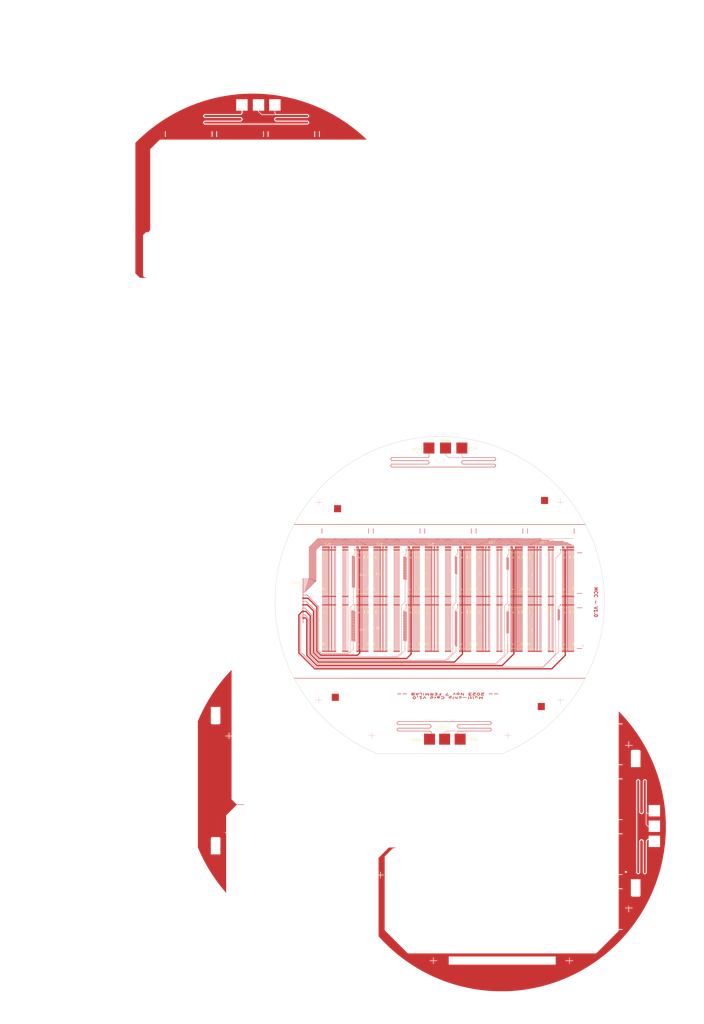
<source format=kicad_pcb>
(kicad_pcb (version 20221018) (generator pcbnew)
  (layers (0 "F.Cu" signal) (31 "B.Cu" signal) (34 "B.Paste" user) (35 "F.Paste" user) (36 "B.SilkS" user "B.Silkscreen") (37 "F.SilkS" user "F.Silkscreen") (38 "B.Mask" user) (39 "F.Mask" user) (44 "Edge.Cuts" user))
  (net 0 "")
  (net 1 "h1")
  (net 2 "h2")
  (net 3 "h3")
  (net 4 "sg")
  (net 5 "og")
  (net 6 "vdrain")
  (net 7 "dg")
  (net 8 "vdd")
  (net 9 "vref")
  (net 10 "rg")
  (net 11 "tg")
  (net 12 "p+")
  (net 13 "n+")
  (net 14 "v1")
  (net 15 "v2")
  (net 16 "v3")
  (net 17 "Net-(TP101-TESTPAD)")
  (net 18 "unconnected-(TP103-TESTPAD-Pad1)")
  (net 19 "Net-(TP104-TESTPAD)")
  (net 20 "unconnected-(TP106-TESTPAD-Pad1)")
  (net 22 "vsub")
  (net 35 "video11")
  (net 36 "video12")
  (net 37 "video13")
  (net 38 "video14")
  (net 39 "video21")
  (net 42 "video22")
  (net 43 "video23")
  (net 44 "video24")
  (net 45 "video31")
  (net 46 "video32")
  (net 47 "video33")
  (net 48 "video34")
  (net 49 "video41")
  (net 50 "video42")
  (net 51 "video43")
  (net 52 "video44")
  (net 53 "barrier")
  (net 55 "island3")
  (net 56 "island2")
  (net 57 "island1")
  (net 58 "dummy2")
  (footprint "projectFootprints:MC_1278x1058_pads_8Feb2021" (layer "F.Cu") (at 122.86165 90.0832 180)
    (fp_text reference "U3")
    (fp_text value "MC_1278x1058_pads_8Feb2021")
  )
  (footprint "projectFootprints:MC_1278x1058_pads_8Feb2021" (layer "F.Cu") (at 122.86165 115.0832 180)
    (fp_text reference "U2")
    (fp_text value "MC_1278x1058_pads_8Feb2021")
  )
  (footprint "projectFootprints:MC_1278x1058_pads_8Feb2021" (layer "F.Cu") (at 99.46165 90.0832 180)
    (fp_text reference "U6")
    (fp_text value "MC_1278x1058_pads_8Feb2021")
  )
  (footprint "projectFootprints:MC_1278x1058_pads_8Feb2021" (layer "F.Cu") (at 99.46165 115.0832 180)
    (fp_text reference "U7")
    (fp_text value "MC_1278x1058_pads_8Feb2021")
  )
  (footprint "projectFootprints:MC_1278x1058_pads_8Feb2021" (layer "F.Cu") (at 76.06165 115.0832 180)
    (fp_text reference "U10")
    (fp_text value "MC_1278x1058_pads_8Feb2021")
  )
  (footprint "projectFootprints:MC_1278x1058_pads_8Feb2021" (layer "F.Cu") (at 76.06165 90.0832 180)
    (fp_text reference "U11")
    (fp_text value "MC_1278x1058_pads_8Feb2021")
  )
  (footprint "projectFootprints:MC_1278x1058_pads_8Feb2021" (layer "F.Cu") (at 52.66165 115.0832 180)
    (fp_text reference "U14")
    (fp_text value "MC_1278x1058_pads_8Feb2021")
  )
  (footprint "projectFootprints:MC_1278x1058_pads_8Feb2021" (layer "F.Cu") (at 52.66165 90.0832 180)
    (fp_text reference "U15")
    (fp_text value "MC_1278x1058_pads_8Feb2021")
  )
  (footprint "projectFootprints:mcm_bus" (layer "F.Cu") (at 122.86165 74.2922 180)
    (fp_text reference "U17")
    (fp_text value "mcm_bus")
  )
  (footprint "projectFootprints:mcm_bus" (layer "F.Cu") (at 99.46165 74.2922 180)
    (fp_text reference "U18")
    (fp_text value "mcm_bus")
  )
  (footprint "projectFootprints:mcm_bus" (layer "F.Cu") (at 76.06475 74.2922 180)
    (fp_text reference "U19")
    (fp_text value "mcm_bus")
  )
  (footprint "projectFootprints:mcm_bus" (layer "F.Cu") (at 52.66475 74.2922 180)
    (fp_text reference "U20")
    (fp_text value "mcm_bus")
  )
  (footprint "projectFootprints:mcm_flex_wide" (layer "F.Cu") (at 33.41165 92.5822 180)
    (fp_text reference "U22")
    (fp_text value "mcm_flex")
  )
  (footprint "projectFootprints:TEST-PAD" (layer "F.Cu") (at 97.899716 165.63672 180)
    (fp_text reference "TP103")
    (fp_text value "silicon_test_pad")
  )
  (footprint "projectFootprints:mcm_bus" (layer "F.Cu") (at 146.29115 74.293199 180)
    (fp_text reference "U17")
    (fp_text value "mcm_bus")
  )
  (footprint "projectFootprints:TEST-PAD" (layer "F.Cu") (at 91.025492 165.63672 180)
    (fp_text reference "TP101")
    (fp_text value "silicon_test_pad")
  )
  (footprint "projectFootprints:TEST-PAD" (layer "F.Cu") (at 98.3128 33.1322 180)
    (fp_text reference "TP106")
    (fp_text value "silicon_test_pad")
  )
  (footprint "projectFootprints:TEST-PAD" (layer "F.Cu") (at 104.958569 165.63672 180)
    (fp_text reference "TP102")
    (fp_text value "silicon_test_pad")
  )
  (footprint "projectFootprints:MC_1278x1058_pads_8Feb2021" (layer "F.Cu") (at 146.29165 115.1022 180)
    (fp_text reference "U3")
    (fp_text value "MC_1278x1058_pads_8Feb2021")
  )
  (footprint "projectFootprints:MC_1278x1058_pads_8Feb2021" (layer "F.Cu") (at 146.29165 90.0722 180)
    (fp_text reference "U3")
    (fp_text value "MC_1278x1058_pads_8Feb2021")
  )
  (footprint "projectFootprints:TEST-PAD" (layer "F.Cu") (at 90.7528 33.1322 180)
    (fp_text reference "TP105")
    (fp_text value "silicon_test_pad")
  )
  (footprint "projectFootprints:TEST-PAD" (layer "F.Cu") (at 105.7528 33.1322 180)
    (fp_text reference "TP104")
    (fp_text value "silicon_test_pad")
  )
  (gr_line (start 161.93665 137.9072) (end 29.37165 137.8922) (stroke (width 0.2)) (layer "F.Cu"))
  (gr_line locked (start 63.10675 163.8922) (end 66.33675 163.8922) (stroke (width 0.05)) (layer "F.Cu"))
  (gr_line locked (start 158.26165 105.8322) (end 160.46165 105.8322) (stroke (width 0.2)) (layer "F.Cu"))
  (gr_line (start 133.48165 71.9922) (end 133.48165 69.7922) (stroke (width 0.2)) (layer "F.Cu"))
  (gr_line locked (start 152.35665 57.8922) (end 149.12665 57.8922) (stroke (width 0.05)) (layer "F.Cu"))
  (gr_line (start 42.02165 71.9922) (end 42.02165 69.7922) (stroke (width 0.2)) (layer "F.Cu"))
  (gr_line locked (start 158.19665 99.3172) (end 160.39665 99.3172) (stroke (width 0.2)) (layer "F.Cu"))
  (gr_line locked (start 128.23855 163.8922) (end 125.00855 163.8922) (stroke (width 0.05)) (layer "F.Cu"))
  (gr_line locked (start 40.65665 146.4972) (end 40.65665 149.3272) (stroke (width 0.05)) (layer "F.Cu"))
  (gr_line locked (start 126.67265 162.4922) (end 126.67265 165.3222) (stroke (width 0.05)) (layer "F.Cu"))
  (gr_line locked (start 150.6765 56.0622) (end 150.6765 58.8922) (stroke (width 0.05)) (layer "F.Cu"))
  (gr_line locked (start 158.26665 80.8072) (end 160.46665 80.8072) (stroke (width 0.2)) (layer "F.Cu"))
  (gr_line locked (start 64.67265 162.4922) (end 64.67265 165.3222) (stroke (width 0.05)) (layer "F.Cu"))
  (gr_line (start 65.42165 71.9922) (end 65.42165 69.7922) (stroke (width 0.2)) (layer "F.Cu"))
  (gr_line locked (start 40.67165 56.405149) (end 40.67165 59.235149) (stroke (width 0.05)) (layer "F.Cu"))
  (gr_line (start 161.97165 67.9022) (end 29.36165 67.8922) (stroke (width 0.2)) (layer "F.Cu"))
  (gr_line locked (start 42.19755 57.8922) (end 38.96755 57.8922) (stroke (width 0.05)) (layer "F.Cu"))
  (gr_line (start 112.23165 71.9922) (end 112.23165 69.7922) (stroke (width 0.2)) (layer "F.Cu"))
  (gr_line locked (start 152.35665 147.8922) (end 149.12665 147.8922) (stroke (width 0.05)) (layer "F.Cu"))
  (gr_line locked (start 150.6765 146.9422) (end 150.6765 149.7722) (stroke (width 0.05)) (layer "F.Cu"))
  (gr_line locked (start 158.199774 124.3722) (end 160.399774 124.3722) (stroke (width 0.2)) (layer "F.Cu"))
  (gr_line locked (start 135.67165 71.9922) (end 135.67165 69.7922) (stroke (width 0.2)) (layer "F.Cu"))
  (gr_line (start 156.92165 71.9922) (end 156.92165 69.7922) (stroke (width 0.2)) (layer "F.Cu"))
  (gr_line (start 88.82165 71.9922) (end 88.82165 69.7922) (stroke (width 0.2)) (layer "F.Cu"))
  (gr_line (start 110.07165 71.9922) (end 110.07165 69.7922) (stroke (width 0.2)) (layer "F.Cu"))
  (gr_line (start 63.27165 71.9922) (end 63.27165 69.7922) (stroke (width 0.2)) (layer "F.Cu"))
  (gr_line locked (start 42.083068 147.8912) (end 38.853068 147.8912) (stroke (width 0.05)) (layer "F.Cu"))
  (gr_line (start 86.67165 71.9922) (end 86.67165 69.7922) (stroke (width 0.2)) (layer "F.Cu"))
  (gr_line locked (start 66.99665 172.1822) (end 95.74665 172.1822) (stroke (width 0.15)) (layer "Edge.Cuts"))
  (gr_arc locked (start 66.9228 172.163) (mid 95.6728 27.892158) (end 124.4228 172.163) (stroke (width 0.15)) (layer "Edge.Cuts"))
  (gr_line locked (start 95.74665 172.1822) (end 124.49665 172.1822) (stroke (width 0.15)) (layer "Edge.Cuts"))
  (gr_text locked "Multi-chip Card V1.0\n-- 2023 Nov 7 FERMILAB --" (at 99.33165 145.9072 180) (layer "F.Cu") (effects (font (size 1 2) (thickness 0.25))))
  (gr_text "MCC - V1.0" (at 165.89665 96.2322 -90) (layer "F.Cu") (effects (font (size 1.5 1.5) (thickness 0.3) bold) (justify left bottom)))
  (target plus (at 160.77654 123.1672) (size 1) (width 0.1) (layer "Edge.Cuts"))
  (segment (start 109.0274 125.6322) (end 109.0274 78.1722) (width 0.125) (layer "F.Cu") (net 1))
  (segment (start 39.176418 93.593412) (end 38.894065 93.875765) (width 0.1) (layer "F.Cu") (net 1))
  (segment (start 62.2274 125.7022) (end 62.2274 78.1322) (width 0.125) (layer "F.Cu") (net 1))
  (segment locked (start 62.235074 77.29874) (end 41.369272 77.29874) (width 0.1) (layer "F.Cu") (net 1))
  (segment locked (start 34.18763 98.5822) (end 33.41165 98.5822) (width 0.1) (layer "F.Cu") (net 1))
  (segment (start 66.4959 125.5322) (end 66.4959 78.2622) (width 0.125) (layer "F.Cu") (net 1))
  (segment (start 136.7164 125.5522) (end 136.7164 78.0822) (width 0.125) (layer "F.Cu") (net 1))
  (segment locked (start 109.035074 77.29874) (end 85.635074 77.29874) (width 0.1) (layer "F.Cu") (net 1))
  (segment (start 132.4274 125.6522) (end 132.4274 78.1822) (width 0.125) (layer "F.Cu") (net 1))
  (segment (start 132.4479 125.5722) (end 132.4479 78.1122) (width 0.125) (layer "F.Cu") (net 1))
  (segment (start 39.176418 79.491594) (end 39.176418 93.593412) (width 0.1) (layer "F.Cu") (net 1))
  (segment locked (start 132.435074 77.29874) (end 109.035074 77.29874) (width 0.1) (layer "F.Cu") (net 1))
  (segment (start 43.0959 78.199301) (end 43.099 78.196201) (width 0.125) (layer "F.Cu") (net 1))
  (segment (start 43.0959 125.6522) (end 43.0959 78.199301) (width 0.125) (layer "F.Cu") (net 1))
  (segment (start 85.6274 125.7222) (end 85.6274 78.1322) (width 0.125) (layer "F.Cu") (net 1))
  (segment locked (start 85.635074 77.29874) (end 62.235074 77.29874) (width 0.1) (layer "F.Cu") (net 1))
  (segment (start 39.168744 93.601086) (end 38.894065 93.875765) (width 0.1) (layer "F.Cu") (net 1))
  (segment (start 155.8479 125.5922) (end 155.8479 78.1222) (width 0.125) (layer "F.Cu") (net 1))
  (segment (start 155.8729 77.2972) (end 132.4729 77.2972) (width 0.1) (layer "F.Cu") (net 1))
  (segment (start 89.8959 125.6722) (end 89.8959 78.1922) (width 0.125) (layer "F.Cu") (net 1))
  (segment (start 113.2959 125.6122) (end 113.2959 78.1422) (width 0.125) (layer "F.Cu") (net 1))
  (segment (start 38.894065 93.875765) (end 34.18763 98.5822) (width 0.1) (layer "F.Cu") (net 1))
  (segment locked (start 41.369272 77.29874) (end 39.176418 79.491594) (width 0.1) (layer "F.Cu") (net 1))
  (segment (start 108.6274 125.5822) (end 108.6274 78.2222) (width 0.125) (layer "F.Cu") (net 2))
  (segment locked (start 85.235074 77.09874) (end 61.835074 77.09874) (width 0.1) (layer "F.Cu") (net 2))
  (segment (start 38.976507 93.510607) (end 38.812707 93.674407) (width 0.1) (layer "F.Cu") (net 2))
  (segment locked (start 41.286556 77.09874) (end 61.835074 77.09874) (width 0.1) (layer "F.Cu") (net 2))
  (segment locked (start 108.635074 77.09874) (end 85.235074 77.09874) (width 0.1) (layer "F.Cu") (net 2))
  (segment (start 43.4959 78.199301) (end 43.499 78.196201) (width 0.125) (layer "F.Cu") (net 2))
  (segment (start 132.0274 125.5922) (end 132.0274 78.2322) (width 0.125) (layer "F.Cu") (net 2))
  (segment locked (start 33.41165 98.1822) (end 34.304914 98.1822) (width 0.1) (layer "F.Cu") (net 2))
  (segment (start 38.976507 79.408789) (end 38.976507 93.510607) (width 0.1) (layer "F.Cu") (net 2))
  (segment (start 113.6959 125.7022) (end 113.6959 78.2022) (width 0.125) (layer "F.Cu") (net 2))
  (segment (start 34.304914 98.1822) (end 38.812707 93.674407) (width 0.1) (layer "F.Cu") (net 2))
  (segment (start 38.812707 93.674407) (end 38.968833 93.518281) (width 0.1) (layer "F.Cu") (net 2))
  (segment (start 155.4729 77.0972) (end 132.0729 77.0972) (width 0.1) (layer "F.Cu") (net 2))
  (segment (start 137.1164 125.6422) (end 137.1164 78.1422) (width 0.125) (layer "F.Cu") (net 2))
  (segment (start 43.4959 125.6522) (end 43.4959 78.199301) (width 0.125) (layer "F.Cu") (net 2))
  (segment (start 61.8274 125.6422) (end 61.8274 78.1222) (width 0.125) (layer "F.Cu") (net 2))
  (segment (start 155.4479 125.5322) (end 155.4479 78.1722) (width 0.125) (layer "F.Cu") (net 2))
  (segment (start 132.0479 125.5222) (end 132.0479 78.1622) (width 0.125) (layer "F.Cu") (net 2))
  (segment (start 90.2959 125.6522) (end 90.2959 78.1922) (width 0.125) (layer "F.Cu") (net 2))
  (segment (start 66.8959 125.4922) (end 66.8959 78.2122) (width 0.125) (layer "F.Cu") (net 2))
  (segment (start 85.2274 125.6722) (end 85.2274 78.2022) (width 0.125) (layer "F.Cu") (net 2))
  (segment locked (start 132.035074 77.09874) (end 108.635074 77.09874) (width 0.1) (layer "F.Cu") (net 2))
  (segment locked (start 38.976507 79.408789) (end 41.286556 77.09874) (width 0.1) (layer "F.Cu") (net 2))
  (segment (start 131.6479 125.5222) (end 131.6479 78.0422) (width 0.125) (layer "F.Cu") (net 3))
  (segment (start 38.776596 79.325984) (end 38.776596 93.427802) (width 0.1) (layer "F.Cu") (net 3))
  (segment (start 137.5164 125.5122) (end 137.5164 78.1122) (width 0.125) (layer "F.Cu") (net 3))
  (segment (start 67.2959 125.7422) (end 67.2959 78.2422) (width 0.125) (layer "F.Cu") (net 3))
  (segment locked (start 131.635074 76.89874) (end 108.235074 76.89874) (width 0.1) (layer "F.Cu") (net 3))
  (segment (start 84.8274 125.6622) (end 84.8274 78.1522) (width 0.125) (layer "F.Cu") (net 3))
  (segment locked (start 41.20384 76.89874) (end 61.435074 76.89874) (width 0.1) (layer "F.Cu") (net 3))
  (segment locked (start 108.235074 76.89874) (end 84.835074 76.89874) (width 0.1) (layer "F.Cu") (net 3))
  (segment (start 108.2274 125.5822) (end 108.2274 78.1022) (width 0.125) (layer "F.Cu") (net 3))
  (segment (start 38.671349 93.533049) (end 38.768922 93.435476) (width 0.1) (layer "F.Cu") (net 3))
  (segment locked (start 38.776596 79.325984) (end 41.20384 76.89874) (width 0.1) (layer "F.Cu") (net 3))
  (segment (start 34.422198 97.7822) (end 38.671349 93.533049) (width 0.1) (layer "F.Cu") (net 3))
  (segment (start 155.0729 76.8972) (end 131.6729 76.8972) (width 0.1) (layer "F.Cu") (net 3))
  (segment (start 131.6274 125.6922) (end 131.6274 78.2122) (width 0.125) (layer "F.Cu") (net 3))
  (segment locked (start 84.835074 76.89874) (end 61.435074 76.89874) (width 0.1) (layer "F.Cu") (net 3))
  (segment locked (start 33.41165 97.7822) (end 34.422198 97.7822) (width 0.1) (layer "F.Cu") (net 3))
  (segment (start 155.0479 125.6322) (end 155.0479 78.1522) (width 0.125) (layer "F.Cu") (net 3))
  (segment (start 61.4274 125.7022) (end 61.4274 78.1522) (width 0.125) (layer "F.Cu") (net 3))
  (segment (start 90.6959 125.6622) (end 90.6959 78.2122) (width 0.125) (layer "F.Cu") (net 3))
  (segment (start 114.0959 125.5722) (end 114.0959 78.1722) (width 0.125) (layer "F.Cu") (net 3))
  (segment (start 38.776596 93.427802) (end 38.671349 93.533049) (width 0.1) (layer "F.Cu") (net 3))
  (segment (start 43.8959 125.6422) (end 43.8959 78.2322) (width 0.125) (layer "F.Cu") (net 3))
  (segment (start 38.569011 93.352671) (end 38.324991 93.596691) (width 0.1) (layer "F.Cu") (net 4))
  (segment locked (start 41.114824 76.69874) (end 38.576685 79.236879) (width 0.1) (layer "F.Cu") (net 4))
  (segment (start 61.0274 125.6422) (end 61.0274 78.1722) (width 0.125) (layer "F.Cu") (net 4))
  (segment (start 131.2274 125.5822) (end 131.2274 78.2022) (width 0.125) (layer "F.Cu") (net 4))
  (segment locked (start 131.235074 76.69874) (end 107.835074 76.69874) (width 0.1) (layer "F.Cu") (net 4))
  (segment (start 131.2479 125.5622) (end 131.2479 78.0822) (width 0.125) (layer "F.Cu") (net 4))
  (segment (start 107.8274 125.6222) (end 107.8274 78.1422) (width 0.125) (layer "F.Cu") (net 4))
  (segment locked (start 61.035074 76.69874) (end 41.114824 76.69874) (width 0.1) (layer "F.Cu") (net 4))
  (segment (start 154.6729 76.6972) (end 131.2729 76.6972) (width 0.1) (layer "F.Cu") (net 4))
  (segment (start 38.324991 93.596691) (end 34.539482 97.3822) (width 0.1) (layer "F.Cu") (net 4))
  (segment locked (start 107.835074 76.69874) (end 84.435074 76.69874) (width 0.1) (layer "F.Cu") (net 4))
  (segment locked (start 84.435074 76.69874) (end 61.035074 76.69874) (width 0.1) (layer "F.Cu") (net 4))
  (segment (start 38.576685 93.344997) (end 38.324991 93.596691) (width 0.1) (layer "F.Cu") (net 4))
  (segment (start 154.6479 125.5222) (end 154.6479 78.1422) (width 0.125) (layer "F.Cu") (net 4))
  (segment (start 84.4274 125.5822) (end 84.4274 78.2022) (width 0.125) (layer "F.Cu") (net 4))
  (segment (start 137.9164 125.5522) (end 137.9164 78.1122) (width 0.125) (layer "F.Cu") (net 4))
  (segment (start 91.0959 125.6522) (end 91.0959 78.1422) (width 0.125) (layer "F.Cu") (net 4))
  (segment (start 44.2959 125.7822) (end 44.2959 78.1422) (width 0.125) (layer "F.Cu") (net 4))
  (segment (start 67.6959 125.6122) (end 67.6959 78.2122) (width 0.125) (layer "F.Cu") (net 4))
  (segment (start 38.576685 79.236879) (end 38.576685 93.344997) (width 0.1) (layer "F.Cu") (net 4))
  (segment locked (start 34.539482 97.3822) (end 33.41165 97.3822) (width 0.1) (layer "F.Cu") (net 4))
  (segment (start 114.4959 125.6122) (end 114.4959 78.1722) (width 0.125) (layer "F.Cu") (net 4))
  (segment locked (start 107.435074 76.49874) (end 84.035074 76.49874) (width 0.1) (layer "F.Cu") (net 5))
  (segment locked (start 38.376774 79.154074) (end 41.032108 76.49874) (width 0.1) (layer "F.Cu") (net 5))
  (segment (start 154.2479 125.6522) (end 154.2479 78.1422) (width 0.125) (layer "F.Cu") (net 5))
  (segment locked (start 130.835074 76.49874) (end 107.435074 76.49874) (width 0.1) (layer "F.Cu") (net 5))
  (segment (start 114.8959 125.7022) (end 114.8959 78.2522) (width 0.125) (layer "F.Cu") (net 5))
  (segment (start 138.3164 125.6422) (end 138.3164 78.1922) (width 0.125) (layer "F.Cu") (net 5))
  (segment (start 60.6274 125.6122) (end 60.6274 78.2022) (width 0.125) (layer "F.Cu") (net 5))
  (segment (start 130.8479 125.6022) (end 130.8479 78.1622) (width 0.125) (layer "F.Cu") (net 5))
  (segment locked (start 41.032108 76.49874) (end 60.135074 76.49874) (width 0.1) (layer "F.Cu") (net 5))
  (segment locked (start 60.135074 76.49874) (end 60.635074 76.49874) (width 0.1) (layer "F.Cu") (net 5))
  (segment (start 38.283633 93.355333) (end 38.3691 93.269866) (width 0.1) (layer "F.Cu") (net 5))
  (segment (start 130.8274 125.7122) (end 130.8274 78.2022) (width 0.125) (layer "F.Cu") (net 5))
  (segment locked (start 84.035074 76.49874) (end 60.635074 76.49874) (width 0.1) (layer "F.Cu") (net 5))
  (segment (start 68.0959 125.5122) (end 68.0959 78.2022) (width 0.125) (layer "F.Cu") (net 5))
  (segment (start 154.2729 76.4972) (end 130.8729 76.4972) (width 0.1) (layer "F.Cu") (net 5))
  (segment (start 107.4274 125.6622) (end 107.4274 78.2222) (width 0.125) (layer "F.Cu") (net 5))
  (segment (start 44.6959 125.6622) (end 44.6959 78.199301) (width 0.125) (layer "F.Cu") (net 5))
  (segment (start 44.6959 78.199301) (end 44.699 78.196201) (width 0.125) (layer "F.Cu") (net 5))
  (segment (start 38.376774 93.262192) (end 38.283633 93.355333) (width 0.1) (layer "F.Cu") (net 5))
  (segment (start 84.0274 125.6222) (end 84.0274 78.1622) (width 0.125) (layer "F.Cu") (net 5))
  (segment (start 38.376774 79.154074) (end 38.376774 93.262192) (width 0.1) (layer "F.Cu") (net 5))
  (segment locked (start 33.41165 96.9822) (end 34.656766 96.9822) (width 0.1) (layer "F.Cu") (net 5))
  (segment (start 34.656766 96.9822) (end 38.283633 93.355333) (width 0.1) (layer "F.Cu") (net 5))
  (segment (start 91.4959 125.6722) (end 91.4959 78.2522) (width 0.125) (layer "F.Cu") (net 5))
  (segment (start 38.233216 79.014916) (end 38.1705 79.077632) (width 0.1) (layer "F.Cu") (net 6))
  (segment (start 38.1705 79.077632) (end 38.1705 93.18575) (width 0.1) (layer "F.Cu") (net 6))
  (segment (start 91.8959 125.6922) (end 91.8959 78.2122) (width 0.25) (layer "F.Cu") (net 6))
  (segment (start 38.169189 93.187061) (end 37.992275 93.363975) (width 0.1) (layer "F.Cu") (net 6))
  (segment (start 153.8729 76.2972) (end 130.4729 76.2972) (width 0.1) (layer "F.Cu") (net 6))
  (segment (start 115.2959 125.5722) (end 115.2959 78.1322) (width 0.25) (layer "F.Cu") (net 6))
  (segment (start 68.4959 125.5722) (end 68.4959 78.2522) (width 0.25) (layer "F.Cu") (net 6))
  (segment locked (start 83.635074 76.29874) (end 60.235074 76.29874) (width 0.1) (layer "F.Cu") (net 6))
  (segment locked (start 34.77405 96.5822) (end 33.41165 96.5822) (width 0.1) (layer "F.Cu") (net 6))
  (segment (start 130.4274 125.6422) (end 130.4274 78.2022) (width 0.25) (layer "F.Cu") (net 6))
  (segment (start 83.6274 103.8072) (end 83.6274 125.7222) (width 0.125) (layer "F.Cu") (net 6))
  (segment (start 153.8479 125.5822) (end 153.8479 78.1422) (width 0.25) (layer "F.Cu") (net 6))
  (segment locked (start 60.235074 76.29874) (end 40.949392 76.29874) (width 0.1) (layer "F.Cu") (net 6))
  (segment (start 38.1705 93.18575) (end 37.992275 93.363975) (width 0.1) (layer "F.Cu") (net 6))
  (segment locked (start 130.435074 76.29874) (end 107.035074 76.29874) (width 0.1) (layer "F.Cu") (net 6))
  (segment (start 107.0274 125.6222) (end 107.0274 78.2122) (width 0.25) (layer "F.Cu") (net 6))
  (segment locked (start 40.949392 76.29874) (end 38.176863 79.071269) (width 0.1) (layer "F.Cu") (net 6))
  (segment (start 130.4479 125.5622) (end 130.4479 78.1522) (width 0.25) (layer "F.Cu") (net 6))
  (segment (start 83.6274 104.033101) (end 83.6274 78.1422) (width 0.25) (layer "F.Cu") (net 6))
  (segment locked (start 107.035074 76.29874) (end 83.635074 76.29874) (width 0.1) (layer "F.Cu") (net 6))
  (segment (start 45.0959 125.7022) (end 45.0959 78.1022) (width 0.25) (layer "F.Cu") (net 6))
  (segment (start 37.992275 93.363975) (end 34.77405 96.5822) (width 0.1) (layer "F.Cu") (net 6))
  (segment (start 60.2274 125.6722) (end 60.2274 78.1922) (width 0.25) (layer "F.Cu") (net 6))
  (segment (start 138.7164 125.5122) (end 138.7164 78.0722) (width 0.25) (layer "F.Cu") (net 6))
  (segment locked (start 83.235074 76.09874) (end 59.835074 76.09874) (width 0.1) (layer "F.Cu") (net 7))
  (segment (start 153.4479 125.6622) (end 153.4479 78.0822) (width 0.125) (layer "F.Cu") (net 7))
  (segment (start 153.4729 76.0972) (end 130.0729 76.0972) (width 0.1) (layer "F.Cu") (net 7))
  (segment (start 130.0479 125.5222) (end 130.0479 78.1622) (width 0.125) (layer "F.Cu") (net 7))
  (segment locked (start 106.635074 76.09874) (end 83.235074 76.09874) (width 0.1) (layer "F.Cu") (net 7))
  (segment (start 37.820917 93.252617) (end 37.969278 93.104256) (width 0.1) (layer "F.Cu") (net 7))
  (segment locked (start 33.41165 96.1822) (end 34.891334 96.1822) (width 0.1) (layer "F.Cu") (net 7))
  (segment (start 83.263 78.0178) (end 83.2274 77.9822) (width 0.125) (layer "F.Cu") (net 7))
  (segment (start 34.891334 96.1822) (end 37.820917 93.252617) (width 0.1) (layer "F.Cu") (net 7))
  (segment (start 37.976952 78.988464) (end 37.976952 93.096582) (width 0.1) (layer "F.Cu") (net 7))
  (segment (start 92.2959 125.6522) (end 92.2959 78.2022) (width 0.125) (layer "F.Cu") (net 7))
  (segment (start 37.976952 93.096582) (end 37.820917 93.252617) (width 0.1) (layer "F.Cu") (net 7))
  (segment (start 68.8959 125.7422) (end 68.8959 78.1922) (width 0.125) (layer "F.Cu") (net 7))
  (segment (start 139.1164 125.5022) (end 139.1164 78.1622) (width 0.125) (layer "F.Cu") (net 7))
  (segment (start 106.6274 125.5822) (end 106.6274 78.2222) (width 0.125) (layer "F.Cu") (net 7))
  (segment locked (start 37.976952 78.988464) (end 40.866676 76.09874) (width 0.1) (layer "F.Cu") (net 7))
  (segment locked (start 40.866676 76.09874) (end 59.335074 76.09874) (width 0.1) (layer "F.Cu") (net 7))
  (segment (start 115.6959 125.5622) (end 115.6959 78.2222) (width 0.125) (layer "F.Cu") (net 7))
  (segment (start 45.4959 125.6522) (end 45.4959 78.2322) (width 0.125) (layer "F.Cu") (net 7))
  (segment locked (start 130.035074 76.09874) (end 106.635074 76.09874) (width 0.1) (layer "F.Cu") (net 7))
  (segment locked (start 59.335074 76.09874) (end 59.835074 76.09874) (width 0.1) (layer "F.Cu") (net 7))
  (segment (start 83.263 125.6922) (end 83.263 78.0178) (width 0.125) (layer "F.Cu") (net 7))
  (segment (start 59.8274 125.4922) (end 59.8274 78.1822) (width 0.125) (layer "F.Cu") (net 7))
  (segment (start 130.0274 125.7222) (end 130.0274 78.1422) (width 0.125) (layer "F.Cu") (net 7))
  (segment locked (start 35.16165 111.0822) (end 35.16165 111.4822) (width 0.6) (layer "F.Cu") (net 8))
  (segment locked (start 33.41165 110.4822) (end 34.56165 110.4822) (width 0.6) (layer "F.Cu") (net 8))
  (segment locked (start 34.56165 110.4822) (end 35.16165 111.0822) (width 0.6) (layer "F.Cu") (net 8))
  (segment (start 124.115559 132.117141) (end 39.708068 132.117141) (width 0.6) (layer "F.Cu") (net 8))
  (segment (start 82.639905 79.519705) (end 82.6274 79.5072) (width 0.6) (layer "F.Cu") (net 8))
  (segment (start 35.16165 127.4622) (end 35.16165 114.1222) (width 0.6) (layer "F.Cu") (net 8))
  (segment locked (start 59.2274 103.8072) (end 59.2274 126.3592) (width 0.6) (layer "F.Cu") (net 8))
  (segment (start 80.59059 128.92211) (end 82.639905 126.872795) (width 0.6) (layer "F.Cu") (net 8))
  (segment (start 38.74665 133.6122) (end 146.71665 133.6122) (width 0.6) (layer "F.Cu") (net 8))
  (segment locked (start 41.519985 127.422021) (end 57.663787 127.422021) (width 0.6) (layer "F.Cu") (net 8))
  (segment (start 146.71665 133.6122) (end 152.84165 127.4872) (width 0.6) (layer "F.Cu") (net 8))
  (segment locked (start 38.210213 107.280763) (end 35.41165 104.4822) (width 0.6) (layer "F.Cu") (net 8))
  (segment (start 33.04165 107.4822) (end 31.52665 108.9972) (width 0.6) (layer "F.Cu") (net 8))
  (segment (start 58.210679 127.422021) (end 59.2274 126.4053) (width 0.6) (layer "F.Cu") (net 8))
  (segment (start 129.4479 79.4472) (end 129.4479 101.2992) (width 0.6) (layer "F.Cu") (net 8))
  (segment (start 79.821948 128.92211) (end 80.59059 128.92211) (width 0.6) (layer "F.Cu") (net 8))
  (segment (start 152.84165 127.4872) (end 152.84165 125.76245) (width 0.6) (layer "F.Cu") (net 8))
  (segment (start 36.701311 109.471861) (end 36.701311 126.858601) (width 0.6) (layer "F.Cu") (net 8))
  (segment (start 31.52665 126.3922) (end 38.74665 133.6122) (width 0.6) (layer "F.Cu") (net 8))
  (segment locked (start 33.41165 107.4822) (end 34.71165 107.4822) (width 0.6) (layer "F.Cu") (net 8))
  (segment (start 106.0274 79.5072) (end 106.0274 101.3592) (width 0.6) (layer "F.Cu") (net 8))
  (segment (start 38.220421 126.257033) (end 38.210213 126.246825) (width 0.6) (layer "F.Cu") (net 8))
  (segment (start 102.367875 130.544825) (end 106.0274 126.8853) (width 0.6) (layer "F.Cu") (net 8))
  (segment locked (start 106.0274 101.3592) (end 106.0274 103.8072) (width 0.6) (layer "F.Cu") (net 8))
  (segment (start 129.4274 79.5072) (end 129.4274 125.6592) (width 0.6) (layer "F.Cu") (net 8))
  (segment locked (start 35.41165 104.4822) (end 33.41165 104.4822) (width 0.6) (layer "F.Cu") (net 8))
  (segment locked (start 59.2274 101.3592) (end 59.2274 103.8072) (width 0.6) (layer "F.Cu") (net 8))
  (segment (start 82.639905 126.872795) (end 82.639905 79.519705) (width 0.6) (layer "F.Cu") (net 8))
  (segment (start 33.41165 107.4822) (end 33.04165 107.4822) (width 0.6) (layer "F.Cu") (net 8))
  (segment locked (start 33.41165 101.4822) (end 35.677232 101.4822) (width 0.6) (layer "F.Cu") (net 8))
  (segment (start 59.2274 79.5072) (end 59.2274 101.3592) (width 0.6) (layer "F.Cu") (net 8))
  (segment locked (start 39.719976 125.622012) (end 41.519985 127.422021) (width 0.6) (layer "F.Cu") (net 8))
  (segment locked (start 35.16165 114.1222) (end 35.16165 111.4822) (width 0.6) (layer "F.Cu") (net 8))
  (segment locked (start 39.708068 132.117141) (end 35.171858 127.580931) (width 0.6) (layer "F.Cu") (net 8))
  (segment (start 106.0274 103.8072) (end 106.0274 125.6592) (width 0.6) (layer "F.Cu") (net 8))
  (segment (start 40.387535 130.544825) (end 102.367875 130.544825) (width 0.6) (layer "F.Cu") (net 8))
  (segment (start 36.701311 126.858601) (end 36.711519 126.868809) (width 0.6) (layer "F.Cu") (net 8))
  (segment locked (start 79.821948 128.92211) (end 40.885498 128.92211) (width 0.6) (layer "F.Cu") (net 8))
  (segment (start 129.4274 125.6592) (end 129.4274 126.8053) (width 0.6) (layer "F.Cu") (net 8))
  (segment (start 57.663787 127.422021) (end 58.210679 127.422021) (width 0.6) (layer "F.Cu") (net 8))
  (segment (start 39.709768 125.611804) (end 39.719976 125.622012) (width 0.6) (layer "F.Cu") (net 8))
  (segment (start 31.52665 108.9972) (end 31.52665 126.3922) (width 0.6) (layer "F.Cu") (net 8))
  (segment (start 38.210213 126.246825) (end 38.210213 107.280763) (width 0.6) (layer "F.Cu") (net 8))
  (segment (start 59.2274 126.4053) (end 59.2274 125.885289) (width 0.6) (layer "F.Cu") (net 8))
  (segment (start 129.4274 126.8053) (end 124.115559 132.117141) (width 0.6) (layer "F.Cu") (net 8))
  (segment (start 39.709768 105.514736) (end 39.709768 125.611804) (width 0.6) (layer "F.Cu") (net 8))
  (segment locked (start 36.711519 126.868809) (end 40.387535 130.544825) (width 0.6) (layer "F.Cu") (net 8))
  (segment locked (start 34.71165 107.4822) (end 36.701311 109.471861) (width 0.6) (layer "F.Cu") (net 8))
  (segment (start 152.8479 79.4472) (end 152.8479 125.5992) (width 0.6) (layer "F.Cu") (net 8))
  (segment locked (start 59.2274 125.885289) (end 59.2274 124.285289) (width 0.6) (layer "F.Cu") (net 8))
  (segment locked (start 35.677232 101.4822) (end 39.709768 105.514736) (width 0.6) (layer "F.Cu") (net 8))
  (segment (start 106.0274 126.8853) (end 106.0274 125.6592) (width 0.6) (layer "F.Cu") (net 8))
  (segment locked (start 40.885498 128.92211) (end 38.220421 126.257033) (width 0.6) (layer "F.Cu") (net 8))
  (segment locked (start 35.008618 95.7822) (end 33.41165 95.7822) (width 0.1) (layer "F.Cu") (net 9))
  (segment (start 93.0959 125.7222) (end 93.0959 78.2022) (width 0.25) (layer "F.Cu") (net 9))
  (segment (start 152.2479 125.5522) (end 152.2479 78.0322) (width 0.25) (layer "F.Cu") (net 9))
  (segment (start 37.777041 93.013777) (end 37.679559 93.111259) (width 0.1) (layer "F.Cu") (net 9))
  (segment (start 46.2959 125.6422) (end 46.2959 78.199301) (width 0.25) (layer "F.Cu") (net 9))
  (segment (start 37.679559 93.111259) (end 35.008618 95.7822) (width 0.1) (layer "F.Cu") (net 9))
  (segment (start 58.6274 125.7322) (end 58.6274 78.2222) (width 0.25) (layer "F.Cu") (net 9))
  (segment (start 37.777041 78.905659) (end 37.777041 93.013777) (width 0.1) (layer "F.Cu") (net 9))
  (segment (start 46.2959 78.199301) (end 46.299 78.196201) (width 0.25) (layer "F.Cu") (net 9))
  (segment (start 152.2729 75.8972) (end 128.8729 75.8972) (width 0.1) (layer "F.Cu") (net 9))
  (segment (start 128.8479 125.4722) (end 128.8479 78.0922) (width 0.25) (layer "F.Cu") (net 9))
  (segment (start 82.0274 125.7522) (end 82.0274 78.1822) (width 0.25) (layer "F.Cu") (net 9))
  (segment locked (start 128.835074 75.89874) (end 105.435074 75.89874) (width 0.1) (layer "F.Cu") (net 9))
  (segment locked (start 82.035074 75.89874) (end 58.635074 75.89874) (width 0.1) (layer "F.Cu") (net 9))
  (segment (start 37.769367 93.021451) (end 37.679559 93.111259) (width 0.1) (layer "F.Cu") (net 9))
  (segment (start 139.9164 125.5222) (end 139.9164 78.2022) (width 0.25) (layer "F.Cu") (net 9))
  (segment (start 116.4959 125.5822) (end 116.4959 78.2622) (width 0.25) (layer "F.Cu") (net 9))
  (segment locked (start 40.78396 75.89874) (end 37.777041 78.905659) (width 0.1) (layer "F.Cu") (net 9))
  (segment locked (start 58.635074 75.89874) (end 40.78396 75.89874) (width 0.1) (layer "F.Cu") (net 9))
  (segment (start 69.6959 125.5722) (end 69.6959 78.2422) (width 0.25) (layer "F.Cu") (net 9))
  (segment (start 128.8274 125.6122) (end 128.8274 78.0922) (width 0.25) (layer "F.Cu") (net 9))
  (segment locked (start 105.435074 75.89874) (end 82.035074 75.89874) (width 0.1) (layer "F.Cu") (net 9))
  (segment (start 105.4274 125.5322) (end 105.4274 78.1522) (width 0.25) (layer "F.Cu") (net 9))
  (segment (start 37.283201 93.224901) (end 35.125902 95.3822) (width 0.1) (layer "F.Cu") (net 10))
  (segment (start 46.6959 78.199301) (end 46.699 78.196201) (width 0.125) (layer "F.Cu") (net 10))
  (segment (start 116.8959 125.6622) (end 116.8959 78.1022) (width 0.125) (layer "F.Cu") (net 10))
  (segment (start 128.4274 125.6422) (end 128.4274 78.0722) (width 0.125) (layer "F.Cu") (net 10))
  (segment locked (start 58.235074 75.69874) (end 40.701244 75.69874) (width 0.1) (layer "F.Cu") (net 10))
  (segment (start 140.3164 125.6022) (end 140.3164 78.0422) (width 0.125) (layer "F.Cu") (net 10))
  (segment (start 81.6274 125.6322) (end 81.6274 78.2322) (width 0.125) (layer "F.Cu") (net 10))
  (segment locked (start 35.125902 95.3822) (end 33.41165 95.3822) (width 0.1) (layer "F.Cu") (net 10))
  (segment (start 93.4959 125.5522) (end 93.4959 78.1322) (width 0.125) (layer "F.Cu") (net 10))
  (segment (start 37.57713 78.822854) (end 37.57713 92.930972) (width 0.1) (layer "F.Cu") (net 10))
  (segment (start 37.57713 92.930972) (end 37.283201 93.224901) (width 0.1) (layer "F.Cu") (net 10))
  (segment (start 70.0959 125.7022) (end 70.0959 78.1322) (width 0.125) (layer "F.Cu") (net 10))
  (segment (start 58.2274 125.6422) (end 58.2274 78.2522) (width 0.125) (layer "F.Cu") (net 10))
  (segment (start 128.4479 125.4422) (end 128.4479 78.1522) (width 0.125) (layer "F.Cu") (net 10))
  (segment (start 151.8729 75.6972) (end 128.4729 75.6972) (width 0.1) (layer "F.Cu") (net 10))
  (segment (start 46.6959 125.6822) (end 46.6959 78.199301) (width 0.125) (layer "F.Cu") (net 10))
  (segment locked (start 81.635074 75.69874) (end 58.235074 75.69874) (width 0.1) (layer "F.Cu") (net 10))
  (segment locked (start 40.701244 75.69874) (end 37.57713 78.822854) (width 0.1) (layer "F.Cu") (net 10))
  (segment locked (start 105.035074 75.69874) (end 81.635074 75.69874) (width 0.1) (layer "F.Cu") (net 10))
  (segment (start 105.0274 125.5022) (end 105.0274 78.2122) (width 0.125) (layer "F.Cu") (net 10))
  (segment (start 37.569456 92.938646) (end 37.283201 93.224901) (width 0.1) (layer "F.Cu") (net 10))
  (segment locked (start 128.435074 75.69874) (end 105.035074 75.69874) (width 0.1) (layer "F.Cu") (net 10))
  (segment (start 151.8479 125.5822) (end 151.8479 78.0122) (width 0.125) (layer "F.Cu") (net 10))
  (segment (start 151.4479 125.5022) (end 151.4479 77.9122) (width 0.125) (layer "F.Cu") (net 11))
  (segment locked (start 33.41165 94.9822) (end 35.243186 94.9822) (width 0.1) (layer "F.Cu") (net 11))
  (segment (start 151.4729 75.4972) (end 128.0729 75.4972) (width 0.1) (layer "F.Cu") (net 11))
  (segment (start 47.4959 78.199301) (end 47.499 78.196201) (width 0.125) (layer "F.Cu") (net 11))
  (segment (start 57.8274 125.7022) (end 57.8274 78.2122) (width 0.125) (layer "F.Cu") (net 11))
  (segment (start 104.6274 125.7222) (end 104.6274 78.2122) (width 0.125) (layer "F.Cu") (net 11))
  (segment locked (start 40.618528 75.49874) (end 57.335074 75.49874) (width 0.1) (layer "F.Cu") (net 11))
  (segment (start 47.4959 125.6222) (end 47.4959 78.199301) (width 0.125) (layer "F.Cu") (net 11))
  (segment (start 128.0479 125.6622) (end 128.0479 78.1522) (width 0.125) (layer "F.Cu") (net 11))
  (segment locked (start 104.635074 75.49874) (end 81.235074 75.49874) (width 0.1) (layer "F.Cu") (net 11))
  (segment (start 37.256843 92.968543) (end 37.369545 92.855841) (width 0.1) (layer "F.Cu") (net 11))
  (segment (start 128.0274 125.5622) (end 128.0274 77.9722) (width 0.125) (layer "F.Cu") (net 11))
  (segment (start 70.8959 125.6822) (end 70.8959 78.1222) (width 0.125) (layer "F.Cu") (net 11))
  (segment (start 35.243186 94.9822) (end 37.256843 92.968543) (width 0.1) (layer "F.Cu") (net 11))
  (segment locked (start 57.835074 75.49874) (end 81.235074 75.49874) (width 0.1) (layer "F.Cu") (net 11))
  (segment locked (start 37.377219 78.740049) (end 40.618528 75.49874) (width 0.1) (layer "F.Cu") (net 11))
  (segment locked (start 57.335074 75.49874) (end 57.835074 75.49874) (width 0.1) (layer "F.Cu") (net 11))
  (segment locked (start 128.035074 75.49874) (end 104.635074 75.49874) (width 0.1) (layer "F.Cu") (net 11))
  (segment (start 141.1164 125.5822) (end 141.1164 77.8922) (width 0.125) (layer "F.Cu") (net 11))
  (segment (start 117.6959 125.6422) (end 117.6959 77.9522) (width 0.125) (layer "F.Cu") (net 11))
  (segment (start 37.377219 92.848167) (end 37.256843 92.968543) (width 0.1) (layer "F.Cu") (net 11))
  (segment (start 81.2274 125.6622) (end 81.2274 78.2022) (width 0.125) (layer "F.Cu") (net 11))
  (segment (start 37.377219 78.740049) (end 37.377219 92.848167) (width 0.1) (layer "F.Cu") (net 11))
  (segment (start 94.2959 125.6022) (end 94.2959 78.1922) (width 0.125) (layer "F.Cu") (net 11))
  (segment locked (start 71.303574 74.49874) (end 47.903574 74.49874) (width 0.1) (layer "F.Cu") (net 12))
  (segment (start 47.8959 125.5122) (end 47.8959 78.199301) (width 0.125) (layer "F.Cu") (net 12))
  (segment locked (start 118.103574 74.49874) (end 94.703574 74.49874) (width 0.1) (layer "F.Cu") (net 12))
  (segment (start 141.5414 74.4972) (end 118.1414 74.4972) (width 0.1) (layer "F.Cu") (net 12))
  (segment locked (start 36.377664 78.326024) (end 40.204948 74.49874) (width 0.1) (layer "F.Cu") (net 12))
  (segment (start 36.377664 78.326024) (end 36.377664 92.422922) (width 0.1) (layer "F.Cu") (net 12))
  (segment (start 94.6959 125.6522) (end 94.6959 78.2222) (width 0.125) (layer "F.Cu") (net 12))
  (segment locked (start 94.703574 74.49874) (end 71.303574 74.49874) (width 0.1) (layer "F.Cu") (net 12))
  (segment (start 47.8959 78.199301) (end 47.899 78.196201) (width 0.125) (layer "F.Cu") (net 12))
  (segment (start 36.377664 92.422922) (end 36.36999 92.430596) (width 0.1) (layer "F.Cu") (net 12))
  (segment (start 141.5164 125.6222) (end 141.5164 78.1722) (width 0.125) (layer "F.Cu") (net 12))
  (segment locked (start 40.204948 74.49874) (end 47.903574 74.49874) (width 0.1) (layer "F.Cu") (net 12))
  (segment (start 71.2959 125.6822) (end 71.2959 78.1422) (width 0.125) (layer "F.Cu") (net 12))
  (segment locked (start 33.41165 92.9822) (end 35.818386 92.9822) (width 0.1) (layer "F.Cu") (net 12))
  (segment (start 118.0959 125.6822) (end 118.0959 78.2322) (width 0.125) (layer "F.Cu") (net 12))
  (segment locked (start 35.818386 92.9822) (end 36.36999 92.430596) (width 0.1) (layer "F.Cu") (net 12))
  (segment (start 48.299 125.6922) (end 48.299 78.196201) (width 0.125) (layer "F.Cu") (net 13))
  (segment (start 141.9414 74.6972) (end 122.90715 74.6972) (width 0.1) (layer "F.Cu") (net 13))
  (segment (start 141.9164 125.5522) (end 141.9164 78.1422) (width 0.125) (layer "F.Cu") (net 13))
  (segment locked (start 95.103574 74.69874) (end 76.069324 74.69874) (width 0.1) (layer "F.Cu") (net 13))
  (segment locked (start 40.287664 74.69874) (end 47.803574 74.69874) (width 0.1) (layer "F.Cu") (net 13))
  (segment (start 36.577575 92.505727) (end 36.390801 92.692501) (width 0.1) (layer "F.Cu") (net 13))
  (segment (start 118.4959 125.6122) (end 118.4959 78.2022) (width 0.125) (layer "F.Cu") (net 13))
  (segment locked (start 99.469324 74.69874) (end 95.103574 74.69874) (width 0.1) (layer "F.Cu") (net 13))
  (segment locked (start 52.669324 74.69874) (end 48.303574 74.69874) (width 0.1) (layer "F.Cu") (net 13))
  (segment (start 36.390801 92.692501) (end 36.569901 92.513401) (width 0.1) (layer "F.Cu") (net 13))
  (segment locked (start 33.41165 93.3822) (end 35.701102 93.3822) (width 0.1) (layer "F.Cu") (net 13))
  (segment (start 76.06165 125.6122) (end 76.06165 78.0222) (width 0.125) (layer "F.Cu") (net 13))
  (segment locked (start 76.069324 74.69874) (end 71.703574 74.69874) (width 0.1) (layer "F.Cu") (net 13))
  (segment (start 35.701102 93.3822) (end 36.390801 92.692501) (width 0.1) (layer "F.Cu") (net 13))
  (segment (start 99.46165 125.5622) (end 99.46165 78.2022) (width 0.125) (layer "F.Cu") (net 13))
  (segment (start 95.0959 125.5922) (end 95.0959 78.2322) (width 0.125) (layer "F.Cu") (net 13))
  (segment (start 52.66165 125.7922) (end 52.66165 78.1522) (width 0.125) (layer "F.Cu") (net 13))
  (segment locked (start 71.703574 74.69874) (end 52.669324 74.69874) (width 0.1) (layer "F.Cu") (net 13))
  (segment locked (start 122.869324 74.69874) (end 118.503574 74.69874) (width 0.1) (layer "F.Cu") (net 13))
  (segment locked (start 118.503574 74.69874) (end 99.469324 74.69874) (width 0.1) (layer "F.Cu") (net 13))
  (segment locked (start 36.577575 78.408829) (end 40.287664 74.69874) (width 0.1) (layer "F.Cu") (net 13))
  (segment (start 36.577575 78.408829) (end 36.577575 92.505727) (width 0.1) (layer "F.Cu") (net 13))
  (segment locked (start 47.803574 74.69874) (end 48.303574 74.69874) (width 0.1) (layer "F.Cu") (net 13))
  (segment (start 71.6959 125.5722) (end 71.6959 78.2022) (width 0.125) (layer "F.Cu") (net 13))
  (segment (start 74.84565 125.5722) (end 74.84565 78.1222) (width 0.125) (layer "F.Cu") (net 14))
  (segment (start 121.64565 125.7422) (end 121.64565 78.2322) (width 0.125) (layer "F.Cu") (net 14))
  (segment locked (start 100.685324 75.29874) (end 98.253324 75.29874) (width 0.1) (layer "F.Cu") (net 14))
  (segment locked (start 77.285324 75.29874) (end 74.853324 75.29874) (width 0.1) (layer "F.Cu") (net 14))
  (segment (start 124.07765 125.5822) (end 124.07765 78.1622) (width 0.125) (layer "F.Cu") (net 14))
  (segment (start 37.177308 92.765362) (end 37.169634 92.773036) (width 0.1) (layer "F.Cu") (net 14))
  (segment (start 145.06615 125.6822) (end 145.06615 78.1722) (width 0.125) (layer "F.Cu") (net 14))
  (segment (start 53.87765 125.6122) (end 53.87765 78.2722) (width 0.125) (layer "F.Cu") (net 14))
  (segment (start 100.67765 125.8322) (end 100.67765 78.1522) (width 0.125) (layer "F.Cu") (net 14))
  (segment locked (start 35.36047 94.5822) (end 33.41165 94.5822) (width 0.1) (layer "F.Cu") (net 14))
  (segment (start 37.177308 78.657244) (end 37.177308 92.765362) (width 0.1) (layer "F.Cu") (net 14))
  (segment locked (start 74.853324 75.29874) (end 53.885324 75.29874) (width 0.1) (layer "F.Cu") (net 14))
  (segment locked (start 37.169634 92.773036) (end 35.36047 94.5822) (width 0.1) (layer "F.Cu") (net 14))
  (segment locked (start 124.085324 75.29874) (end 121.669414 75.29874) (width 0.1) (layer "F.Cu") (net 14))
  (segment locked (start 98.253324 75.29874) (end 77.285324 75.29874) (width 0.1) (layer "F.Cu") (net 14))
  (segment (start 145.10724 75.2972) (end 124.12315 75.2972) (width 0.1) (layer "F.Cu") (net 14))
  (segment locked (start 53.885324 75.29874) (end 51.453324 75.29874) (width 0.1) (layer "F.Cu") (net 14))
  (segment locked (start 51.453324 75.29874) (end 40.535812 75.29874) (width 0.1) (layer "F.Cu") (net 14))
  (segment (start 77.27765 125.8022) (end 77.27765 78.1622) (width 0.125) (layer "F.Cu") (net 14))
  (segment (start 147.49815 125.5222) (end 147.49815 78.1022) (width 0.125) (layer "F.Cu") (net 14))
  (segment locked (start 40.535812 75.29874) (end 37.177308 78.657244) (width 0.1) (layer "F.Cu") (net 14))
  (segment (start 51.44565 125.5522) (end 51.44565 78.2122) (width 0.125) (layer "F.Cu") (net 14))
  (segment locked (start 121.669414 75.29874) (end 100.685324 75.29874) (width 0.1) (layer "F.Cu") (net 14))
  (segment (start 98.24565 125.7222) (end 98.24565 78.2322) (width 0.125) (layer "F.Cu") (net 14))
  (segment (start 36.977397 78.574439) (end 36.977397 92.682557) (width 0.1) (layer "F.Cu") (net 15))
  (segment (start 100.27765 125.6122) (end 100.27765 78.1922) (width 0.125) (layer "F.Cu") (net 15))
  (segment (start 75.24565 125.7922) (end 75.24565 78.2522) (width 0.125) (layer "F.Cu") (net 15))
  (segment locked (start 36.977397 78.574439) (end 40.453096 75.09874) (width 0.1) (layer "F.Cu") (net 15))
  (segment locked (start 122.053324 75.09874) (end 100.269414 75.09874) (width 0.1) (layer "F.Cu") (net 15))
  (segment (start 122.04565 125.6322) (end 122.04565 78.1322) (width 0.125) (layer "F.Cu") (net 15))
  (segment (start 51.84565 125.6122) (end 51.84565 78.1422) (width 0.125) (layer "F.Cu") (net 15))
  (segment (start 147.09815 125.5722) (end 147.09815 78.0522) (width 0.125) (layer "F.Cu") (net 15))
  (segment locked (start 51.353324 75.09874) (end 51.853324 75.09874) (width 0.1) (layer "F.Cu") (net 15))
  (segment (start 36.834127 92.825827) (end 36.969723 92.690231) (width 0.1) (layer "F.Cu") (net 15))
  (segment locked (start 40.453096 75.09874) (end 51.353324 75.09874) (width 0.1) (layer "F.Cu") (net 15))
  (segment locked (start 53.485324 75.09874) (end 51.853324 75.09874) (width 0.1) (layer "F.Cu") (net 15))
  (segment locked (start 100.285324 75.09874) (end 98.653324 75.09874) (width 0.1) (layer "F.Cu") (net 15))
  (segment (start 35.477754 94.1822) (end 36.834127 92.825827) (width 0.1) (layer "F.Cu") (net 15))
  (segment locked (start 76.885324 75.09874) (end 75.253324 75.09874) (width 0.1) (layer "F.Cu") (net 15))
  (segment (start 76.87765 125.7222) (end 76.87765 78.2122) (width 0.125) (layer "F.Cu") (net 15))
  (segment locked (start 123.685324 75.09874) (end 122.053324 75.09874) (width 0.1) (layer "F.Cu") (net 15))
  (segment (start 98.64565 125.6522) (end 98.64565 78.1922) (width 0.125) (layer "F.Cu") (net 15))
  (segment (start 145.49115 75.0972) (end 123.70724 75.0972) (width 0.1) (layer "F.Cu") (net 15))
  (segment (start 145.46615 125.5722) (end 145.46615 78.0722) (width 0.125) (layer "F.Cu") (net 15))
  (segment locked (start 98.653324 75.09874) (end 76.885324 75.09874) (width 0.1) (layer "F.Cu") (net 15))
  (segment (start 123.67765 125.6322) (end 123.67765 78.1122) (width 0.125) (layer "F.Cu") (net 15))
  (segment locked (start 33.41165 94.1822) (end 35.477754 94.1822) (width 0.1) (layer "F.Cu") (net 15))
  (segment (start 36.977397 92.682557) (end 36.834127 92.825827) (width 0.1) (layer "F.Cu") (net 15))
  (segment locked (start 75.253324 75.09874) (end 53.485324 75.09874) (width 0.1) (layer "F.Cu") (net 15))
  (segment locked (start 122.453324 74.89874) (end 99.885324 74.89874) (width 0.1) (layer "F.Cu") (net 16))
  (segment (start 36.777486 92.599752) (end 36.687769 92.689469) (width 0.1) (layer "F.Cu") (net 16))
  (segment locked (start 40.37038 74.89874) (end 36.777486 78.491634) (width 0.1) (layer "F.Cu") (net 16))
  (segment (start 145.89115 74.8972) (end 123.32315 74.8972) (width 0.1) (layer "F.Cu") (net 16))
  (segment locked (start 99.885324 74.89874) (end 99.053324 74.89874) (width 0.1) (layer "F.Cu") (net 16))
  (segment (start 146.69815 125.6622) (end 146.69815 78.0722) (width 0.125) (layer "F.Cu") (net 16))
  (segment locked (start 35.595038 93.7822) (end 33.41165 93.7822) (width 0.1) (layer "F.Cu") (net 16))
  (segment (start 36.777486 78.491634) (end 36.777486 92.599752) (width 0.1) (layer "F.Cu") (net 16))
  (segment locked (start 99.053324 74.89874) (end 76.485324 74.89874) (width 0.1) (layer "F.Cu") (net 16))
  (segment (start 122.44565 125.6322) (end 122.44565 78.1822) (width 0.125) (layer "F.Cu") (net 16))
  (segment (start 53.07765 125.5822) (end 53.07765 78.1522) (width 0.125) (layer "F.Cu") (net 16))
  (segment locked (start 123.285324 74.89874) (end 122.453324 74.89874) (width 0.1) (layer "F.Cu") (net 16))
  (segment (start 99.87765 125.6722) (end 99.87765 78.2222) (width 0.125) (layer "F.Cu") (net 16))
  (segment (start 99.04565 125.6122) (end 99.04565 78.1922) (width 0.125) (layer "F.Cu") (net 16))
  (segment (start 145.86615 125.5722) (end 145.86615 78.1222) (width 0.125) (layer "F.Cu") (net 16))
  (segment locked (start 53.085324 74.89874) (end 75.653324 74.89874) (width 0.1) (layer "F.Cu") (net 16))
  (segment (start 52.24565 125.6122) (end 52.24565 78.1622) (width 0.125) (layer "F.Cu") (net 16))
  (segment (start 36.769812 92.607426) (end 36.687769 92.689469) (width 0.1) (layer "F.Cu") (net 16))
  (segment locked (start 53.085324 74.89874) (end 52.253324 74.89874) (width 0.1) (layer "F.Cu") (net 16))
  (segment (start 123.27765 125.7222) (end 123.27765 78.1322) (width 0.125) (layer "F.Cu") (net 16))
  (segment (start 36.687769 92.689469) (end 35.595038 93.7822) (width 0.1) (layer "F.Cu") (net 16))
  (segment (start 75.64565 125.6622) (end 75.64565 78.1522) (width 0.125) (layer "F.Cu") (net 16))
  (segment locked (start 52.253324 74.89874) (end 40.37038 74.89874) (width 0.1) (layer "F.Cu") (net 16))
  (segment locked (start 76.485324 74.89874) (end 75.653324 74.89874) (width 0.1) (layer "F.Cu") (net 16))
  (segment (start 76.47765 125.6322) (end 76.47765 78.3022) (width 0.125) (layer "F.Cu") (net 16))
  (segment locked (start 118.699716 157.53672) (end 119.199716 158.03672) (width 0.1) (layer "F.Cu") (net 17))
  (segment locked (start 103.699716 160.03672) (end 104.199716 160.53672) (width 0.1) (layer "F.Cu") (net 17))
  (segment locked (start 76.699716 157.53672) (end 118.699716 157.53672) (width 0.1) (layer "F.Cu") (net 17))
  (segment locked (start 104.199716 160.53672) (end 118.699716 160.53672) (width 0.1) (layer "F.Cu") (net 17))
  (segment locked (start 76.699716 160.53672) (end 91.199716 160.53672) (width 0.1) (layer "F.Cu") (net 17))
  (segment locked (start 91.199716 162.03672) (end 76.699716 162.03672) (width 0.1) (layer "F.Cu") (net 17))
  (segment locked (start 91.899716 165.63672) (end 91.899716 162.73672) (width 0.1) (layer "F.Cu") (net 17))
  (segment locked (start 76.199716 161.03672) (end 76.699716 160.53672) (width 0.1) (layer "F.Cu") (net 17))
  (segment locked (start 119.199716 161.53672) (end 118.699716 162.03672) (width 0.1) (layer "F.Cu") (net 17))
  (segment locked (start 118.699716 162.03672) (end 104.199716 162.03672) (width 0.1) (layer "F.Cu") (net 17))
  (segment locked (start 104.199716 159.03672) (end 103.699716 159.53672) (width 0.1) (layer "F.Cu") (net 17))
  (segment locked (start 119.199716 158.03672) (end 119.199716 158.53672) (width 0.1) (layer "F.Cu") (net 17))
  (segment locked (start 119.199716 158.53672) (end 118.699716 159.03672) (width 0.1) (layer "F.Cu") (net 17))
  (segment locked (start 76.199716 158.53672) (end 76.199716 158.03672) (width 0.1) (layer "F.Cu") (net 17))
  (segment locked (start 91.699716 159.53672) (end 91.199716 159.03672) (width 0.1) (layer "F.Cu") (net 17))
  (segment locked (start 103.699716 159.53672) (end 103.699716 160.03672) (width 0.1) (layer "F.Cu") (net 17))
  (segment locked (start 104.199716 162.03672) (end 103.699716 162.53672) (width 0.1) (layer "F.Cu") (net 17))
  (segment locked (start 76.199716 158.03672) (end 76.699716 157.53672) (width 0.1) (layer "F.Cu") (net 17))
  (segment locked (start 91.899716 162.73672) (end 91.199716 162.03672) (width 0.1) (layer "F.Cu") (net 17))
  (segment locked (start 103.699716 165.43672) (end 103.899716 165.63672) (width 0.1) (layer "F.Cu") (net 17))
  (segment locked (start 76.699716 162.03672) (end 76.199716 161.53672) (width 0.1) (layer "F.Cu") (net 17))
  (segment locked (start 91.699716 160.03672) (end 91.699716 159.53672) (width 0.1) (layer "F.Cu") (net 17))
  (segment locked (start 118.699716 159.03672) (end 104.199716 159.03672) (width 0.1) (layer "F.Cu") (net 17))
  (segment locked (start 76.699716 159.03672) (end 76.199716 158.53672) (width 0.1) (layer "F.Cu") (net 17))
  (segment locked (start 119.199716 161.03672) (end 119.199716 161.53672) (width 0.1) (layer "F.Cu") (net 17))
  (segment locked (start 118.699716 160.53672) (end 119.199716 161.03672) (width 0.1) (layer "F.Cu") (net 17))
  (segment locked (start 91.199716 159.03672) (end 76.699716 159.03672) (width 0.1) (layer "F.Cu") (net 17))
  (segment locked (start 76.199716 161.53672) (end 76.199716 161.03672) (width 0.1) (layer "F.Cu") (net 17))
  (segment locked (start 103.699716 162.53672) (end 103.699716 165.43672) (width 0.1) (layer "F.Cu") (net 17))
  (segment locked (start 91.199716 160.53672) (end 91.699716 160.03672) (width 0.1) (layer "F.Cu") (net 17))
  (segment locked (start 91.26165 161.8872) (end 76.76165 161.8872) (width 0.1) (layer "F.Cu") (net 18))
  (segment locked (start 118.637782 157.68624) (end 119.045614 158.094072) (width 0.1) (layer "F.Cu") (net 18))
  (segment locked (start 104.137783 160.68624) (end 118.637782 160.68624) (width 0.1) (layer "F.Cu") (net 18))
  (segment locked (start 91.849236 160.098653) (end 91.849236 159.474787) (width 0.1) (layer "F.Cu") (net 18))
  (segment locked (start 119.045614 158.094072) (end 119.045614 158.479368) (width 0.1) (layer "F.Cu") (net 18))
  (segment locked (start 119.045614 158.479368) (end 118.637782 158.8872) (width 0.1) (layer "F.Cu") (net 18))
  (segment locked (start 76.349236 158.098654) (end 76.76165 157.68624) (width 0.1) (layer "F.Cu") (net 18))
  (segment locked (start 76.352068 161.095822) (end 76.76165 160.68624) (width 0.1) (layer "F.Cu") (net 18))
  (segment locked (start 76.76165 161.8872) (end 76.352068 161.477618) (width 0.1) (layer "F.Cu") (net 18))
  (segment locked (start 76.349236 158.474786) (end 76.349236 158.098654) (width 0.1) (layer "F.Cu") (net 18))
  (segment locked (start 118.637782 158.8872) (end 104.137783 158.8872) (width 0.1) (layer "F.Cu") (net 18))
  (segment locked (start 92.049236 162.674787) (end 91.26165 161.8872) (width 0.1) (layer "F.Cu") (net 18))
  (segment locked (start 97.899716 162.65537) (end 97.899716 165.63672) (width 0.1) (layer "F.Cu") (net 18))
  (segment locked (start 91.261649 160.68624) (end 91.849236 160.098653) (width 0.1) (layer "F.Cu") (net 18))
  (segment locked (start 76.352068 161.477618) (end 76.352068 161.095822) (width 0.1) (layer "F.Cu") (net 18))
  (segment locked (start 118.637782 161.8872) (end 98.667886 161.8872) (width 0.1) (layer "F.Cu") (net 18))
  (segment locked (start 92.049236 162.98247) (end 92.049236 162.674787) (width 0.1) (layer "F.Cu") (net 18))
  (segment locked (start 91.849236 159.474787) (end 91.26165 158.8872) (width 0.1) (layer "F.Cu") (net 18))
  (segment locked (start 118.637782 160.68624) (end 119.045614 161.094072) (width 0.1) (layer "F.Cu") (net 18))
  (segment locked (start 103.550196 159.474786) (end 103.550196 160.098653) (width 0.1) (layer "F.Cu") (net 18))
  (segment locked (start 119.045614 161.094072) (end 119.045614 161.479368) (width 0.1) (layer "F.Cu") (net 18))
  (segment locked (start 103.550196 160.098653) (end 104.137783 160.68624) (width 0.1) (layer "F.Cu") (net 18))
  (segment locked (start 76.76165 158.8872) (end 76.349236 158.474786) (width 0.1) (layer "F.Cu") (net 18))
  (segment locked (start 76.76165 157.68624) (end 118.637782 157.68624) (width 0.1) (layer "F.Cu") (net 18))
  (segment locked (start 91.26165 158.8872) (end 76.76165 158.8872) (width 0.1) (layer "F.Cu") (net 18))
  (segment locked (start 119.045614 161.479368) (end 118.637782 161.8872) (width 0.1) (layer "F.Cu") (net 18))
  (segment locked (start 98.667886 161.8872) (end 97.899716 162.65537) (width 0.1) (layer "F.Cu") (net 18))
  (segment locked (start 76.76165 160.68624) (end 91.261649 160.68624) (width 0.1) (layer "F.Cu") (net 18))
  (segment locked (start 104.137783 158.8872) (end 103.550196 159.474786) (width 0.1) (layer "F.Cu") (net 18))
  (segment locked (start 90.7528 39.3922) (end 90.7528 39.8922) (width 0.1) (layer "F.Cu") (net 19))
  (segment locked (start 106.2528 40.3922) (end 105.7528 39.8922) (width 0.1) (layer "F.Cu") (net 19))
  (segment locked (start 73.2528 40.8922) (end 73.2528 41.3922) (width 0.1) (layer "F.Cu") (net 19))
  (segment locked (start 73.7528 40.3922) (end 73.2528 40.8922) (width 0.1) (layer "F.Cu") (net 19))
  (segment locked (start 120.7528 40.3922) (end 106.2528 40.3922) (width 0.1) (layer "F.Cu") (net 19))
  (segment locked (start 73.7528 41.8922) (end 120.7528 41.8922) (width 0.1) (layer "F.Cu") (net 19))
  (segment locked (start 90.7528 39.8922) (end 90.2528 40.3922) (width 0.1) (layer "F.Cu") (net 19))
  (segment locked (start 73.7528 37.3922) (end 73.2528 37.8922) (width 0.1) (layer "F.Cu") (net 19))
  (segment locked (start 106.2528 38.8922) (end 120.7528 38.8922) (width 0.1) (layer "F.Cu") (net 19))
  (segment locked (start 90.2528 40.3922) (end 73.7528 40.3922) (width 0.1) (layer "F.Cu") (net 19))
  (segment locked (start 105.7528 36.8922) (end 105.7528 33.1322) (width 0.1) (layer "F.Cu") (net 19))
  (segment locked (start 90.2528 37.3922) (end 73.7528 37.3922) (width 0.1) (layer "F.Cu") (net 19))
  (segment locked (start 90.7528 33.1322) (end 90.7528 36.8922) (width 0.1) (layer "F.Cu") (net 19))
  (segment locked (start 73.2528 37.8922) (end 73.2528 38.3922) (width 0.1) (layer "F.Cu") (net 19))
  (segment locked (start 73.2528 38.3922) (end 73.7528 38.8922) (width 0.1) (layer "F.Cu") (net 19))
  (segment locked (start 120.7528 37.3922) (end 106.2528 37.3922) (width 0.1) (layer "F.Cu") (net 19))
  (segment locked (start 121.2528 38.3922) (end 121.2528 37.8922) (width 0.1) (layer "F.Cu") (net 19))
  (segment locked (start 121.2528 41.3922) (end 121.2528 40.8922) (width 0.1) (layer "F.Cu") (net 19))
  (segment locked (start 121.2528 37.8922) (end 120.7528 37.3922) (width 0.1) (layer "F.Cu") (net 19))
  (segment locked (start 90.7528 36.8922) (end 90.2528 37.3922) (width 0.1) (layer "F.Cu") (net 19))
  (segment locked (start 73.7528 38.8922) (end 90.2528 38.8922) (width 0.1) (layer "F.Cu") (net 19))
  (segment locked (start 106.2528 37.3922) (end 105.7528 36.8922) (width 0.1) (layer "F.Cu") (net 19))
  (segment locked (start 73.2528 41.3922) (end 73.7528 41.8922) (width 0.1) (layer "F.Cu") (net 19))
  (segment locked (start 120.7528 41.8922) (end 121.2528 41.3922) (width 0.1) (layer "F.Cu") (net 19))
  (segment locked (start 121.2528 40.8922) (end 120.7528 40.3922) (width 0.1) (layer "F.Cu") (net 19))
  (segment locked (start 120.7528 38.8922) (end 121.2528 38.3922) (width 0.1) (layer "F.Cu") (net 19))
  (segment locked (start 105.7528 39.8922) (end 105.7528 39.3922) (width 0.1) (layer "F.Cu") (net 19))
  (segment locked (start 90.2528 38.8922) (end 90.7528 39.3922) (width 0.1) (layer "F.Cu") (net 19))
  (segment locked (start 105.7528 39.3922) (end 106.2528 38.8922) (width 0.1) (layer "F.Cu") (net 19))
  (segment locked (start 89.85855 38.74268) (end 73.814734 38.74268) (width 0.1) (layer "F.Cu") (net 20))
  (segment locked (start 121.10328 41.330266) (end 120.694448 41.739098) (width 0.1) (layer "F.Cu") (net 20))
  (segment locked (start 90.90232 36.954134) (end 90.90232 35.7632) (width 0.1) (layer "F.Cu") (net 20))
  (segment locked (start 120.694448 41.739098) (end 73.811152 41.739098) (width 0.1) (layer "F.Cu") (net 20))
  (segment locked (start 73.85855 37.54172) (end 90.314734 37.54172) (width 0.1) (layer "F.Cu") (net 20))
  (segment locked (start 90.90232 39.330266) (end 90.551902 38.979848) (width 0.1) (layer "F.Cu") (net 20))
  (segment locked (start 120.690866 38.74268) (end 119.81855 38.74268) (width 0.1) (layer "F.Cu") (net 20))
  (segment locked (start 73.82003 37.54172) (end 73.85855 37.54172) (width 0.1) (layer "F.Cu") (net 20))
  (segment locked (start 107.31855 37.54172) (end 120.690866 37.54172) (width 0.1) (layer "F.Cu") (net 20))
  (segment locked (start 119.81855 38.74268) (end 106.190866 38.74268) (width 0.1) (layer "F.Cu") (net 20))
  (segment locked (start 120.690866 40.54172) (end 120.990448 40.841302) (width 0.1) (layer "F.Cu") (net 20))
  (segment locked (start 106.190866 40.54172) (end 106.63855 40.54172) (width 0.1) (layer "F.Cu") (net 20))
  (segment locked (start 90.314734 38.74268) (end 89.85855 38.74268) (width 0.1) (layer "F.Cu") (net 20))
  (segment locked (start 73.40232 37.95943) (end 73.82003 37.54172) (width 0.1) (layer "F.Cu") (net 20))
  (segment locked (start 73.406902 40.949552) (end 73.810902 40.545552) (width 0.1) (layer "F.Cu") (net 20))
  (segment locked (start 90.310902 40.545552) (end 90.90232 39.954134) (width 0.1) (layer "F.Cu") (net 20))
  (segment locked (start 106.63855 40.54172) (end 120.690866 40.54172) (width 0.1) (layer "F.Cu") (net 20))
  (segment locked (start 120.990448 40.841302) (end 121.10328 40.954134) (width 0.1) (layer "F.Cu") (net 20))
  (segment locked (start 98.3128 36.08745) (end 99.52855 37.3032) (width 0.1) (layer "F.Cu") (net 20))
  (segment locked (start 105.60328 39.330266) (end 105.60328 39.954134) (width 0.1) (layer "F.Cu") (net 20))
  (segment locked (start 98.3128 33.1322) (end 98.3128 36.08745) (width 0.1) (layer "F.Cu") (net 20))
  (segment locked (start 121.100448 37.951302) (end 121.100448 38.333098) (width 0.1) (layer "F.Cu") (net 20))
  (segment locked (start 121.10328 40.954134) (end 121.10328 41.3232) (width 0.1) (layer "F.Cu") (net 20))
  (segment locked (start 90.551902 38.979848) (end 90.314734 38.74268) (width 0.1) (layer "F.Cu") (net 20))
  (segment locked (start 90.90232 39.954134) (end 90.90232 39.330266) (width 0.1) (layer "F.Cu") (net 20))
  (segment locked (start 105.60328 39.954134) (end 106.190866 40.54172) (width 0.1) (layer "F.Cu") (net 20))
  (segment locked (start 121.10328 41.3232) (end 121.10328 41.330266) (width 0.1) (layer "F.Cu") (net 20))
  (segment locked (start 121.100448 38.333098) (end 120.779448 38.654098) (width 0.1) (layer "F.Cu") (net 20))
  (segment locked (start 73.814734 38.74268) (end 73.411902 38.339848) (width 0.1) (layer "F.Cu") (net 20))
  (segment locked (start 73.40232 38.330266) (end 73.40232 37.9632) (width 0.1) (layer "F.Cu") (net 20))
  (segment locked (start 73.810902 40.545552) (end 90.310902 40.545552) (width 0.1) (layer "F.Cu") (net 20))
  (segment locked (start 99.52855 37.3032) (end 99.76707 37.54172) (width 0.1) (layer "F.Cu") (net 20))
  (segment locked (start 106.190866 38.74268) (end 105.60328 39.330266) (width 0.1) (layer "F.Cu") (net 20))
  (segment locked (start 73.40232 37.9632) (end 73.40232 37.95943) (width 0.1) (layer "F.Cu") (net 20))
  (segment locked (start 99.76707 37.54172) (end 107.31855 37.54172) (width 0.1) (layer "F.Cu") (net 20))
  (segment locked (start 73.411902 38.339848) (end 73.40232 38.330266) (width 0.1) (layer "F.Cu") (net 20))
  (segment locked (start 73.811152 41.739098) (end 73.406902 41.334848) (width 0.1) (layer "F.Cu") (net 20))
  (segment locked (start 73.406902 41.334848) (end 73.406902 40.949552) (width 0.1) (layer "F.Cu") (net 20))
  (segment locked (start 120.690866 37.54172) (end 121.100448 37.951302) (width 0.1) (layer "F.Cu") (net 20))
  (segment locked (start 90.314734 37.54172) (end 90.90232 36.954134) (width 0.1) (layer "F.Cu") (net 20))
  (segment locked (start 120.779448 38.654098) (end 120.690866 38.74268) (width 0.1) (layer "F.Cu") (net 20))
  (segment (start 156.68165 77.4972) (end 133.28165 77.4972) (width 0.1) (layer "F.Cu") (net 22))
  (segment locked (start 86.443824 77.49874) (end 63.043824 77.49874) (width 0.1) (layer "F.Cu") (net 22))
  (segment locked (start 63.043824 77.49874) (end 42.294824 77.49874) (width 0.1) (layer "F.Cu") (net 22))
  (segment (start 135.90765 125.4722) (end 135.90765 78.0722) (width 0.125) (layer "F.Cu") (net 22))
  (segment (start 42.294824 77.49874) (end 41.452114 77.49874) (width 0.1) (layer "F.Cu") (net 22))
  (segment (start 89.08715 125.6622) (end 89.08715 78.1022) (width 0.125) (layer "F.Cu") (net 22))
  (segment (start 42.28715 125.6722) (end 42.28715 78.199301) (width 0.125) (layer "F.Cu") (net 22))
  (segment (start 63.03615 125.6722) (end 63.03615 78.1522) (width 0.125) (layer "F.Cu") (net 22))
  (segment locked (start 109.843824 77.49874) (end 86.443824 77.49874) (width 0.1) (layer "F.Cu") (net 22))
  (segment (start 34.070472 98.9822) (end 33.41165 98.9822) (width 0.1) (layer "F.Cu") (net 22))
  (segment (start 109.83615 125.6722) (end 109.83615 78.1522) (width 0.125) (layer "F.Cu") (net 22))
  (segment (start 112.48715 125.5322) (end 112.48715 78.1322) (width 0.125) (layer "F.Cu") (net 22))
  (segment (start 42.28715 78.199301) (end 42.29025 78.196201) (width 0.125) (layer "F.Cu") (net 22))
  (segment (start 156.65665 125.6822) (end 156.65665 78.1722) (width 0.125) (layer "F.Cu") (net 22))
  (segment (start 86.43615 125.6522) (end 86.43615 78.1822) (width 0.125) (layer "F.Cu") (net 22))
  (segment (start 133.25665 125.6122) (end 133.25665 78.0922) (width 0.125) (layer "F.Cu") (net 22))
  (segment (start 65.68715 125.5922) (end 65.68715 78.1922) (width 0.125) (layer "F.Cu") (net 22))
  (segment (start 39.376374 93.676298) (end 34.070472 98.9822) (width 0.1) (layer "F.Cu") (net 22))
  (segment locked (start 133.243824 77.49874) (end 109.843824 77.49874) (width 0.1) (layer "F.Cu") (net 22))
  (segment (start 133.23615 125.7422) (end 133.23615 78.2322) (width 0.125) (layer "F.Cu") (net 22))
  (segment (start 41.452114 77.49874) (end 39.376374 79.57448) (width 0.1) (layer "F.Cu") (net 22))
  (segment (start 39.376374 79.57448) (end 39.376374 93.676298) (width 0.1) (layer "F.Cu") (net 22))
  (segment (start 39.28665 132.7622) (end 32.41665 125.8922) (width 0.1) (layer "F.Cu") (net 35))
  (segment (start 150.6574 79.4962) (end 150.6574 81.08645) (width 0.1) (layer "F.Cu") (net 35))
  (segment (start 148.41665 126.9372) (end 142.59165 132.7622) (width 0.1) (layer "F.Cu") (net 35))
  (segment (start 33.00665 109.5822) (end 33.41165 109.5822) (width 0.1) (layer "F.Cu") (net 35))
  (segment (start 142.59165 132.7622) (end 39.28665 132.7622) (width 0.1) (layer "F.Cu") (net 35))
  (segment (start 150.6574 81.08645) (end 148.41665 83.3272) (width 0.1) (layer "F.Cu") (net 35))
  (segment (start 32.41665 125.8922) (end 32.41665 110.1722) (width 0.1) (layer "F.Cu") (net 35))
  (segment (start 148.41665 83.3272) (end 148.41665 126.9372) (width 0.1) (layer "F.Cu") (net 35))
  (segment (start 32.41665 110.1722) (end 33.00665 109.5822) (width 0.1) (layer "F.Cu") (net 35))
  (segment (start 126.21165 117.0872) (end 126.61165 117.0872) (width 0.1) (layer "F.Cu") (net 36))
  (segment (start 126.61165 114.8872) (end 126.21165 114.8872) (width 0.1) (layer "F.Cu") (net 36))
  (segment (start 126.61165 107.8872) (end 127.01165 107.8872) (width 0.1) (layer "F.Cu") (net 36))
  (segment (start 127.2274 106.2505) (end 126.61165 106.86625) (width 0.1) (layer "F.Cu") (net 36))
  (segment (start 127.01165 112.0872) (end 126.61165 112.0872) (width 0.1) (layer "F.Cu") (net 36))
  (segment (start 126.21165 108.6872) (end 126.61165 108.6872) (width 0.1) (layer "F.Cu") (net 36))
  (segment (start 126.61165 108.6872) (end 127.01165 108.6872) (width 0.1) (layer "F.Cu") (net 36))
  (segment (start 126.21165 116.2872) (end 126.61165 116.2872) (width 0.1) (layer "F.Cu") (net 36))
  (segment (start 126.21165 115.8872) (end 126.61165 115.8872) (width 0.1) (layer "F.Cu") (net 36))
  (segment (start 126.171805 117.483394) (end 126.512844 117.483394) (width 0.1) (layer "F.Cu") (net 36))
  (segment (start 126.61165 108.0872) (end 126.21165 108.0872) (width 0.1) (layer "F.Cu") (net 36))
  (segment (start 126.61165 111.0872) (end 127.01165 111.0872) (width 0.1) (layer "F.Cu") (net 36))
  (segment (start 126.61165 114.6872) (end 127.01165 114.6872) (width 0.1) (layer "F.Cu") (net 36))
  (segment (start 126.61165 113.2872) (end 126.21165 113.2872) (width 0.1) (layer "F.Cu") (net 36))
  (segment (start 126.71165 107.4872) (end 127.01165 107.4872) (width 0.1) (layer "F.Cu") (net 36))
  (segment (start 35.851579 127.272715) (end 35.851579 110.835466) (width 0.1) (layer "F.Cu") (net 36))
  (segment (start 127.01165 113.2872) (end 126.61165 113.2872) (width 0.1) (layer "F.Cu") (net 36))
  (segment (start 126.61165 116.4872) (end 126.21165 116.4872) (width 0.1) (layer "F.Cu") (net 36))
  (segment (start 126.61165 112.6872) (end 127.01165 112.6872) (width 0.1) (layer "F.Cu") (net 36))
  (segment (start 126.71165 107.6872) (end 126.21165 107.6872) (width 0.1) (layer "F.Cu") (net 36))
  (segment (start 126.21165 116.6872) (end 126.61165 116.6872) (width 0.1) (layer "F.Cu") (net 36))
  (segment (start 126.61165 109.6872) (end 126.21165 109.6872) (width 0.1) (layer "F.Cu") (net 36))
  (segment (start 126.21165 111.8872) (end 126.61165 111.8872) (width 0.1) (layer "F.Cu") (net 36))
  (segment (start 126.21165 107.8872) (end 126.61165 107.8872) (width 0.1) (layer "F.Cu") (net 36))
  (segment (start 126.61165 110.0872) (end 126.21165 110.0872) (width 0.1) (layer "F.Cu") (net 36))
  (segment (start 127.01165 114.8872) (end 126.61165 114.8872) (width 0.1) (layer "F.Cu") (net 36))
  (segment (start 126.61165 113.6872) (end 126.21165 113.6872) (width 0.1) (layer "F.Cu") (net 36))
  (segment (start 127.01165 112.8872) (end 126.61165 112.8872) (width 0.1) (layer "F.Cu") (net 36))
  (segment (start 127.01165 110.0872) (end 126.61165 110.0872) (width 0.1) (layer "F.Cu") (net 36))
  (segment (start 126.21165 113.4872) (end 126.61165 113.4872) (width 0.1) (layer "F.Cu") (net 36))
  (segment (start 127.01165 108.8872) (end 126.61165 108.8872) (width 0.1) (layer "F.Cu") (net 36))
  (segment (start 126.61165 115.2872) (end 126.21165 115.2872) (width 0.1) (layer "F.Cu") (net 36))
  (segment (start 127.01165 116.4872) (end 126.61165 116.4872) (width 0.1) (layer "F.Cu") (net 36))
  (segment (start 127.01165 114.4872) (end 126.61165 114.4872) (width 0.1) (layer "F.Cu") (net 36))
  (segment (start 126.21165 113.8872) (end 126.61165 113.8872) (width 0.1) (layer "F.Cu") (net 36))
  (segment (start 126.21165 109.8872) (end 126.61165 109.8872) (width 0.1) (layer "F.Cu") (net 36))
  (segment locked (start 40.014653 131.435789) (end 35.861787 127.282923) (width 0.1) (layer "F.Cu") (net 36))
  (segment (start 127.01165 117.2872) (end 126.61165 117.2872) (width 0.1) (layer "F.Cu") (net 36))
  (segment (start 127.01165 112.4872) (end 126.61165 112.4872) (width 0.1) (layer "F.Cu") (net 36))
  (segment (start 126.61165 116.0872) (end 126.21165 116.0872) (width 0.1) (layer "F.Cu") (net 36))
  (segment (start 126.61165 108.2872) (end 127.01165 108.2872) (width 0.1) (layer "F.Cu") (net 36))
  (segment (start 126.21165 110.2872) (end 126.61165 110.2872) (width 0.1) (layer "F.Cu") (net 36))
  (segment (start 126.61165 117.2872) (end 126.21165 117.2872) (width 0.1) (layer "F.Cu") (net 36))
  (segment (start 126.61165 115.4872) (end 127.01165 115.4872) (width 0.1) (layer "F.Cu") (net 36))
  (segment (start 126.61165 115.0872) (end 127.01165 115.0872) (width 0.1) (layer "F.Cu") (net 36))
  (segment (start 126.61165 126.46105) (end 124.3555 128.7172) (width 0.1) (layer "F.Cu") (net 36))
  (segment (start 126.61165 110.8872) (end 126.21165 110.8872) (width 0.1) (layer "F.Cu") (net 36))
  (segment (start 127.01165 108.4872) (end 126.61165 108.4872) (width 0.1) (layer "F.Cu") (net 36))
  (segment (start 126.21165 111.0872) (end 126.61165 111.0872) (width 0.1) (layer "F.Cu") (net 36))
  (segment (start 126.61165 110.4872) (end 126.21165 110.4872) (width 0.1) (layer "F.Cu") (net 36))
  (segment (start 126.61165 116.8872) (end 126.21165 116.8872) (width 0.1) (layer "F.Cu") (net 36))
  (segment (start 126.61165 113.0872) (end 127.01165 113.0872) (width 0.1) (layer "F.Cu") (net 36))
  (segment (start 126.61165 110.6872) (end 127.01165 110.6872) (width 0.1) (layer "F.Cu") (net 36))
  (segment locked (start 127.2274 104.5072) (end 127.2274 106.2505) (width 0.1) (layer "F.Cu") (net 36))
  (segment (start 127.01165 113.6872) (end 126.61165 113.6872) (width 0.1) (layer "F.Cu") (net 36))
  (segment (start 126.61165 122.350799) (end 126.61165 126.46105) (width 0.1) (layer "F.Cu") (net 36))
  (segment (start 127.01165 111.2872) (end 126.61165 111.2872) (width 0.1) (layer "F.Cu") (net 36))
  (segment (start 126.61165 114.4872) (end 126.21165 114.4872) (width 0.1) (layer "F.Cu") (net 36))
  (segment (start 126.61165 108.4872) (end 126.21165 108.4872) (width 0.1) (layer "F.Cu") (net 36))
  (segment (start 126.61165 111.6872) (end 126.21165 111.6872) (width 0.1) (layer "F.Cu") (net 36))
  (segment (start 127.01165 115.6872) (end 126.61165 115.6872) (width 0.1) (layer "F.Cu") (net 36))
  (segment (start 121.636911 131.435789) (end 121.0405 131.435789) (width 0.1) (layer "F.Cu") (net 36))
  (segment (start 126.21165 115.0872) (end 126.61165 115.0872) (width 0.1) (layer "F.Cu") (net 36))
  (segment (start 35.861787 127.282923) (end 35.851579 127.272715) (width 0.1) (layer "F.Cu") (net 36))
  (segment (start 126.21165 115.4872) (end 126.61165 115.4872) (width 0.1) (layer "F.Cu") (net 36))
  (segment (start 126.61165 113.4872) (end 127.01165 113.4872) (width 0.1) (layer "F.Cu") (net 36))
  (segment (start 127.01165 110.8872) (end 126.61165 110.8872) (width 0.1) (layer "F.Cu") (net 36))
  (segment (start 126.61165 113.8872) (end 127.01165 113.8872) (width 0.1) (layer "F.Cu") (net 36))
  (segment (start 126.61165 108.8872) (end 126.21165 108.8872) (width 0.1) (layer "F.Cu") (net 36))
  (segment (start 126.61165 106.86625) (end 126.61165 107.3872) (width 0.1) (layer "F.Cu") (net 36))
  (segment (start 126.61165 116.6872) (end 127.01165 116.6872) (width 0.1) (layer "F.Cu") (net 36))
  (segment (start 127.01165 107.6872) (end 126.71165 107.6872) (width 0.1) (layer "F.Cu") (net 36))
  (segment (start 126.61165 111.2872) (end 126.21165 111.2872) (width 0.1) (layer "F.Cu") (net 36))
  (segment (start 126.21165 114.6872) (end 126.61165 114.6872) (width 0.1) (layer "F.Cu") (net 36))
  (segment (start 126.61165 112.4872) (end 126.21165 112.4872) (width 0.1) (layer "F.Cu") (net 36))
  (segment (start 127.01165 110.4872) (end 126.61165 110.4872) (width 0.1) (layer "F.Cu") (net 36))
  (segment (start 126.61165 111.8872) (end 127.01165 111.8872) (width 0.1) (layer "F.Cu") (net 36))
  (segment (start 126.21165 112.6872) (end 126.61165 112.6872) (width 0.1) (layer "F.Cu") (net 36))
  (segment (start 126.61165 112.2872) (end 127.01165 112.2872) (width 0.1) (layer "F.Cu") (net 36))
  (segment (start 127.01165 115.2872) (end 126.61165 115.2872) (width 0.1) (layer "F.Cu") (net 36))
  (segment (start 126.61165 111.4872) (end 127.01165 111.4872) (width 0.1) (layer "F.Cu") (net 36))
  (segment locked (start 121.173698 131.435789) (end 40.014653 131.435789) (width 0.1) (layer "F.Cu") (net 36))
  (segment (start 126.61165 117.5822) (end 126.61165 126.3672) (width 0.1) (layer "F.Cu") (net 36))
  (segment (start 127.01165 111.6872) (end 126.61165 111.6872) (width 0.1) (layer "F.Cu") (net 36))
  (segment (start 126.61165 109.2872) (end 126.21165 109.2872) (width 0.1) (layer "F.Cu") (net 36))
  (segment (start 126.21165 113.0872) (end 126.61165 113.0872) (width 0.1) (layer "F.Cu") (net 36))
  (segment (start 126.61165 109.8872) (end 127.01165 109.8872) (width 0.1) (layer "F.Cu") (net 36))
  (segment (start 126.61165 117.0872) (end 127.01165 117.0872) (width 0.1) (layer "F.Cu") (net 36))
  (segment locked (start 35.851579 110.835466) (end 34.198313 109.1822) (width 0.1) (layer "F.Cu") (net 36))
  (segment (start 126.21165 110.6872) (end 126.61165 110.6872) (width 0.1) (layer "F.Cu") (net 36))
  (segment (start 126.21165 109.0872) (end 126.61165 109.0872) (width 0.1) (layer "F.Cu") (net 36))
  (segment (start 126.21165 108.2872) (end 126.61165 108.2872) (width 0.1) (layer "F.Cu") (net 36))
  (segment (start 126.61165 110.2872) (end 127.01165 110.2872) (width 0.1) (layer "F.Cu") (net 36))
  (segment (start 126.61165 109.4872) (end 127.01165 109.4872) (width 0.1) (layer "F.Cu") (net 36))
  (segment locked (start 34.198313 109.1822) (end 33.41165 109.1822) (width 0.1) (layer "F.Cu") (net 36))
  (segment (start 126.21165 109.4872) (end 126.61165 109.4872) (width 0.1) (layer "F.Cu") (net 36))
  (segment (start 126.61165 115.6872) (end 126.21165 115.6872) (width 0.1) (layer "F.Cu") (net 36))
  (segment (start 127.01165 109.6872) (end 126.61165 109.6872) (width 0.1) (layer "F.Cu") (net 36))
  (segment (start 124.400025 128.672675) (end 121.636911 131.435789) (width 0.1) (layer "F.Cu") (net 36))
  (segment (start 126.61165 109.0872) (end 127.01165 109.0872) (width 0.1) (layer "F.Cu") (net 36))
  (segment (start 126.61165 114.2872) (end 127.01165 114.2872) (width 0.1) (layer "F.Cu") (net 36))
  (segment (start 127.01165 114.0872) (end 126.61165 114.0872) (width 0.1) (layer "F.Cu") (net 36))
  (segment (start 127.01165 108.0872) (end 126.61165 108.0872) (width 0.1) (layer "F.Cu") (net 36))
  (segment (start 127.01165 116.8872) (end 126.61165 116.8872) (width 0.1) (layer "F.Cu") (net 36))
  (segment (start 126.61165 116.2872) (end 127.01165 116.2872) (width 0.1) (layer "F.Cu") (net 36))
  (segment (start 126.21165 112.2872) (end 126.61165 112.2872) (width 0.1) (layer "F.Cu") (net 36))
  (segment (start 126.61165 114.0872) (end 126.21165 114.0872) (width 0.1) (layer "F.Cu") (net 36))
  (segment (start 126.21165 114.2872) (end 126.61165 114.2872) (width 0.1) (layer "F.Cu") (net 36))
  (segment (start 126.21165 111.4872) (end 126.61165 111.4872) (width 0.1) (layer "F.Cu") (net 36))
  (segment (start 127.01165 109.2872) (end 126.61165 109.2872) (width 0.1) (layer "F.Cu") (net 36))
  (segment (start 126.61165 112.0872) (end 126.21165 112.0872) (width 0.1) (layer "F.Cu") (net 36))
  (segment (start 126.611575 122.350724) (end 126.61165 122.350799) (width 0.1) (layer "F.Cu") (net 36))
  (segment (start 127.01165 116.0872) (end 126.61165 116.0872) (width 0.1) (layer "F.Cu") (net 36))
  (segment (start 126.61165 112.8872) (end 126.21165 112.8872) (width 0.1) (layer "F.Cu") (net 36))
  (segment (start 126.61165 115.8872) (end 127.01165 115.8872) (width 0.1) (layer "F.Cu") (net 36))
  (arc (start 126.21165 116.0872) (mid 126.140939 116.116489) (end 126.11165 116.1872) (width 0.1) (layer "F.Cu") (net 36))
  (arc (start 126.21165 111.2872) (mid 126.140939 111.316489) (end 126.11165 111.3872) (width 0.1) (layer "F.Cu") (net 36))
  (arc (start 126.21165 107.6872) (mid 126.140939 107.716489) (end 126.11165 107.7872) (width 0.1) (layer "F.Cu") (net 36))
  (arc (start 126.21165 116.4872) (mid 126.140939 116.516489) (end 126.11165 116.5872) (width 0.1) (layer "F.Cu") (net 36))
  (arc (start 126.21165 114.0872) (mid 126.140939 114.116489) (end 126.11165 114.1872) (width 0.1) (layer "F.Cu") (net 36))
  (arc (start 127.01165 107.8872) (mid 127.082361 107.916489) (end 127.11165 107.9872) (width 0.1) (layer "F.Cu") (net 36))
  (arc (start 126.21165 109.2872) (mid 126.140939 109.316489) (end 126.11165 109.3872) (width 0.1) (layer "F.Cu") (net 36))
  (arc (start 127.11165 114.7872) (mid 127.082361 114.857911) (end 127.01165 114.8872) (width 0.1) (layer "F.Cu") (net 36))
  (arc (start 127.11165 114.3872) (mid 127.082361 114.457911) (end 127.01165 114.4872) (width 0.1) (layer "F.Cu") (net 36))
  (arc (start 126.11165 112.9872) (mid 126.140939 113.057911) (end 126.21165 113.0872) (width 0.1) (layer "F.Cu") (net 36))
  (arc (start 126.11165 110.5872) (mid 126.140939 110.657911) (end 126.21165 110.6872) (width 0.1) (layer "F.Cu") (net 36))
  (arc (start 127.01165 116.2872) (mid 127.082361 116.316489) (end 127.11165 116.3872) (width 0.1) (layer "F.Cu") (net 36))
  (arc (start 126.21165 113.6872) (mid 126.140939 113.716489) (end 126.11165 113.7872) (width 0.1) (layer "F.Cu") (net 36))
  (arc (start 126.21165 108.8872) (mid 126.140939 108.916489) (end 126.11165 108.9872) (width 0.1) (layer "F.Cu") (net 36))
  (arc (start 127.01165 114.6872) (mid 127.082361 114.716489) (end 127.11165 114.7872) (width 0.1) (layer "F.Cu") (net 36))
  (arc (start 127.11165 109.9872) (mid 127.082361 110.057911) (end 127.01165 110.0872) (width 0.1) (layer "F.Cu") (net 36))
  (arc (start 127.11165 109.1872) (mid 127.082361 109.257911) (end 127.01165 109.2872) (width 0.1) (layer "F.Cu") (net 36))
  (arc (start 127.01165 113.0872) (mid 127.082361 113.116489) (end 127.11165 113.1872) (width 0.1) (layer "F.Cu") (net 36))
  (arc (start 127.11165 111.5872) (mid 127.082361 111.657911) (end 127.01165 111.6872) (width 0.1) (layer "F.Cu") (net 36))
  (arc (start 126.21165 117.2872) (mid 126.140939 117.316489) (end 126.11165 117.3872) (width 0.1) (layer "F.Cu") (net 36))
  (arc (start 127.11165 116.3872) (mid 127.082361 116.457911) (end 127.01165 116.4872) (width 0.1) (layer "F.Cu") (net 36))
  (arc (start 126.21165 112.0872) (mid 126.140939 112.116489) (end 126.11165 112.1872) (width 0.1) (layer "F.Cu") (net 36))
  (arc (start 127.01165 112.6872) (mid 127.082361 112.716489) (end 127.11165 112.7872) (width 0.1) (layer "F.Cu") (net 36))
  (arc (start 126.21165 114.8872) (mid 126.140939 114.916489) (end 126.11165 114.9872) (width 0.1) (layer "F.Cu") (net 36))
  (arc (start 126.11165 112.1872) (mid 126.140939 112.257911) (end 126.21165 112.2872) (width 0.1) (layer "F.Cu") (net 36))
  (arc (start 127.01165 108.2872) (mid 127.082361 108.316489) (end 127.11165 108.3872) (width 0.1) (layer "F.Cu") (net 36))
  (arc (start 126.11165 116.1872) (mid 126.140939 116.257911) (end 126.21165 116.2872) (width 0.1) (layer "F.Cu") (net 36))
  (arc (start 126.11165 110.9872) (mid 126.140939 111.057911) (end 126.21165 111.0872) (width 0.1) (layer "F.Cu") (net 36))
  (arc (start 127.01165 116.6872) (mid 127.082361 116.716489) (end 127.11165 116.7872) (width 0.1) (layer "F.Cu") (net 36))
  (arc (start 127.01165 115.4872) (mid 127.082361 115.516489) (end 127.11165 115.5872) (width 0.1) (layer "F.Cu") (net 36))
  (arc (start 126.11165 107.7872) (mid 126.140939 107.857911) (end 126.21165 107.8872) (width 0.1) (layer "F.Cu") (net 36))
  (arc (start 127.01165 110.6872) (mid 127.082361 110.716489) (end 127.11165 110.7872) (width 0.1) (layer "F.Cu") (net 36))
  (arc (start 126.11165 115.7872) (mid 126.140939 115.857911) (end 126.21165 115.8872) (width 0.1) (layer "F.Cu") (net 36))
  (arc (start 126.11165 111.7872) (mid 126.140939 111.857911) (end 126.21165 111.8872) (width 0.1) (layer "F.Cu") (net 36))
  (arc (start 126.11165 117.3872) (mid 126.128503 117.442757) (end 126.171805 117.483394) (width 0.1) (layer "F.Cu") (net 36))
  (arc (start 127.11165 113.5872) (mid 127.082361 113.657911) (end 127.01165 113.6872) (width 0.1) (layer "F.Cu") (net 36))
  (arc (start 127.01165 109.8872) (mid 127.082361 109.916489) (end 127.11165 109.9872) (width 0.1) (layer "F.Cu") (net 36))
  (arc (start 126.11165 113.7872) (mid 126.140939 113.857911) (end 126.21165 113.8872) (width 0.1) (layer "F.Cu") (net 36))
  (arc (start 127.01165 117.0872) (mid 127.082361 117.116489) (end 127.11165 117.1872) (width 0.1) (layer "F.Cu") (net 36))
  (arc (start 126.21165 112.8872) (mid 126.140939 112.916489) (end 126.11165 112.9872) (width 0.1) (layer "F.Cu") (net 36))
  (arc (start 127.01165 109.0872) (mid 127.082361 109.116489) (end 127.11165 109.1872) (width 0.1) (layer "F.Cu") (net 36))
  (arc (start 127.01165 112.2872) (mid 127.082361 112.316489) (end 127.11165 112.3872) (width 0.1) (layer "F.Cu") (net 36))
  (arc (start 126.11165 110.1872) (mid 126.140939 110.257911) (end 126.21165 110.2872) (width 0.1) (layer "F.Cu") (net 36))
  (arc (start 127.01165 109.4872) (mid 127.082361 109.516489) (end 127.11165 109.5872) (width 0.1) (layer "F.Cu") (net 36))
  (arc (start 127.11165 111.9872) (mid 127.082361 112.057911) (end 127.01165 112.0872) (width 0.1) (layer "F.Cu") (net 36))
  (arc (start 126.21165 108.0872) (mid 126.140939 108.116489) (end 126.11165 108.1872) (width 0.1) (layer "F.Cu") (net 36))
  (arc (start 127.11165 112.3872) (mid 127.082361 112.457911) (end 127.01165 112.4872) (width 0.1) (layer "F.Cu") (net 36))
  (arc (start 126.11165 111.3872) (mid 126.140939 111.457911) (end 126.21165 111.4872) (width 0.1) (layer "F.Cu") (net 36))
  (arc (start 127.11165 110.7872) (mid 127.082361 110.857911) (end 127.01165 110.8872) (width 0.1) (layer "F.Cu") (net 36))
  (arc (start 127.01165 114.2872) (mid 127.082361 114.316489) (end 127.11165 114.3872) (width 0.1) (layer "F.Cu") (net 36))
  (arc (start 126.21165 111.6872) (mid 126.140939 111.716489) (end 126.11165 111.7872) (width 0.1) (layer "F.Cu") (net 36))
  (arc (start 127.01165 115.0872) (mid 127.082361 115.116489) (end 127.11165 115.1872) (width 0.1) (layer "F.Cu") (net 36))
  (arc (start 126.11165 116.9872) (mid 126.140939 117.057911) (end 126.21165 117.0872) (width 0.1) (layer "F.Cu") (net 36))
  (arc (start 127.11165 116.7872) (mid 127.082361 116.857911) (end 127.01165 116.8872) (width 0.1) (layer "F.Cu") (net 36))
  (arc (start 126.11165 109.7872) (mid 126.140939 109.857911) (end 126.21165 109.8872) (width 0.1) (layer "F.Cu") (net 36))
  (arc (start 126.11165 116.5872) (mid 126.140939 116.657911) (end 126.21165 116.6872) (width 0.1) (layer "F.Cu") (net 36))
  (arc (start 127.11165 115.1872) (mid 127.082361 115.257911) (end 127.01165 115.2872) (width 0.1) (layer "F.Cu") (net 36))
  (arc (start 126.21165 112.4872) (mid 126.140939 112.516489) (end 126.11165 112.5872) (width 0.1) (layer "F.Cu") (net 36))
  (arc (start 126.11165 114.9872) (mid 126.140939 115.057911) (end 126.21165 115.0872) (width 0.1) (layer "F.Cu") (net 36))
  (arc (start 127.11165 113.9872) (mid 127.082361 114.057911) (end 127.01165 114.0872) (width 0.1) (layer "F.Cu") (net 36))
  (arc (start 126.21165 109.6872) (mid 126.140939 109.716489) (end 126.11165 109.7872) (width 0.1) (layer "F.Cu") (net 36))
  (arc (start 126.21165 115.2872) (mid 126.140939 115.316489) (end 126.11165 115.3872) (width 0.1) (layer "F.Cu") (net 36))
  (arc (start 126.21165 108.4872) (mid 126.140939 108.516489) (end 126.11165 108.5872) (width 0.1) (layer "F.Cu") (net 36))
  (arc (start 126.61165 107.3872) (mid 126.640939 107.457911) (end 126.71165 107.4872) (width 0.1) (layer "F.Cu") (net 36))
  (arc (start 127.11165 111.1872) (mid 127.082361 111.257911) (end 127.01165 111.2872) (width 0.1) (layer "F.Cu") (net 36))
  (arc (start 127.11165 112.7872) (mid 127.082361 112.857911) (end 127.01165 112.8872) (width 0.1) (layer "F.Cu") (net 36))
  (arc (start 127.01165 110.2872) (mid 127.082361 110.316489) (end 127.11165 110.3872) (width 0.1) (layer "F.Cu") (net 36))
  (arc (start 127.11165 113.1872) (mid 127.082361 113.257911) (end 127.01165 113.2872) (width 0.1) (layer "F.Cu") (net 36))
  (arc (start 127.11165 110.3872) (mid 127.082361 110.457911) (end 127.01165 110.4872) (width 0.1) (layer "F.Cu") (net 36))
  (arc (start 126.21165 110.8872) (mid 126.140939 110.916489) (end 126.11165 110.9872) (width 0.1) (layer "F.Cu") (net 36))
  (arc (start 127.11165 108.3872) (mid 127.082361 108.457911) (end 127.01165 108.4872) (width 0.1) (layer "F.Cu") (net 36))
  (arc (start 126.11165 112.5872) (mid 126.140939 112.657911) (end 126.21165 112.6872) (width 0.1) (layer "F.Cu") (net 36))
  (arc (start 127.01165 108.6872) (mid 127.082361 108.716489) (end 127.11165 108.7872) (width 0.1) (layer "F.Cu") (net 36))
  (arc (start 127.11165 107.9872) (mid 127.082361 108.057911) (end 127.01165 108.0872) (width 0.1) (layer "F.Cu") (net 36))
  (arc (start 126.11165 114.5872) (mid 126.140939 114.657911) (end 126.21165 114.6872) (width 0.1) (layer "F.Cu") (net 36))
  (arc (start 127.01165 113.8872) (mid 127.082361 113.916489) (end 127.11165 113.9872) (width 0.1) (layer "F.Cu") (net 36))
  (arc (start 127.11165 115.9872) (mid 127.082361 116.057911) (end 127.01165 116.0872) (width 0.1) (layer "F.Cu") (net 36))
  (arc (start 126.11165 113.3872) (mid 126.140939 113.457911) (end 126.21165 113.4872) (width 0.1) (layer "F.Cu") (net 36))
  (arc (start 127.11165 108.7872) (mid 127.082361 108.857911) (end 127.01165 108.8872) (width 0.1) (layer "F.Cu") (net 36))
  (arc (start 126.61165 117.5822) (mid 126.582361 117.511489) (end 126.51165 117.4822) (width 0.1) (layer "F.Cu") (net 36))
  (arc (start 127.01165 111.8872) (mid 127.082361 111.916489) (end 127.11165 111.9872) (width 0.1) (layer "F.Cu") (net 36))
  (arc (start 127.11165 107.5872) (mid 127.082361 107.657911) (end 127.01165 107.6872) (width 0.1) (layer "F.Cu") (net 36))
  (arc (start 127.01165 111.4872) (mid 127.082361 111.516489) (end 127.11165 111.5872) (width 0.1) (layer "F.Cu") (net 36))
  (arc (start 126.11165 108.9872) (mid 126.140939 109.057911) (end 126.21165 109.0872) (width 0.1) (layer "F.Cu") (net 36))
  (arc (start 127.01165 115.8872) (mid 127.082361 115.916489) (end 127.11165 115.9872) (width 0.1) (layer "F.Cu") (net 36))
  (arc (start 126.21165 116.8872) (mid 126.140939 116.916489) (end 126.11165 116.9872) (width 0.1) (layer "F.Cu") (net 36))
  (arc (start 126.11165 115.3872) (mid 126.140939 115.457911) (end 126.21165 115.4872) (width 0.1) (layer "F.Cu") (net 36))
  (arc (start 127.11165 117.1872) (mid 127.082361 117.257911) (end 127.01165 117.2872) (width 0.1) (layer "F.Cu") (net 36))
  (arc (start 127.01165 107.4872) (mid 127.082361 107.516489) (end 127.11165 107.5872) (width 0.1) (layer "F.Cu") (net 36))
  (arc (start 127.01165 111.0872) (mid 127.082361 111.116489) (end 127.11165 111.1872) (width 0.1) (layer "F.Cu") (net 36))
  (arc (start 126.21165 115.6872) (mid 126.140939 115.716489) (end 126.11165 115.7872) (width 0.1) (layer "F.Cu") (net 36))
  (arc (start 127.01165 113.4872) (mid 127.082361 113.516489) (end 127.11165 113.5872) (width 0.1) (layer "F.Cu") (net 36))
  (arc (start 126.21165 110.4872) (mid 126.140939 110.516489) (end 126.11165 110.5872) (width 0.1) (layer "F.Cu") (net 36))
  (arc (start 126.21165 110.0872) (mid 126.140939 110.116489) (end 126.11165 110.1872) (width 0.1) (layer "F.Cu") (net 36))
  (arc (start 126.21165 114.4872) (mid 126.140939 114.516489) (end 126.11165 114.5872) (width 0.1) (layer "F.Cu") (net 36))
  (arc (start 126.11165 108.1872) (mid 126.140939 108.257911) (end 126.21165 108.2872) (width 0.1) (layer "F.Cu") (net 36))
  (arc (start 126.21165 113.2872) (mid 126.140939 113.316489) (end 126.11165 113.3872) (width 0.1) (layer "F.Cu") (net 36))
  (arc (start 126.11165 108.5872) (mid 126.140939 108.657911) (end 126.21165 108.6872) (width 0.1) (layer "F.Cu") (net 36))
  (arc (start 126.11165 109.3872) (mid 126.140939 109.457911) (end 126.21165 109.4872) (width 0.1) (layer "F.Cu") (net 36))
  (arc (start 127.11165 115.5872) (mid 127.082361 115.657911) (end 127.01165 115.6872) (width 0.1) (layer "F.Cu") (net 36))
  (arc (start 127.11165 109.5872) (mid 127.082361 109.657911) (end 127.01165 109.6872) (width 0.1) (layer "F.Cu") (net 36))
  (arc (start 126.11165 114.1872) (mid 126.140939 114.257911) (end 126.21165 114.2872) (width 0.1) (layer "F.Cu") (net 36))
  (segment (start 126.187775 85.9072) (end 126.587775 85.9072) (width 0.1) (layer "F.Cu") (net 37))
  (segment (start 126.587775 85.3072) (end 126.187775 85.3072) (width 0.1) (layer "F.Cu") (net 37))
  (segment (start 126.187775 83.5072) (end 126.587775 83.5072) (width 0.1) (layer "F.Cu") (net 37))
  (segment (start 126.187775 85.1072) (end 126.587775 85.1072) (width 0.1) (layer "F.Cu") (net 37))
  (segment (start 126.587775 85.5072) (end 126.987775 85.5072) (width 0.1) (layer "F.Cu") (net 37))
  (segment (start 126.587775 83.9072) (end 126.987775 83.9072) (width 0.1) (layer "F.Cu") (net 37))
  (segment (start 126.587775 86.1072) (end 126.187775 86.1072) (width 0.1) (layer "F.Cu") (net 37))
  (segment (start 126.587775 86.3072) (end 126.987775 86.3072) (width 0.1) (layer "F.Cu") (net 37))
  (segment (start 126.187775 87.1072) (end 126.587775 87.1072) (width 0.1) (layer "F.Cu") (net 37))
  (segment (start 126.987775 86.9072) (end 126.587775 86.9072) (width 0.1) (layer "F.Cu") (net 37))
  (segment (start 126.587775 84.5072) (end 126.187775 84.5072) (width 0.1) (layer "F.Cu") (net 37))
  (segment (start 36.119807 127.252893) (end 36.05149 127.184576) (width 0.1) (layer "F.Cu") (net 37))
  (segment locked (start 127.2274 79.5072) (end 127.2274 81.2315) (width 0.1) (layer "F.Cu") (net 37))
  (segment (start 126.587775 87.5072) (end 126.987775 87.5072) (width 0.1) (layer "F.Cu") (net 37))
  (segment locked (start 121.100593 131.226178) (end 40.093093 131.226178) (width 0.1) (layer "F.Cu") (net 37))
  (segment (start 126.587775 85.1072) (end 126.987775 85.1072) (width 0.1) (layer "F.Cu") (net 37))
  (segment (start 126.187775 83.1072) (end 126.487775 83.1072) (width 0.1) (layer "F.Cu") (net 37))
  (segment (start 126.587775 81.871125) (end 126.587775 82.8072) (width 0.1) (layer "F.Cu") (net 37))
  (segment (start 126.487775 83.1072) (end 126.987775 83.1072) (width 0.1) (layer "F.Cu") (net 37))
  (segment (start 126.487775 82.9072) (end 126.187775 82.9072) (width 0.1) (layer "F.Cu") (net 37))
  (segment (start 126.187775 84.7072) (end 126.587775 84.7072) (width 0.1) (layer "F.Cu") (net 37))
  (segment (start 126.987775 87.3072) (end 126.587775 87.3072) (width 0.1) (layer "F.Cu") (net 37))
  (segment (start 126.187775 88.3072) (end 126.587775 88.3072) (width 0.1) (layer "F.Cu") (net 37))
  (segment (start 126.587775 88.6072) (end 126.587775 88.800109) (width 0.1) (layer "F.Cu") (net 37))
  (segment (start 126.187775 84.3072) (end 126.587775 84.3072) (width 0.1) (layer "F.Cu") (net 37))
  (segment (start 126.587775 88.3072) (end 126.987775 88.3072) (width 0.1) (layer "F.Cu") (net 37))
  (segment (start 126.187775 85.5072) (end 126.587775 85.5072) (width 0.1) (layer "F.Cu") (net 37))
  (segment (start 127.2274 81.2315) (end 126.587775 81.871125) (width 0.1) (layer "F.Cu") (net 37))
  (segment (start 126.987775 83.7072) (end 126.587775 83.7072) (width 0.1) (layer "F.Cu") (net 37))
  (segment (start 126.987775 85.3072) (end 126.587775 85.3072) (width 0.1) (layer "F.Cu") (net 37))
  (segment (start 126.587775 84.7072) (end 126.987775 84.7072) (width 0.1) (layer "F.Cu") (net 37))
  (segment (start 126.987775 84.1072) (end 126.587775 84.1072) (width 0.1) (layer "F.Cu") (net 37))
  (segment (start 126.987775 83.3072) (end 126.587775 83.3072) (width 0.1) (layer "F.Cu") (net 37))
  (segment (start 126.987775 86.5072) (end 126.587775 86.5072) (width 0.1) (layer "F.Cu") (net 37))
  (segment (start 126.587775 87.1072) (end 126.987775 87.1072) (width 0.1) (layer "F.Cu") (net 37))
  (segment (start 126.587775 85.9072) (end 126.987775 85.9072) (width 0.1) (layer "F.Cu") (net 37))
  (segment (start 126.587775 83.7072) (end 126.187775 83.7072) (width 0.1) (layer "F.Cu") (net 37))
  (segment (start 126.987775 84.5072) (end 126.587775 84.5072) (width 0.1) (layer "F.Cu") (net 37))
  (segment (start 126.987775 88.5072) (end 126.687775 88.5072) (width 0.1) (layer "F.Cu") (net 37))
  (segment (start 126.987775 86.1072) (end 126.587775 86.1072) (width 0.1) (layer "F.Cu") (net 37))
  (segment (start 126.587775 86.9072) (end 126.187775 86.9072) (width 0.1) (layer "F.Cu") (net 37))
  (segment locked (start 34.081029 108.7822) (end 33.41165 108.7822) (width 0.1) (layer "F.Cu") (net 37))
  (segment (start 126.987775 88.1072) (end 126.587775 88.1072) (width 0.1) (layer "F.Cu") (net 37))
  (segment (start 126.587775 84.3072) (end 126.987775 84.3072) (width 0.1) (layer "F.Cu") (net 37))
  (segment (start 126.587775 87.7072) (end 126.187775 87.7072) (width 0.1) (layer "F.Cu") (net 37))
  (segment (start 126.587775 88.1072) (end 126.187775 88.1072) (width 0.1) (layer "F.Cu") (net 37))
  (segment (start 126.987775 85.7072) (end 126.587775 85.7072) (width 0.1) (layer "F.Cu") (net 37))
  (segment (start 126.587775 84.1072) (end 126.187775 84.1072) (width 0.1) (layer "F.Cu") (net 37))
  (segment locked (start 126.587775 103.502875) (end 125.21165 104.879) (width 0.1) (layer "F.Cu") (net 37))
  (segment (start 126.587775 83.3072) (end 126.187775 83.3072) (width 0.1) (layer "F.Cu") (net 37))
  (segment (start 126.987775 87.7072) (end 126.587775 87.7072) (width 0.1) (layer "F.Cu") (net 37))
  (segment (start 36.05149 127.184576) (end 36.05149 110.752661) (width 0.1) (layer "F.Cu") (net 37))
  (segment (start 126.987775 84.9072) (end 126.587775 84.9072) (width 0.1) (layer "F.Cu") (net 37))
  (segment (start 126.587775 87.9072) (end 126.987775 87.9072) (width 0.1) (layer "F.Cu") (net 37))
  (segment (start 126.587775 85.7072) (end 126.187775 85.7072) (width 0.1) (layer "F.Cu") (net 37))
  (segment (start 125.21165 104.879) (end 125.21165 127.115121) (width 0.1) (layer "F.Cu") (net 37))
  (segment (start 126.187775 87.5072) (end 126.587775 87.5072) (width 0.1) (layer "F.Cu") (net 37))
  (segment locked (start 40.093093 131.226178) (end 36.061698 127.194783) (width 0.1) (layer "F.Cu") (net 37))
  (segment (start 126.587775 83.5072) (end 126.987775 83.5072) (width 0.1) (layer "F.Cu") (net 37))
  (segment (start 126.587775 88.800109) (end 126.587775 103.502875) (width 0.1) (layer "F.Cu") (net 37))
  (segment (start 126.187775 83.9072) (end 126.587775 83.9072) (width 0.1) (layer "F.Cu") (net 37))
  (segment (start 126.587775 87.3072) (end 126.187775 87.3072) (width 0.1) (layer "F.Cu") (net 37))
  (segment (start 126.187775 86.7072) (end 126.587775 86.7072) (width 0.1) (layer "F.Cu") (net 37))
  (segment (start 126.587775 86.7072) (end 126.987775 86.7072) (width 0.1) (layer "F.Cu") (net 37))
  (segment locked (start 36.05149 110.752661) (end 34.081029 108.7822) (width 0.1) (layer "F.Cu") (net 37))
  (segment (start 126.587775 86.5072) (end 126.187775 86.5072) (width 0.1) (layer "F.Cu") (net 37))
  (segment (start 126.587775 84.9072) (end 126.187775 84.9072) (width 0.1) (layer "F.Cu") (net 37))
  (segment (start 126.187775 87.9072) (end 126.587775 87.9072) (width 0.1) (layer "F.Cu") (net 37))
  (segment (start 126.187775 86.3072) (end 126.587775 86.3072) (width 0.1) (layer "F.Cu") (net 37))
  (segment (start 125.21165 127.115121) (end 121.100593 131.226178) (width 0.1) (layer "F.Cu") (net 37))
  (arc (start 127.087775 87.6072) (mid 127.058486 87.677911) (end 126.987775 87.7072) (width 0.1) (layer "F.Cu") (net 37))
  (arc (start 126.187775 85.7072) (mid 126.117064 85.736489) (end 126.087775 85.8072) (width 0.1) (layer "F.Cu") (net 37))
  (arc (start 126.087775 85.8072) (mid 126.117064 85.877911) (end 126.187775 85.9072) (width 0.1) (layer "F.Cu") (net 37))
  (arc (start 126.087775 85.0072) (mid 126.117064 85.077911) (end 126.187775 85.1072) (width 0.1) (layer "F.Cu") (net 37))
  (arc (start 126.987775 85.5072) (mid 127.058486 85.536489) (end 127.087775 85.6072) (width 0.1) (layer "F.Cu") (net 37))
  (arc (start 126.987775 87.5072) (mid 127.058486 87.536489) (end 127.087775 87.6072) (width 0.1) (layer "F.Cu") (net 37))
  (arc (start 126.187775 87.3072) (mid 126.117064 87.336489) (end 126.087775 87.4072) (width 0.1) (layer "F.Cu") (net 37))
  (arc (start 127.087775 85.6072) (mid 127.058486 85.677911) (end 126.987775 85.7072) (width 0.1) (layer "F.Cu") (net 37))
  (arc (start 126.087775 87.0072) (mid 126.117064 87.077911) (end 126.187775 87.1072) (width 0.1) (layer "F.Cu") (net 37))
  (arc (start 126.987775 88.3072) (mid 127.058486 88.336489) (end 127.087775 88.4072) (width 0.1) (layer "F.Cu") (net 37))
  (arc (start 127.087775 88.0072) (mid 127.058486 88.077911) (end 126.987775 88.1072) (width 0.1) (layer "F.Cu") (net 37))
  (arc (start 126.987775 83.5072) (mid 127.058486 83.536489) (end 127.087775 83.6072) (width 0.1) (layer "F.Cu") (net 37))
  (arc (start 127.087775 87.2072) (mid 127.058486 87.277911) (end 126.987775 87.3072) (width 0.1) (layer "F.Cu") (net 37))
  (arc (start 126.187775 86.9072) (mid 126.117064 86.936489) (end 126.087775 87.0072) (width 0.1) (layer "F.Cu") (net 37))
  (arc (start 126.987775 84.7072) (mid 127.058486 84.736489) (end 127.087775 84.8072) (width 0.1) (layer "F.Cu") (net 37))
  (arc (start 127.087775 84.0072) (mid 127.058486 84.077911) (end 126.987775 84.1072) (width 0.1) (layer "F.Cu") (net 37))
  (arc (start 127.087775 86.8072) (mid 127.058486 86.877911) (end 126.987775 86.9072) (width 0.1) (layer "F.Cu") (net 37))
  (arc (start 126.087775 84.2072) (mid 126.117064 84.277911) (end 126.187775 84.3072) (width 0.1) (layer "F.Cu") (net 37))
  (arc (start 126.087775 83.0072) (mid 126.117064 83.077911) (end 126.187775 83.1072) (width 0.1) (layer "F.Cu") (net 37))
  (arc (start 127.087775 83.6072) (mid 127.058486 83.677911) (end 126.987775 83.7072) (width 0.1) (layer "F.Cu") (net 37))
  (arc (start 126.087775 86.6072) (mid 126.117064 86.677911) (end 126.187775 86.7072) (width 0.1) (layer "F.Cu") (net 37))
  (arc (start 126.587775 82.8072) (mid 126.558486 82.877911) (end 126.487775 82.9072) (width 0.1) (layer "F.Cu") (net 37))
  (arc (start 126.187775 86.5072) (mid 126.117064 86.536489) (end 126.087775 86.6072) (width 0.1) (layer "F.Cu") (net 37))
  (arc (start 126.187775 82.9072) (mid 126.117064 82.936489) (end 126.087775 83.0072) (width 0.1) (layer "F.Cu") (net 37))
  (arc (start 126.087775 83.8072) (mid 126.117064 83.877911) (end 126.187775 83.9072) (width 0.1) (layer "F.Cu") (net 37))
  (arc (start 126.187775 87.7072) (mid 126.117064 87.736489) (end 126.087775 87.8072) (width 0.1) (layer "F.Cu") (net 37))
  (arc (start 126.987775 85.1072) (mid 127.058486 85.136489) (end 127.087775 85.2072) (width 0.1) (layer "F.Cu") (net 37))
  (arc (start 127.087775 88.4072) (mid 127.058486 88.477911) (end 126.987775 88.5072) (width 0.1) (layer "F.Cu") (net 37))
  (arc (start 126.987775 87.9072) (mid 127.058486 87.936489) (end 127.087775 88.0072) (width 0.1) (layer "F.Cu") (net 37))
  (arc (start 127.087775 85.2072) (mid 127.058486 85.277911) (end 126.987775 85.3072) (width 0.1) (layer "F.Cu") (net 37))
  (arc (start 126.987775 83.1072) (mid 127.058486 83.136489) (end 127.087775 83.2072) (width 0.1) (layer "F.Cu") (net 37))
  (arc (start 126.987775 86.3072) (mid 127.058486 86.336489) (end 127.087775 86.4072) (width 0.1) (layer "F.Cu") (net 37))
  (arc (start 126.687775 88.5072) (mid 126.617064 88.536489) (end 126.587775 88.6072) (width 0.1) (layer "F.Cu") (net 37))
  (arc (start 126.187775 83.3072) (mid 126.117064 83.336489) (end 126.087775 83.4072) (width 0.1) (layer "F.Cu") (net 37))
  (arc (start 126.987775 86.7072) (mid 127.058486 86.736489) (end 127.087775 86.8072) (width 0.1) (layer "F.Cu") (net 37))
  (arc (start 127.087775 84.8072) (mid 127.058486 84.877911) (end 126.987775 84.9072) (width 0.1) (layer "F.Cu") (net 37))
  (arc (start 126.087775 87.4072) (mid 126.117064 87.477911) (end 126.187775 87.5072) (width 0.1) (layer "F.Cu") (net 37))
  (arc (start 126.987775 85.9072) (mid 127.058486 85.936489) (end 127.087775 86.0072) (width 0.1) (layer "F.Cu") (net 37))
  (arc (start 127.087775 86.0072) (mid 127.058486 86.077911) (end 126.987775 86.1072) (width 0.1) (layer "F.Cu") (net 37))
  (arc (start 127.087775 83.2072) (mid 127.058486 83.277911) (end 126.987775 83.3072) (width 0.1) (layer "F.Cu") (net 37))
  (arc (start 127.087775 86.4072) (mid 127.058486 86.477911) (end 126.987775 86.5072) (width 0.1) (layer "F.Cu") (net 37))
  (arc (start 126.187775 84.1072) (mid 126.117064 84.136489) (end 126.087775 84.2072) (width 0.1) (layer "F.Cu") (net 37))
  (arc (start 126.087775 87.8072) (mid 126.117064 87.877911) (end 126.187775 87.9072) (width 0.1) (layer "F.Cu") (net 37))
  (arc (start 126.187775 88.1072) (mid 126.117064 88.136489) (end 126.087775 88.2072) (width 0.1) (layer "F.Cu") (net 37))
  (arc (start 126.187775 83.7072) (mid 126.117064 83.736489) (end 126.087775 83.8072) (width 0.1) (layer "F.Cu") (net 37))
  (arc (start 126.987775 83.9072) (mid 127.058486 83.936489) (end 127.087775 84.0072) (width 0.1) (layer "F.Cu") (net 37))
  (arc (start 126.987775 84.3072) (mid 127.058486 84.336489) (end 127.087775 84.4072) (width 0.1) (layer "F.Cu") (net 37))
  (arc (start 126.987775 87.1072) (mid 127.058486 87.136489) (end 127.087775 87.2072) (width 0.1) (layer "F.Cu") (net 37))
  (arc (start 126.187775 86.1072) (mid 126.117064 86.136489) (end 126.087775 86.2072) (width 0.1) (layer "F.Cu") (net 37))
  (arc (start 126.087775 85.4072) (mid 126.117064 85.477911) (end 126.187775 85.5072) (width 0.1) (layer "F.Cu") (net 37))
  (arc (start 126.187775 84.9072) (mid 126.117064 84.936489) (end 126.087775 85.0072) (width 0.1) (layer "F.Cu") (net 37))
  (arc (start 126.187775 85.3072) (mid 126.117064 85.336489) (end 126.087775 85.4072) (width 0.1) (layer "F.Cu") (net 37))
  (arc (start 126.087775 84.6072) (mid 126.117064 84.677911) (end 126.187775 84.7072) (width 0.1) (layer "F.Cu") (net 37))
  (arc (start 126.087775 88.2072) (mid 126.117064 88.277911) (end 126.187775 88.3072) (width 0.1) (layer "F.Cu") (net 37))
  (arc (start 127.087775 84.4072) (mid 127.058486 84.477911) (end 126.987775 84.5072) (width 0.1) (layer "F.Cu") (net 37))
  (arc (start 126.087775 86.2072) (mid 126.117064 86.277911) (end 126.187775 86.3072) (width 0.1) (layer "F.Cu") (net 37))
  (arc (start 126.087775 83.4072) (mid 126.117064 83.477911) (end 126.187775 83.5072) (width 0.1) (layer "F.Cu") (net 37))
  (arc (start 126.187775 84.5072) (mid 126.117064 84.536489) (end 126.087775 84.6072) (width 0.1) (layer "F.Cu") (net 37))
  (segment (start 149.87665 111.839275) (end 149.87665 125.8472) (width 0.1) (layer "F.Cu") (net 38))
  (segment (start 32.18165 109.4172) (end 33.21665 108.3822) (width 0.1) (layer "F.Cu") (net 38))
  (segment (start 150.27665 108.5322) (end 149.87665 108.5322) (width 0.1) (layer "F.Cu") (net 38))
  (segment (start 150.27665 110.5322) (end 149.87665 110.5322) (width 0.1) (layer "F.Cu") (net 38))
  (segment (start 32.18165 126.0222) (end 32.18165 109.4172) (width 0.1) (layer "F.Cu") (net 38))
  (segment (start 149.47665 108.7322) (end 149.87665 108.7322) (width 0.1) (layer "F.Cu") (net 38))
  (segment (start 149.47665 109.1322) (end 149.87665 109.1322) (width 0.1) (layer "F.Cu") (net 38))
  (segment (start 149.47665 107.1322) (end 149.87665 107.1322) (width 0.1) (layer "F.Cu") (net 38))
  (segment (start 149.87665 110.3322) (end 150.27665 110.3322) (width 0.1) (layer "F.Cu") (net 38))
  (segment (start 149.47665 107.9322) (end 149.87665 107.9322) (width 0.1) (layer "F.Cu") (net 38))
  (segment (start 149.87665 108.7322) (end 150.27665 108.7322) (width 0.1) (layer "F.Cu") (net 38))
  (segment (start 149.87665 108.9322) (end 149.47665 108.9322) (width 0.1) (layer "F.Cu") (net 38))
  (segment (start 149.87665 109.7322) (end 149.47665 109.7322) (width 0.1) (layer "F.Cu") (net 38))
  (segment (start 149.77665 106.7322) (end 150.27665 106.7322) (width 0.1) (layer "F.Cu") (net 38))
  (segment (start 150.27665 111.3322) (end 149.87665 111.3322) (width 0.1) (layer "F.Cu") (net 38))
  (segment (start 149.87665 107.7322) (end 149.47665 107.7322) (width 0.1) (layer "F.Cu") (net 38))
  (segment (start 149.47665 109.9322) (end 149.87665 109.9322) (width 0.1) (layer "F.Cu") (net 38))
  (segment (start 149.87665 107.3322) (end 149.47665 107.3322) (width 0.1) (layer "F.Cu") (net 38))
  (segment (start 149.47665 110.3322) (end 149.87665 110.3322) (width 0.1) (layer "F.Cu") (net 38))
  (segment (start 149.87665 108.1322) (end 149.47665 108.1322) (width 0.1) (layer "F.Cu") (net 38))
  (segment (start 149.87665 108.5322) (end 149.47665 108.5322) (width 0.1) (layer "F.Cu") (net 38))
  (segment (start 149.87665 125.8472) (end 142.74165 132.9822) (width 0.1) (layer "F.Cu") (net 38))
  (segment (start 149.87665 107.5322) (end 150.27665 107.5322) (width 0.1) (layer "F.Cu") (net 38))
  (segment (start 149.87665 106.9322) (end 149.47665 106.9322) (width 0.1) (layer "F.Cu") (net 38))
  (segment (start 149.47665 107.5322) (end 149.87665 107.5322) (width 0.1) (layer "F.Cu") (net 38))
  (segment (start 150.27665 107.3322) (end 149.87665 107.3322) (width 0.1) (layer "F.Cu") (net 38))
  (segment (start 150.27665 108.1322) (end 149.87665 108.1322) (width 0.1) (layer "F.Cu") (net 38))
  (segment (start 39.14165 132.9822) (end 32.28165 126.1222) (width 0.1) (layer "F.Cu") (net 38))
  (segment (start 149.87665 109.1322) (end 150.27665 109.1322) (width 0.1) (layer "F.Cu") (net 38))
  (segment (start 149.87665 111.6322) (end 149.87665 111.839275) (width 0.1) (layer "F.Cu") (net 38))
  (segment (start 149.87665 110.5322) (end 149.47665 110.5322) (width 0.1) (layer "F.Cu") (net 38))
  (segment (start 150.27665 109.7322) (end 149.87665 109.7322) (width 0.1) (layer "F.Cu") (net 38))
  (segment (start 150.6574 104.5262) (end 149.87665 105.30695) (width 0.1) (layer "F.Cu") (net 38))
  (segment (start 149.87665 111.1322) (end 150.27665 111.1322) (width 0.1) (layer "F.Cu") (net 38))
  (segment (start 149.47665 110.7322) (end 149.87665 110.7322) (width 0.1) (layer "F.Cu") (net 38))
  (segment (start 149.87665 108.3322) (end 150.27665 108.3322) (width 0.1) (layer "F.Cu") (net 38))
  (segment (start 142.57665 132.9822) (end 39.14165 132.9822) (width 0.1) (layer "F.Cu") (net 38))
  (segment (start 149.87665 109.5322) (end 150.27665 109.5322) (width 0.1) (layer "F.Cu") (net 38))
  (segment (start 149.47665 111.1322) (end 149.87665 111.1322) (width 0.1) (layer "F.Cu") (net 38))
  (segment (start 149.47665 111.5322) (end 149.77665 111.5322) (width 0.1) (layer "F.Cu") (net 38))
  (segment (start 142.74165 132.9822) (end 142.42165 132.9822) (width 0.1) (layer "F.Cu") (net 38))
  (segment (start 149.87665 110.7322) (end 150.27665 110.7322) (width 0.1) (layer "F.Cu") (net 38))
  (segment (start 149.47665 109.5322) (end 149.87665 109.5322) (width 0.1) (layer "F.Cu") (net 38))
  (segment (start 149.87665 111.3322) (end 149.47665 111.3322) (width 0.1) (layer "F.Cu") (net 38))
  (segment (start 149.87665 109.9322) (end 150.27665 109.9322) (width 0.1) (layer "F.Cu") (net 38))
  (segment (start 149.77665 106.5322) (end 149.47665 106.5322) (width 0.1) (layer "F.Cu") (net 38))
  (segment (start 150.27665 106.9322) (end 149.87665 106.9322) (width 0.1) (layer "F.Cu") (net 38))
  (segment (start 150.27665 108.9322) (end 149.87665 108.9322) (width 0.1) (layer "F.Cu") (net 38))
  (segment (start 150.27665 110.1322) (end 149.87665 110.1322) (width 0.1) (layer "F.Cu") (net 38))
  (segment (start 150.27665 107.7322) (end 149.87665 107.7322) (width 0.1) (layer "F.Cu") (net 38))
  (segment (start 142.42165 132.9822) (end 142.57665 132.9822) (width 0.05) (layer "F.Cu") (net 38))
  (segment (start 149.87665 109.3322) (end 149.47665 109.3322) (width 0.1) (layer "F.Cu") (net 38))
  (segment (start 149.87665 107.9322) (end 150.27665 107.9322) (width 0.1) (layer "F.Cu") (net 38))
  (segment (start 149.87665 110.1322) (end 149.47665 110.1322) (width 0.1) (layer "F.Cu") (net 38))
  (segment (start 149.47665 108.3322) (end 149.87665 108.3322) (width 0.1) (layer "F.Cu") (net 38))
  (segment (start 150.27665 109.3322) (end 149.87665 109.3322) (width 0.1) (layer "F.Cu") (net 38))
  (segment (start 150.27665 110.9322) (end 149.87665 110.9322) (width 0.1) (layer "F.Cu") (net 38))
  (segment (start 149.87665 107.1322) (end 150.27665 107.1322) (width 0.1) (layer "F.Cu") (net 38))
  (segment (start 149.47665 106.7322) (end 149.77665 106.7322) (width 0.1) (layer "F.Cu") (net 38))
  (segment (start 149.87665 110.9322) (end 149.47665 110.9322) (width 0.1) (layer "F.Cu") (net 38))
  (segment (start 33.21665 108.3822) (end 33.41165 108.3822) (width 0.1) (layer "F.Cu") (net 38))
  (segment (start 149.87665 105.30695) (end 149.87665 106.4322) (width 0.1) (layer "F.Cu") (net 38))
  (segment (start 32.35665 126.1972) (end 32.18165 126.0222) (width 0.1) (layer "F.Cu") (net 38))
  (arc (start 150.37665 107.6322) (mid 150.347361 107.702911) (end 150.27665 107.7322) (width 0.1) (layer "F.Cu") (net 38))
  (arc (start 149.47665 106.9322) (mid 149.405939 106.961489) (end 149.37665 107.0322) (width 0.1) (layer "F.Cu") (net 38))
  (arc (start 150.27665 109.5322) (mid 150.347361 109.561489) (end 150.37665 109.6322) (width 0.1) (layer "F.Cu") (net 38))
  (arc (start 150.27665 110.3322) (mid 150.347361 110.361489) (end 150.37665 110.4322) (width 0.1) (layer "F.Cu") (net 38))
  (arc (start 150.37665 110.4322) (mid 150.347361 110.502911) (end 150.27665 110.5322) (width 0.1) (layer "F.Cu") (net 38))
  (arc (start 150.27665 110.7322) (mid 150.347361 110.761489) (end 150.37665 110.8322) (width 0.1) (layer "F.Cu") (net 38))
  (arc (start 149.37665 106.6322) (mid 149.405939 106.702911) (end 149.47665 106.7322) (width 0.1) (layer "F.Cu") (net 38))
  (arc (start 150.37665 107.2322) (mid 150.347361 107.302911) (end 150.27665 107.3322) (width 0.1) (layer "F.Cu") (net 38))
  (arc (start 149.47665 109.3322) (mid 149.405939 109.361489) (end 149.37665 109.4322) (width 0.1) (layer "F.Cu") (net 38))
  (arc (start 149.37665 108.6322) (mid 149.405939 108.702911) (end 149.47665 108.7322) (width 0.1) (layer "F.Cu") (net 38))
  (arc (start 149.37665 107.8322) (mid 149.405939 107.902911) (end 149.47665 107.9322) (width 0.1) (layer "F.Cu") (net 38))
  (arc (start 149.87665 106.4322) (mid 149.847361 106.502911) (end 149.77665 106.5322) (width 0.1) (layer "F.Cu") (net 38))
  (arc (start 150.27665 111.1322) (mid 150.347361 111.161489) (end 150.37665 111.2322) (width 0.1) (layer "F.Cu") (net 38))
  (arc (start 149.47665 109.7322) (mid 149.405939 109.761489) (end 149.37665 109.8322) (width 0.1) (layer "F.Cu") (net 38))
  (arc (start 150.27665 108.3322) (mid 150.347361 108.361489) (end 150.37665 108.4322) (width 0.1) (layer "F.Cu") (net 38))
  (arc (start 150.27665 107.9322) (mid 150.347361 107.961489) (end 150.37665 108.0322) (width 0.1) (layer "F.Cu") (net 38))
  (arc (start 150.27665 109.1322) (mid 150.347361 109.161489) (end 150.37665 109.2322) (width 0.1) (layer "F.Cu") (net 38))
  (arc (start 149.47665 108.5322) (mid 149.405939 108.561489) (end 149.37665 108.6322) (width 0.1) (layer "F.Cu") (net 38))
  (arc (start 150.37665 106.8322) (mid 150.347361 106.902911) (end 150.27665 106.9322) (width 0.1) (layer "F.Cu") (net 38))
  (arc (start 150.37665 108.4322) (mid 150.347361 108.502911) (end 150.27665 108.5322) (width 0.1) (layer "F.Cu") (net 38))
  (arc (start 149.47665 111.3322) (mid 149.405939 111.361489) (end 149.37665 111.4322) (width 0.1) (layer "F.Cu") (net 38))
  (arc (start 150.27665 107.1322) (mid 150.347361 107.161489) (end 150.37665 107.2322) (width 0.1) (layer "F.Cu") (net 38))
  (arc (start 150.27665 108.7322) (mid 150.347361 108.761489) (end 150.37665 108.8322) (width 0.1) (layer "F.Cu") (net 38))
  (arc (start 149.37665 107.0322) (mid 149.405939 107.102911) (end 149.47665 107.1322) (width 0.1) (layer "F.Cu") (net 38))
  (arc (start 149.37665 111.0322) (mid 149.405939 111.102911) (end 149.47665 111.1322) (width 0.1) (layer "F.Cu") (net 38))
  (arc (start 149.47665 108.1322) (mid 149.405939 108.161489) (end 149.37665 108.2322) (width 0.1) (layer "F.Cu") (net 38))
  (arc (start 149.37665 111.4322) (mid 149.405939 111.502911) (end 149.47665 111.5322) (width 0.1) (layer "F.Cu") (net 38))
  (arc (start 150.37665 109.2322) (mid 150.347361 109.302911) (end 150.27665 109.3322) (width 0.1) (layer "F.Cu") (net 38))
  (arc (start 149.37665 110.2322) (mid 149.405939 110.302911) (end 149.47665 110.3322) (width 0.1) (layer "F.Cu") (net 38))
  (arc (start 149.47665 110.5322) (mid 149.405939 110.561489) (end 149.37665 110.6322) (width 0.1) (layer "F.Cu") (net 38))
  (arc (start 149.37665 109.8322) (mid 149.405939 109.902911) (end 149.47665 109.9322) (width 0.1) (layer "F.Cu") (net 38))
  (arc (start 150.37665 111.2322) (mid 150.347361 111.302911) (end 150.27665 111.3322) (width 0.1) (layer "F.Cu") (net 38))
  (arc (start 149.47665 110.1322) (mid 149.405939 110.161489) (end 149.37665 110.2322) (width 0.1) (layer "F.Cu") (net 38))
  (arc (start 150.37665 109.6322) (mid 150.347361 109.702911) (end 150.27665 109.7322) (width 0.1) (layer "F.Cu") (net 38))
  (arc (start 149.37665 109.0322) (mid 149.405939 109.102911) (end 149.47665 109.1322) (width 0.1) (layer "F.Cu") (net 38))
  (arc (start 149.37665 108.2322) (mid 149.405939 108.302911) (end 149.47665 108.3322) (width 0.1) (layer "F.Cu") (net 38))
  (arc (start 149.47665 106.5322) (mid 149.405939 106.561489) (end 149.37665 106.6322) (width 0.1) (layer "F.Cu") (net 38))
  (arc (start 150.37665 108.8322) (mid 150.347361 108.902911) (end 150.27665 108.9322) (width 0.1) (layer "F.Cu") (net 38))
  (arc (start 150.37665 110.0322) (mid 150.347361 110.102911) (end 150.27665 110.1322) (width 0.1) (layer "F.Cu") (net 38))
  (arc (start 149.47665 107.3322) (mid 149.405939 107.361489) (end 149.37665 107.4322) (width 0.1) (layer "F.Cu") (net 38))
  (arc (start 149.37665 110.6322) (mid 149.405939 110.702911) (end 149.47665 110.7322) (width 0.1) (layer "F.Cu") (net 38))
  (arc (start 149.77665 111.5322) (mid 149.847361 111.561489) (end 149.87665 111.6322) (width 0.1) (layer "F.Cu") (net 38))
  (arc (start 149.47665 110.9322) (mid 149.405939 110.961489) (end 149.37665 111.0322) (width 0.1) (layer "F.Cu") (net 38))
  (arc (start 149.47665 107.7322) (mid 149.405939 107.761489) (end 149.37665 107.8322) (width 0.1) (layer "F.Cu") (net 38))
  (arc (start 149.47665 108.9322) (mid 149.405939 108.961489) (end 149.37665 109.0322) (width 0.1) (layer "F.Cu") (net 38))
  (arc (start 149.37665 107.4322) (mid 149.405939 107.502911) (end 149.47665 107.5322) (width 0.1) (layer "F.Cu") (net 38))
  (arc (start 150.37665 110.8322) (mid 150.347361 110.902911) (end 150.27665 110.9322) (width 0.1) (layer "F.Cu") (net 38))
  (arc (start 149.37665 109.4322) (mid 149.405939 109.502911) (end 149.47665 109.5322) (width 0.1) (layer "F.Cu") (net 38))
  (arc (start 150.27665 107.5322) (mid 150.347361 107.561489) (end 150.37665 107.6322) (width 0.1) (layer "F.Cu") (net 38))
  (arc (start 150.27665 109.9322) (mid 150.347361 109.961489) (end 150.37665 110.0322) (width 0.1) (layer "F.Cu") (net 38))
  (arc (start 150.27665 106.7322) (mid 150.347361 106.761489) (end 150.37665 106.8322) (width 0.1) (layer "F.Cu") (net 38))
  (arc (start 150.37665 108.0322) (mid 150.347361 108.102911) (end 150.27665 108.1322) (width 0.1) (layer "F.Cu") (net 38))
  (segment locked (start 37.551039 109.119887) (end 34.213352 105.7822) (width 0.1) (layer "F.Cu") (net 42))
  (segment (start 101.661561 126.291139) (end 98.576269 129.376431) (width 0.1) (layer "F.Cu") (net 42))
  (segment (start 103.07793 89.3072) (end 102.67793 89.3072) (width 0.1) (layer "F.Cu") (net 42))
  (segment (start 103.07793 85.3072) (end 102.67793 85.3072) (width 0.1) (layer "F.Cu") (net 42))
  (segment (start 103.07793 87.5072) (end 103.47793 87.5072) (width 0.1) (layer "F.Cu") (net 42))
  (segment (start 103.07793 85.7072) (end 102.67793 85.7072) (width 0.1) (layer "F.Cu") (net 42))
  (segment (start 103.47793 89.3072) (end 103.07793 89.3072) (width 0.1) (layer "F.Cu") (net 42))
  (segment locked (start 103.8274 79.5072) (end 103.8274 81.1365) (width 0.1) (layer "F.Cu") (net 42))
  (segment (start 102.67793 85.5072) (end 103.07793 85.5072) (width 0.1) (layer "F.Cu") (net 42))
  (segment (start 103.07793 84.9072) (end 102.67793 84.9072) (width 0.1) (layer "F.Cu") (net 42))
  (segment (start 102.67793 89.1072) (end 103.07793 89.1072) (width 0.1) (layer "F.Cu") (net 42))
  (segment (start 102.67793 86.3072) (end 103.07793 86.3072) (width 0.1) (layer "F.Cu") (net 42))
  (segment (start 102.67793 85.9072) (end 103.07793 85.9072) (width 0.1) (layer "F.Cu") (net 42))
  (segment (start 103.47793 86.5072) (end 103.07793 86.5072) (width 0.1) (layer "F.Cu") (net 42))
  (segment (start 103.07793 84.1072) (end 102.67793 84.1072) (width 0.1) (layer "F.Cu") (net 42))
  (segment (start 103.47793 84.9072) (end 103.07793 84.9072) (width 0.1) (layer "F.Cu") (net 42))
  (segment (start 102.67793 87.5072) (end 103.07793 87.5072) (width 0.1) (layer "F.Cu") (net 42))
  (segment (start 103.07793 83.7072) (end 102.67793 83.7072) (width 0.1) (layer "F.Cu") (net 42))
  (segment (start 103.07793 88.3072) (end 103.47793 88.3072) (width 0.1) (layer "F.Cu") (net 42))
  (segment (start 102.67793 88.7072) (end 103.07793 88.7072) (width 0.1) (layer "F.Cu") (net 42))
  (segment (start 102.67793 83.5072) (end 103.07793 83.5072) (width 0.1) (layer "F.Cu") (net 42))
  (segment (start 103.07793 81.88597) (end 103.07793 82.4072) (width 0.1) (layer "F.Cu") (net 42))
  (segment (start 103.07793 89.1072) (end 103.47793 89.1072) (width 0.1) (layer "F.Cu") (net 42))
  (segment (start 101.661561 104.8536) (end 101.661561 126.291139) (width 0.1) (layer "F.Cu") (net 42))
  (segment locked (start 34.213352 105.7822) (end 33.41165 105.7822) (width 0.1) (layer "F.Cu") (net 42))
  (segment (start 102.67793 90.3072) (end 103.07793 90.3072) (width 0.1) (layer "F.Cu") (net 42))
  (segment (start 103.07793 86.7072) (end 103.47793 86.7072) (width 0.1) (layer "F.Cu") (net 42))
  (segment (start 103.07793 89.5072) (end 103.47793 89.5072) (width 0.1) (layer "F.Cu") (net 42))
  (segment (start 103.47793 90.1072) (end 103.07793 90.1072) (width 0.1) (layer "F.Cu") (net 42))
  (segment (start 102.67793 83.9072) (end 103.07793 83.9072) (width 0.1) (layer "F.Cu") (net 42))
  (segment locked (start 103.07793 103.437231) (end 101.661561 104.8536) (width 0.1) (layer "F.Cu") (net 42))
  (segment (start 103.07793 103.43723) (end 102.952305 103.562855) (width 0.1) (layer "F.Cu") (net 42))
  (segment (start 103.47793 87.7072) (end 103.07793 87.7072) (width 0.1) (layer "F.Cu") (net 42))
  (segment (start 37.551039 126.506627) (end 37.551039 109.119887) (width 0.1) (layer "F.Cu") (net 42))
  (segment (start 103.07793 87.3072) (end 102.67793 87.3072) (width 0.1) (layer "F.Cu") (net 42))
  (segment (start 103.47793 86.9072) (end 103.07793 86.9072) (width 0.1) (layer "F.Cu") (net 42))
  (segment (start 103.07793 87.9072) (end 103.47793 87.9072) (width 0.1) (layer "F.Cu") (net 42))
  (segment (start 37.561248 126.516836) (end 37.551039 126.506627) (width 0.1) (layer "F.Cu") (net 42))
  (segment (start 102.67793 83.1072) (end 103.07793 83.1072) (width 0.1) (layer "F.Cu") (net 42))
  (segment (start 103.47793 84.5072) (end 103.07793 84.5072) (width 0.1) (layer "F.Cu") (net 42))
  (segment (start 103.07793 84.5072) (end 102.67793 84.5072) (width 0.1) (layer "F.Cu") (net 42))
  (segment (start 103.07793 85.9072) (end 103.47793 85.9072) (width 0.1) (layer "F.Cu") (net 42))
  (segment (start 103.07793 84.7072) (end 103.47793 84.7072) (width 0.1) (layer "F.Cu") (net 42))
  (segment (start 103.47793 85.3072) (end 103.07793 85.3072) (width 0.1) (layer "F.Cu") (net 42))
  (segment (start 103.07793 88.5072) (end 102.67793 88.5072) (width 0.1) (layer "F.Cu") (net 42))
  (segment (start 103.07793 88.9072) (end 102.67793 88.9072) (width 0.1) (layer "F.Cu") (net 42))
  (segment (start 102.67793 86.7072) (end 103.07793 86.7072) (width 0.1) (layer "F.Cu") (net 42))
  (segment (start 103.07793 86.3072) (end 103.47793 86.3072) (width 0.1) (layer "F.Cu") (net 42))
  (segment (start 103.47793 89.7072) (end 103.07793 89.7072) (width 0.1) (layer "F.Cu") (net 42))
  (segment (start 103.07793 82.9072) (end 102.67793 82.9072) (width 0.1) (layer "F.Cu") (net 42))
  (segment locked (start 103.8274 81.1365) (end 103.07793 81.88597) (width 0.1) (layer "F.Cu") (net 42))
  (segment (start 103.07793 87.7072) (end 102.67793 87.7072) (width 0.1) (layer "F.Cu") (net 42))
  (segment (start 103.07793 87.1072) (end 103.47793 87.1072) (width 0.1) (layer "F.Cu") (net 42))
  (segment (start 102.67793 89.9072) (end 103.07793 89.9072) (width 0.1) (layer "F.Cu") (net 42))
  (segment (start 103.07793 83.5072) (end 103.47793 83.5072) (width 0.1) (layer "F.Cu") (net 42))
  (segment (start 98.576269 129.376431) (end 98.2305 129.7222) (width 0.1) (layer "F.Cu") (net 42))
  (segment (start 103.07793 84.3072) (end 103.47793 84.3072) (width 0.1) (layer "F.Cu") (net 42))
  (segment (start 102.67793 84.7072) (end 103.07793 84.7072) (width 0.1) (layer "F.Cu") (net 42))
  (segment (start 40.766612 129.7222) (end 40.616522 129.57211) (width 0.1) (layer "F.Cu") (net 42))
  (segment (start 98.2305 129.7222) (end 40.766612 129.7222) (width 0.1) (layer "F.Cu") (net 42))
  (segment (start 103.07793 83.9072) (end 103.47793 83.9072) (width 0.1) (layer "F.Cu") (net 42))
  (segment locked (start 40.616522 129.57211) (end 37.561248 126.516836) (width 0.1) (layer "F.Cu") (net 42))
  (segment (start 102.67793 82.7072) (end 102.97793 82.7072) (width 0.1) (layer "F.Cu") (net 42))
  (segment (start 103.07793 90.61092) (end 103.07793 103.43723) (width 0.1) (layer "F.Cu") (net 42))
  (segment (start 103.07793 90.1072) (end 102.67793 90.1072) (width 0.1) (layer "F.Cu") (net 42))
  (segment (start 102.67793 84.3072) (end 103.07793 84.3072) (width 0.1) (layer "F.Cu") (net 42))
  (segment (start 103.07793 88.7072) (end 103.47793 88.7072) (width 0.1) (layer "F.Cu") (net 42))
  (segment (start 103.07793 89.7072) (end 102.67793 89.7072) (width 0.1) (layer "F.Cu") (net 42))
  (segment (start 102.97793 82.7072) (end 103.47793 82.7072) (width 0.1) (layer "F.Cu") (net 42))
  (segment (start 103.07793 86.5072) (end 102.67793 86.5072) (width 0.1) (layer "F.Cu") (net 42))
  (segment (start 103.47793 88.5072) (end 103.07793 88.5072) (width 0.1) (layer "F.Cu") (net 42))
  (segment (start 103.47793 88.9072) (end 103.07793 88.9072) (width 0.1) (layer "F.Cu") (net 42))
  (segment locked (start 103.07793 91.417) (end 103.07793 103.437231) (width 0.1) (layer "F.Cu") (net 42))
  (segment (start 103.47793 88.1072) (end 103.07793 88.1072) (width 0.1) (layer "F.Cu") (net 42))
  (segment (start 103.47793 85.7072) (end 103.07793 85.7072) (width 0.1) (layer "F.Cu") (net 42))
  (segment (start 103.07793 83.1072) (end 103.47793 83.1072) (width 0.1) (layer "F.Cu") (net 42))
  (segment (start 103.47793 82.9072) (end 103.07793 82.9072) (width 0.1) (layer "F.Cu") (net 42))
  (segment (start 102.67793 89.5072) (end 103.07793 89.5072) (width 0.1) (layer "F.Cu") (net 42))
  (segment (start 103.07793 85.5072) (end 103.47793 85.5072) (width 0.1) (layer "F.Cu") (net 42))
  (segment (start 103.07793 85.1072) (end 103.47793 85.1072) (width 0.1) (layer "F.Cu") (net 42))
  (segment (start 102.67793 87.1072) (end 103.07793 87.1072) (width 0.1) (layer "F.Cu") (net 42))
  (segment (start 103.07793 90.3072) (end 103.47793 90.3072) (width 0.1) (layer "F.Cu") (net 42))
  (segment (start 103.47793 87.3072) (end 103.07793 87.3072) (width 0.1) (layer "F.Cu") (net 42))
  (segment (start 103.518302 90.504666) (end 103.184184 90.504666) (width 0.1) (layer "F.Cu") (net 42))
  (segment (start 102.67793 87.9072) (end 103.07793 87.9072) (width 0.1) (layer "F.Cu") (net 42))
  (segment (start 102.67793 85.1072) (end 103.07793 85.1072) (width 0.1) (layer "F.Cu") (net 42))
  (segment (start 102.97793 82.5072) (end 102.67793 82.5072) (width 0.1) (layer "F.Cu") (net 42))
  (segment (start 103.47793 84.1072) (end 103.07793 84.1072) (width 0.1) (layer "F.Cu") (net 42))
  (segment (start 103.07793 89.9072) (end 103.47793 89.9072) (width 0.1) (layer "F.Cu") (net 42))
  (segment (start 103.47793 83.7072) (end 103.07793 83.7072) (width 0.1) (layer "F.Cu") (net 42))
  (segment (start 103.47793 83.3072) (end 103.07793 83.3072) (width 0.1) (layer "F.Cu") (net 42))
  (segment (start 103.07793 83.3072) (end 102.67793 83.3072) (width 0.1) (layer "F.Cu") (net 42))
  (segment (start 103.07793 86.1072) (end 102.67793 86.1072) (width 0.1) (layer "F.Cu") (net 42))
  (segment (start 102.67793 88.3072) (end 103.07793 88.3072) (width 0.1) (layer "F.Cu") (net 42))
  (segment (start 103.07793 86.9072) (end 102.67793 86.9072) (width 0.1) (layer "F.Cu") (net 42))
  (segment (start 103.07793 88.1072) (end 102.67793 88.1072) (width 0.1) (layer "F.Cu") (net 42))
  (segment (start 103.47793 86.1072) (end 103.07793 86.1072) (width 0.1) (layer "F.Cu") (net 42))
  (arc (start 102.67793 88.5072) (mid 102.607219 88.536489) (end 102.57793 88.6072) (width 0.1) (layer "F.Cu") (net 42))
  (arc (start 102.67793 83.3072) (mid 102.607219 83.336489) (end 102.57793 83.4072) (width 0.1) (layer "F.Cu") (net 42))
  (arc (start 103.57793 83.6072) (mid 103.548641 83.677911) (end 103.47793 83.7072) (width 0.1) (layer "F.Cu") (net 42))
  (arc (start 103.47793 83.1072) (mid 103.548641 83.136489) (end 103.57793 83.2072) (width 0.1) (layer "F.Cu") (net 42))
  (arc (start 102.57793 90.2072) (mid 102.607219 90.277911) (end 102.67793 90.3072) (width 0.1) (layer "F.Cu") (net 42))
  (arc (start 103.47793 89.9072) (mid 103.548641 89.936489) (end 103.57793 90.0072) (width 0.1) (layer "F.Cu") (net 42))
  (arc (start 103.57793 89.6072) (mid 103.548641 89.677911) (end 103.47793 89.7072) (width 0.1) (layer "F.Cu") (net 42))
  (arc (start 103.57793 87.6072) (mid 103.548641 87.677911) (end 103.47793 87.7072) (width 0.1) (layer "F.Cu") (net 42))
  (arc (start 103.57793 85.2072) (mid 103.548641 85.277911) (end 103.47793 85.3072) (width 0.1) (layer "F.Cu") (net 42))
  (arc (start 102.57793 87.8072) (mid 102.607219 87.877911) (end 102.67793 87.9072) (width 0.1) (layer "F.Cu") (net 42))
  (arc (start 103.47793 83.5072) (mid 103.548641 83.536489) (end 103.57793 83.6072) (width 0.1) (layer "F.Cu") (net 42))
  (arc (start 103.47793 90.3072) (mid 103.548641 90.336489) (end 103.57793 90.4072) (width 0.1) (layer "F.Cu") (net 42))
  (arc (start 103.18165 90.5072) (mid 103.110939 90.536489) (end 103.08165 90.6072) (width 0.1) (layer "F.Cu") (net 42))
  (arc (start 103.57793 84.4072) (mid 103.548641 84.477911) (end 103.47793 84.5072) (width 0.1) (layer "F.Cu") (net 42))
  (arc (start 103.57793 88.4072) (mid 103.548641 88.477911) (end 103.47793 88.5072) (width 0.1) (layer "F.Cu") (net 42))
  (arc (start 102.57793 83.4072) (mid 102.607219 83.477911) (end 102.67793 83.5072) (width 0.1) (layer "F.Cu") (net 42))
  (arc (start 102.67793 86.5072) (mid 102.607219 86.536489) (end 102.57793 86.6072) (width 0.1) (layer "F.Cu") (net 42))
  (arc (start 102.57793 85.0072) (mid 102.607219 85.077911) (end 102.67793 85.1072) (width 0.1) (layer "F.Cu") (net 42))
  (arc (start 102.57793 88.6072) (mid 102.607219 88.677911) (end 102.67793 88.7072) (width 0.1) (layer "F.Cu") (net 42))
  (arc (start 103.47793 88.3072) (mid 103.548641 88.336489) (end 103.57793 88.4072) (width 0.1) (layer "F.Cu") (net 42))
  (arc (start 102.67793 90.1072) (mid 102.607219 90.136489) (end 102.57793 90.2072) (width 0.1) (layer "F.Cu") (net 42))
  (arc (start 102.67793 89.7072) (mid 102.607219 89.736489) (end 102.57793 89.8072) (width 0.1) (layer "F.Cu") (net 42))
  (arc (start 102.67793 84.1072) (mid 102.607219 84.136489) (end 102.57793 84.2072) (width 0.1) (layer "F.Cu") (net 42))
  (arc (start 103.47793 85.5072) (mid 103.548641 85.536489) (end 103.57793 85.6072) (width 0.1) (layer "F.Cu") (net 42))
  (arc (start 102.67793 88.1072) (mid 102.607219 88.136489) (end 102.57793 88.2072) (width 0.1) (layer "F.Cu") (net 42))
  (arc (start 102.67793 86.1072) (mid 102.607219 86.136489) (end 102.57793 86.2072) (width 0.1) (layer "F.Cu") (net 42))
  (arc (start 102.57793 83.8072) (mid 102.607219 83.877911) (end 102.67793 83.9072) (width 0.1) (layer "F.Cu") (net 42))
  (arc (start 102.57793 89.4072) (mid 102.607219 89.477911) (end 102.67793 89.5072) (width 0.1) (layer "F.Cu") (net 42))
  (arc (start 103.47793 88.7072) (mid 103.548641 88.736489) (end 103.57793 88.8072) (width 0.1) (layer "F.Cu") (net 42))
  (arc (start 103.57793 90.0072) (mid 103.548641 90.077911) (end 103.47793 90.1072) (width 0.1) (layer "F.Cu") (net 42))
  (arc (start 103.47793 85.9072) (mid 103.548641 85.936489) (end 103.57793 86.0072) (width 0.1) (layer "F.Cu") (net 42))
  (arc (start 102.67793 88.9072) (mid 102.607219 88.936489) (end 102.57793 89.0072) (width 0.1) (layer "F.Cu") (net 42))
  (arc (start 103.47793 82.7072) (mid 103.548641 82.736489) (end 103.57793 82.8072) (width 0.1) (layer "F.Cu") (net 42))
  (arc (start 103.57793 82.8072) (mid 103.548641 82.877911) (end 103.47793 82.9072) (width 0.1) (layer "F.Cu") (net 42))
  (arc (start 102.67793 86.9072) (mid 102.607219 86.936489) (end 102.57793 87.0072) (width 0.1) (layer "F.Cu") (net 42))
  (arc (start 102.67793 87.3072) (mid 102.607219 87.336489) (end 102.57793 87.4072) (width 0.1) (layer "F.Cu") (net 42))
  (arc (start 102.57793 85.4072) (mid 102.607219 85.477911) (end 102.67793 85.5072) (width 0.1) (layer "F.Cu") (net 42))
  (arc (start 103.47793 84.7072) (mid 103.548641 84.736489) (end 103.57793 84.8072) (width 0.1) (layer "F.Cu") (net 42))
  (arc (start 103.07793 82.4072) (mid 103.048641 82.477911) (end 102.97793 82.5072) (width 0.1) (layer "F.Cu") (net 42))
  (arc (start 102.57793 87.4072) (mid 102.607219 87.477911) (end 102.67793 87.5072) (width 0.1) (layer "F.Cu") (net 42))
  (arc (start 102.67793 85.7072) (mid 102.607219 85.736489) (end 102.57793 85.8072) (width 0.1) (layer "F.Cu") (net 42))
  (arc (start 103.57793 84.8072) (mid 103.548641 84.877911) (end 103.47793 84.9072) (width 0.1) (layer "F.Cu") (net 42))
  (arc (start 103.57793 90.4072) (mid 103.561077 90.462757) (end 103.518302 90.504666) (width 0.1) (layer "F.Cu") (net 42))
  (arc (start 102.67793 87.7072) (mid 102.607219 87.736489) (end 102.57793 87.8072) (width 0.1) (layer "F.Cu") (net 42))
  (arc (start 102.57793 89.8072) (mid 102.607219 89.877911) (end 102.67793 89.9072) (width 0.1) (layer "F.Cu") (net 42))
  (arc (start 103.47793 87.5072) (mid 103.548641 87.536489) (end 103.57793 87.6072) (width 0.1) (layer "F.Cu") (net 42))
  (arc (start 103.57793 88.8072) (mid 103.548641 88.877911) (end 103.47793 88.9072) (width 0.1) (layer "F.Cu") (net 42))
  (arc (start 103.57793 87.2072) (mid 103.548641 87.277911) (end 103.47793 87.3072) (width 0.1) (layer "F.Cu") (net 42))
  (arc (start 103.57793 84.0072) (mid 103.548641 84.077911) (end 103.47793 84.1072) (width 0.1) (layer "F.Cu") (net 42))
  (arc (start 103.47793 86.3072) (mid 103.548641 86.336489) (end 103.57793 86.4072) (width 0.1) (layer "F.Cu") (net 42))
  (arc (start 103.57793 83.2072) (mid 103.548641 83.277911) (end 103.47793 83.3072) (width 0.1) (layer "F.Cu") (net 42))
  (arc (start 103.57793 86.4072) (mid 103.548641 86.477911) (end 103.47793 86.5072) (width 0.1) (layer "F.Cu") (net 42))
  (arc (start 103.47793 83.9072) (mid 103.548641 83.936489) (end 103.57793 84.0072) (width 0.1) (layer "F.Cu") (net 42))
  (arc (start 102.57793 86.2072) (mid 102.607219 86.277911) (end 102.67793 86.3072) (width 0.1) (layer "F.Cu") (net 42))
  (arc (start 102.57793 84.2072) (mid 102.607219 84.277911) (end 102.67793 84.3072) (width 0.1) (layer "F.Cu") (net 42))
  (arc (start 102.57793 82.6072) (mid 102.607219 82.677911) (end 102.67793 82.7072) (width 0.1) (layer "F.Cu") (net 42))
  (arc (start 102.67793 83.7072) (mid 102.607219 83.736489) (end 102.57793 83.8072) (width 0.1) (layer "F.Cu") (net 42))
  (arc (start 102.67793 84.9072) (mid 102.607219 84.936489) (end 102.57793 85.0072) (width 0.1) (layer "F.Cu") (net 42))
  (arc (start 103.47793 85.1072) (mid 103.548641 85.136489) (end 103.57793 85.2072) (width 0.1) (layer "F.Cu") (net 42))
  (arc (start 102.67793 89.3072) (mid 102.607219 89.336489) (end 102.57793 89.4072) (width 0.1) (layer "F.Cu") (net 42))
  (arc (start 103.47793 87.1072) (mid 103.548641 87.136489) (end 103.57793 87.2072) (width 0.1) (layer "F.Cu") (net 42))
  (arc (start 102.67793 85.3072) (mid 102.607219 85.336489) (end 102.57793 85.4072) (width 0.1) (layer "F.Cu") (net 42))
  (arc (start 103.47793 89.1072) (mid 103.548641 89.136489) (end 103.57793 89.2072) (width 0.1) (layer "F.Cu") (net 42))
  (arc (start 102.57793 88.2072) (mid 102.607219 88.277911) (end 102.67793 88.3072) (width 0.1) (layer "F.Cu") (net 42))
  (arc (start 103.57793 85.6072) (mid 103.548641 85.677911) (end 103.47793 85.7072) (width 0.1) (layer "F.Cu") (net 42))
  (arc (start 103.57793 89.2072) (mid 103.548641 89.277911) (end 103.47793 89.3072) (width 0.1) (layer "F.Cu") (net 42))
  (arc (start 102.57793 85.8072) (mid 102.607219 85.877911) (end 102.67793 85.9072) (width 0.1) (layer "F.Cu") (net 42))
  (arc (start 103.47793 89.5072) (mid 103.548641 89.536489) (end 103.57793 89.6072) (width 0.1) (layer "F.Cu") (net 42))
  (arc (start 102.57793 84.6072) (mid 102.607219 84.677911) (end 102.67793 84.7072) (width 0.1) (layer "F.Cu") (net 42))
  (arc (start 103.57793 86.8072) (mid 103.548641 86.877911) (end 103.47793 86.9072) (width 0.1) (layer "F.Cu") (net 42))
  (arc (start 102.67793 84.5072) (mid 102.607219 84.536489) (end 102.57793 84.6072) (width 0.1) (layer "F.Cu") (net 42))
  (arc (start 102.57793 86.6072) (mid 102.607219 86.677911) (end 102.67793 86.7072) (width 0.1) (layer "F.Cu") (net 42))
  (arc (start 103.47793 84.3072) (mid 103.548641 84.336489) (end 103.57793 84.4072) (width 0.1) (layer "F.Cu") (net 42))
  (arc (start 102.57793 87.0072) (mid 102.607219 87.077911) (end 102.67793 87.1072) (width 0.1) (layer "F.Cu") (net 42))
  (arc (start 103.57793 86.0072) (mid 103.548641 86.077911) (end 103.47793 86.1072) (width 0.1) (layer "F.Cu") (net 42))
  (arc (start 102.67793 82.9072) (mid 102.607219 82.936489) (end 102.57793 83.0072) (width 0.1) (layer "F.Cu") (net 42))
  (arc (start 102.57793 89.0072) (mid 102.607219 89.077911) (end 102.67793 89.1072) (width 0.1) (layer "F.Cu") (net 42))
  (arc (start 102.67793 82.5072) (mid 102.607219 82.536489) (end 102.57793 82.6072) (width 0.1) (layer "F.Cu") (net 42))
  (arc (start 103.57793 88.0072) (mid 103.548641 88.077911) (end 103.47793 88.1072) (width 0.1) (layer "F.Cu") (net 42))
  (arc (start 102.57793 83.0072) (mid 102.607219 83.077911) (end 102.67793 83.1072) (width 0.1) (layer "F.Cu") (net 42))
  (arc (start 103.47793 86.7072) (mid 103.548641 86.736489) (end 103.57793 86.8072) (width 0.1) (layer "F.Cu") (net 42))
  (arc (start 103.47793 87.9072) (mid 103.548641 87.936489) (end 103.57793 88.0072) (width 0.1) (layer "F.Cu") (net 42))
  (segment (start 102.69165 111.5072) (end 103.09165 111.5072) (width 0.1) (layer "F.Cu") (net 43))
  (segment (start 103.09165 107.9072) (end 103.49165 107.9072) (width 0.1) (layer "F.Cu") (net 43))
  (segment (start 103.09165 121.3072) (end 102.69165 121.3072) (width 0.1) (layer "F.Cu") (net 43))
  (segment (start 103.49165 111.7072) (end 103.09165 111.7072) (width 0.1) (layer "F.Cu") (net 43))
  (segment (start 102.69165 121.9122) (end 102.99165 121.9122) (width 0.1) (layer "F.Cu") (net 43))
  (segment (start 103.09165 111.5072) (end 103.49165 111.5072) (width 0.1) (layer "F.Cu") (net 43))
  (segment (start 102.69165 111.1072) (end 103.09165 111.1072) (width 0.1) (layer "F.Cu") (net 43))
  (segment (start 103.49165 119.3072) (end 103.09165 119.3072) (width 0.1) (layer "F.Cu") (net 43))
  (segment (start 102.69165 113.1072) (end 103.09165 113.1072) (width 0.1) (layer "F.Cu") (net 43))
  (segment (start 102.69165 113.9072) (end 103.09165 113.9072) (width 0.1) (layer "F.Cu") (net 43))
  (segment (start 102.69165 112.3072) (end 103.09165 112.3072) (width 0.1) (layer "F.Cu") (net 43))
  (segment (start 103.49165 109.3072) (end 103.09165 109.3072) (width 0.1) (layer "F.Cu") (net 43))
  (segment (start 103.49165 117.3072) (end 103.09165 117.3072) (width 0.1) (layer "F.Cu") (net 43))
  (segment (start 102.69165 107.9072) (end 103.09165 107.9072) (width 0.1) (layer "F.Cu") (net 43))
  (segment locked (start 34.330636 106.1822) (end 33.41165 106.1822) (width 0.1) (layer "F.Cu") (net 43))
  (segment (start 103.49165 116.1072) (end 103.09165 116.1072) (width 0.1) (layer "F.Cu") (net 43))
  (segment (start 103.09165 116.3072) (end 103.49165 116.3072) (width 0.1) (layer "F.Cu") (net 43))
  (segment (start 103.49165 113.7072) (end 103.09165 113.7072) (width 0.1) (layer "F.Cu") (net 43))
  (segment (start 103.09165 112.7072) (end 103.49165 112.7072) (width 0.1) (layer "F.Cu") (net 43))
  (segment (start 103.49165 122.5122) (end 103.09165 122.5122) (width 0.1) (layer "F.Cu") (net 43))
  (segment (start 102.69165 112.7072) (end 103.09165 112.7072) (width 0.1) (layer "F.Cu") (net 43))
  (segment (start 103.09165 121.1072) (end 103.49165 121.1072) (width 0.1) (layer "F.Cu") (net 43))
  (segment (start 102.69165 117.9072) (end 103.09165 117.9072) (width 0.1) (layer "F.Cu") (net 43))
  (segment (start 103.09165 115.9072) (end 103.49165 115.9072) (width 0.1) (layer "F.Cu") (net 43))
  (segment (start 103.09165 108.9072) (end 102.69165 108.9072) (width 0.1) (layer "F.Cu") (net 43))
  (segment (start 37.35113 126.589434) (end 37.35113 109.202694) (width 0.1) (layer "F.Cu") (net 43))
  (segment (start 103.09165 117.5072) (end 103.49165 117.5072) (width 0.1) (layer "F.Cu") (net 43))
  (segment (start 102.69165 109.1072) (end 103.09165 109.1072) (width 0.1) (layer "F.Cu") (net 43))
  (segment (start 103.09165 111.9072) (end 103.49165 111.9072) (width 0.1) (layer "F.Cu") (net 43))
  (segment (start 103.49165 108.5072) (end 103.09165 108.5072) (width 0.1) (layer "F.Cu") (net 43))
  (segment (start 102.69165 117.1072) (end 103.09165 117.1072) (width 0.1) (layer "F.Cu") (net 43))
  (segment (start 103.49165 119.7072) (end 103.09165 119.7072) (width 0.1) (layer "F.Cu") (net 43))
  (segment (start 103.09165 123.1122) (end 103.49165 123.1122) (width 0.1) (layer "F.Cu") (net 43))
  (segment (start 103.09165 108.1072) (end 102.69165 108.1072) (width 0.1) (layer "F.Cu") (net 43))
  (segment (start 102.69165 115.5072) (end 103.09165 115.5072) (width 0.1) (layer "F.Cu") (net 43))
  (segment (start 103.09165 120.5072) (end 102.69165 120.5072) (width 0.1) (layer "F.Cu") (net 43))
  (segment (start 102.69165 115.9072) (end 103.09165 115.9072) (width 0.1) (layer "F.Cu") (net 43))
  (segment (start 103.09165 114.7072) (end 103.49165 114.7072) (width 0.1) (layer "F.Cu") (net 43))
  (segment (start 103.09165 122.9122) (end 102.69165 122.9122) (width 0.1) (layer "F.Cu") (net 43))
  (segment (start 102.69165 119.5072) (end 103.09165 119.5072) (width 0.1) (layer "F.Cu") (net 43))
  (segment (start 103.09165 116.1072) (end 102.69165 116.1072) (width 0.1) (layer "F.Cu") (net 43))
  (segment (start 102.69165 118.3072) (end 103.09165 118.3072) (width 0.1) (layer "F.Cu") (net 43))
  (segment (start 103.49165 109.7072) (end 103.09165 109.7072) (width 0.1) (layer "F.Cu") (net 43))
  (segment (start 103.09165 122.5122) (end 102.69165 122.5122) (width 0.1) (layer "F.Cu") (net 43))
  (segment (start 103.09165 117.3072) (end 102.69165 117.3072) (width 0.1) (layer "F.Cu") (net 43))
  (segment (start 103.09165 119.9072) (end 103.49165 119.9072) (width 0.1) (layer "F.Cu") (net 43))
  (segment (start 103.09165 112.5072) (end 102.69165 112.5072) (width 0.1) (layer "F.Cu") (net 43))
  (segment (start 103.09165 113.9072) (end 103.49165 113.9072) (width 0.1) (layer "F.Cu") (net 43))
  (segment (start 102.69165 121.5072) (end 103.09165 121.5072) (width 0.1) (layer "F.Cu") (net 43))
  (segment (start 102.69165 122.7122) (end 103.09165 122.7122) (width 0.1) (layer "F.Cu") (net 43))
  (segment (start 102.99165 107.5072) (end 103.49165 107.5072) (width 0.1) (layer "F.Cu") (net 43))
  (segment (start 102.69165 119.9072) (end 103.09165 119.9072) (width 0.1) (layer "F.Cu") (net 43))
  (segment (start 102.69165 114.7072) (end 103.09165 114.7072) (width 0.1) (layer "F.Cu") (net 43))
  (segment locked (start 40.625168 129.863472) (end 37.361339 126.599643) (width 0.1) (layer "F.Cu") (net 43))
  (segment (start 103.49165 110.1072) (end 103.09165 110.1072) (width 0.1) (layer "F.Cu") (net 43))
  (segment (start 103.09165 119.7072) (end 102.69165 119.7072) (width 0.1) (layer "F.Cu") (net 43))
  (segment (start 103.09165 114.5072) (end 102.69165 114.5072) (width 0.1) (layer "F.Cu") (net 43))
  (segment (start 103.49165 114.5072) (end 103.09165 114.5072) (width 0.1) (layer "F.Cu") (net 43))
  (segment (start 103.09165 114.9072) (end 102.69165 114.9072) (width 0.1) (layer "F.Cu") (net 43))
  (segment (start 103.49165 120.1072) (end 103.09165 120.1072) (width 0.1) (layer "F.Cu") (net 43))
  (segment (start 103.09165 116.9072) (end 102.69165 116.9072) (width 0.1) (layer "F.Cu") (net 43))
  (segment (start 102.69165 120.7072) (end 103.09165 120.7072) (width 0.1) (layer "F.Cu") (net 43))
  (segment (start 103.49165 108.1072) (end 103.09165 108.1072) (width 0.1) (layer "F.Cu") (net 43))
  (segment (start 103.49165 118.5072) (end 103.09165 118.5072) (width 0.1) (layer "F.Cu") (net 43))
  (segment (start 103.09165 108.3072) (end 103.49165 108.3072) (width 0.1) (layer "F.Cu") (net 43))
  (segment (start 103.09165 110.9072) (end 102.69165 110.9072) (width 0.1) (layer "F.Cu") (net 43))
  (segment (start 103.09165 110.5072) (end 102.69165 110.5072) (width 0.1) (layer "F.Cu") (net 43))
  (segment (start 103.09165 108.7072) (end 103.49165 108.7072) (width 0.1) (layer "F.Cu") (net 43))
  (segment (start 102.69165 116.7072) (end 103.09165 116.7072) (width 0.1) (layer "F.Cu") (net 43))
  (segment (start 103.09165 113.3072) (end 102.69165 113.3072) (width 0.1) (layer "F.Cu") (net 43))
  (segment (start 103.09165 121.5072) (end 103.49165 121.5072) (width 0.1) (layer "F.Cu") (net 43))
  (segment (start 103.09165 106.823818) (end 103.09165 107.2072) (width 0.1) (layer "F.Cu") (net 43))
  (segment (start 103.09165 118.7072) (end 103.49165 118.7072) (width 0.1) (layer "F.Cu") (net 43))
  (segment (start 102.69165 122.3122) (end 103.09165 122.3122) (width 0.1) (layer "F.Cu") (net 43))
  (segment (start 103.49165 111.3072) (end 103.09165 111.3072) (width 0.1) (layer "F.Cu") (net 43))
  (segment (start 103.09165 113.5072) (end 103.49165 113.5072) (width 0.1) (layer "F.Cu") (net 43))
  (segment (start 103.09165 119.3072) (end 102.69165 119.3072) (width 0.1) (layer "F.Cu") (net 43))
  (segment (start 103.09165 112.9072) (end 102.69165 112.9072) (width 0.1) (layer "F.Cu") (net 43))
  (segment (start 102.69165 116.3072) (end 103.09165 116.3072) (width 0.1) (layer "F.Cu") (net 43))
  (segment locked (start 37.35113 109.202694) (end 34.330636 106.1822) (width 0.1) (layer "F.Cu") (net 43))
  (segment (start 103.49165 122.9122) (end 103.09165 122.9122) (width 0.1) (layer "F.Cu") (net 43))
  (segment (start 102.69165 123.1122) (end 103.09165 123.1122) (width 0.1) (layer "F.Cu") (net 43))
  (segment (start 37.361339 126.599643) (end 37.35113 126.589434) (width 0.1) (layer "F.Cu") (net 43))
  (segment (start 102.69165 110.3072) (end 103.09165 110.3072) (width 0.1) (layer "F.Cu") (net 43))
  (segment (start 102.69165 118.7072) (end 103.09165 118.7072) (width 0.1) (layer "F.Cu") (net 43))
  (segment (start 102.69165 108.7072) (end 103.09165 108.7072) (width 0.1) (layer "F.Cu") (net 43))
  (segment locked (start 103.8274 104.5072) (end 103.8274 106.088068) (width 0.1) (layer "F.Cu") (net 43))
  (segment (start 103.09165 119.5072) (end 103.49165 119.5072) (width 0.1) (layer "F.Cu") (net 43))
  (segment (start 103.49165 123.3122) (end 103.19165 123.3122) (width 0.1) (layer "F.Cu") (net 43))
  (segment (start 103.09165 120.7072) (end 103.49165 120.7072) (width 0.1) (layer "F.Cu") (net 43))
  (segment (start 98.7805 129.9222) (end 40.683896 129.9222) (width 0.1) (layer "F.Cu") (net 43))
  (segment (start 103.09165 120.9072) (end 102.69165 120.9072) (width 0.1) (layer "F.Cu") (net 43))
  (segment (start 103.09165 115.3072) (end 102.69165 115.3072) (width 0.1) (layer "F.Cu") (net 43))
  (segment (start 103.49165 118.9072) (end 103.09165 118.9072) (width 0.1) (layer "F.Cu") (net 43))
  (segment (start 103.09165 111.3072) (end 102.69165 111.3072) (width 0.1) (layer "F.Cu") (net 43))
  (segment (start 103.09165 120.3072) (end 103.49165 120.3072) (width 0.1) (layer "F.Cu") (net 43))
  (segment (start 103.49165 107.7072) (end 103.09165 107.7072) (width 0.1) (layer "F.Cu") (net 43))
  (segment (start 103.09165 122.1122) (end 102.69165 122.1122) (width 0.1) (layer "F.Cu") (net 43))
  (segment (start 40.683896 129.9222) (end 40.625168 129.863472) (width 0.1) (layer "F.Cu") (net 43))
  (segment (start 103.09165 116.5072) (end 102.69165 116.5072) (width 0.1) (layer "F.Cu") (net 43))
  (segment (start 103.49165 108.9072) (end 103.09165 108.9072) (width 0.1) (layer "F.Cu") (net 43))
  (segment (start 103.09165 111.1072) (end 103.49165 111.1072) (width 0.1) (layer "F.Cu") (net 43))
  (segment (start 98.839228 129.863472) (end 98.7805 129.9222) (width 0.1) (layer "F.Cu") (net 43))
  (segment (start 103.09165 110.1072) (end 102.69165 110.1072) (width 0.1) (layer "F.Cu") (net 43))
  (segment (start 103.49165 117.7072) (end 103.09165 117.7072) (width 0.1) (layer "F.Cu") (net 43))
  (segment (start 103.09165 109.7072) (end 102.69165 109.7072) (width 0.1) (layer "F.Cu") (net 43))
  (segment (start 102.69165 120.3072) (end 103.09165 120.3072) (width 0.1) (layer "F.Cu") (net 43))
  (segment (start 103.8274 106.088068) (end 103.09165 106.823818) (width 0.1) (layer "F.Cu") (net 43))
  (segment (start 102.69165 113.5072) (end 103.09165 113.5072) (width 0.1) (layer "F.Cu") (net 43))
  (segment (start 103.09165 121.7072) (end 102.69165 121.7072) (width 0.1) (layer "F.Cu") (net 43))
  (segment (start 103.09165 122.3122) (end 103.49165 122.3122) (width 0.1) (layer "F.Cu") (net 43))
  (segment (start 102.69165 119.1072) (end 103.09165 119.1072) (width 0.1) (layer "F.Cu") (net 43))
  (segment (start 103.09165 118.3072) (end 103.49165 118.3072) (width 0.1) (layer "F.Cu") (net 43))
  (segment (start 102.69165 110.7072) (end 103.09165 110.7072) (width 0.1) (layer "F.Cu") (net 43))
  (segment (start 103.09165 108.5072) (end 102.69165 108.5072) (width 0.1) (layer "F.Cu") (net 43))
  (segment (start 103.49165 116.5072) (end 103.09165 116.5072) (width 0.1) (layer "F.Cu") (net 43))
  (segment (start 103.49165 114.9072) (end 103.09165 114.9072) (width 0.1) (layer "F.Cu") (net 43))
  (segment (start 103.09165 119.1072) (end 103.49165 119.1072) (width 0.1) (layer "F.Cu") (net 43))
  (segment (start 103.09165 109.3072) (end 102.69165 109.3072) (width 0.1) (layer "F.Cu") (net 43))
  (segment (start 102.69165 117.5072) (end 103.09165 117.5072) (width 0.1) (layer "F.Cu") (net 43))
  (segment (start 103.09165 114.3072) (end 103.49165 114.3072) (width 0.1) (layer "F.Cu") (net 43))
  (segment (start 103.09165 117.7072) (end 102.69165 117.7072) (width 0.1) (layer "F.Cu") (net 43))
  (segment (start 103.09165 120.1072) (end 102.69165 120.1072) (width 0.1) (layer "F.Cu") (net 43))
  (segment (start 103.09165 115.7072) (end 102.69165 115.7072) (width 0.1) (layer "F.Cu") (net 43))
  (segment (start 103.09165 109.9072) (end 103.49165 109.9072) (width 0.1) (layer "F.Cu") (net 43))
  (segment (start 102.99165 121.9122) (end 103.49165 121.9122) (width 0.1) (layer "F.Cu") (net 43))
  (segment (start 102.69165 115.1072) (end 103.09165 115.1072) (width 0.1) (layer "F.Cu") (net 43))
  (segment (start 103.49165 121.7072) (end 103.09165 121.7072) (width 0.1) (layer "F.Cu") (net 43))
  (segment (start 103.49165 112.9072) (end 103.09165 112.9072) (width 0.1) (layer "F.Cu") (net 43))
  (segment (start 103.09165 109.1072) (end 103.49165 109.1072) (width 0.1) (layer "F.Cu") (net 43))
  (segment (start 103.09165 107.7072) (end 102.69165 107.7072) (width 0.1) (layer "F.Cu") (net 43))
  (segment (start 103.49165 120.9072) (end 103.09165 120.9072) (width 0.1) (layer "F.Cu") (net 43))
  (segment (start 103.49165 122.1122) (end 103.09165 122.1122) (width 0.1) (layer "F.Cu") (net 43))
  (segment (start 102.99165 107.3072) (end 102.69165 107.3072) (width 0.1) (layer "F.Cu") (net 43))
  (segment (start 103.09165 118.1072) (end 102.69165 118.1072) (width 0.1) (layer "F.Cu") (net 43))
  (segment (start 103.09165 111.7072) (end 102.69165 111.7072) (width 0.1) (layer "F.Cu") (net 43))
  (segment (start 103.49165 121.3072) (end 103.09165 121.3072) (width 0.1) (layer "F.Cu") (net 43))
  (segment (start 103.09165 113.1072) (end 103.49165 113.1072) (width 0.1) (layer "F.Cu") (net 43))
  (segment (start 103.49165 118.1072) (end 103.09165 118.1072) (width 0.1) (layer "F.Cu") (net 43))
  (segment (start 103.49165 110.5072) (end 103.09165 110.5072) (width 0.1) (layer "F.Cu") (net 43))
  (segment (start 103.49165 113.3072) (end 103.09165 113.3072) (width 0.1) (layer "F.Cu") (net 43))
  (segment (start 103.09165 115.5072) (end 103.49165 115.5072) (width 0.1) (layer "F.Cu") (net 43))
  (segment (start 103.09165 110.7072) (end 103.49165 110.7072) (width 0.1) (layer "F.Cu") (net 43))
  (segment (start 103.09165 122.7122) (end 103.49165 122.7122) (width 0.1) (layer "F.Cu") (net 43))
  (segment (start 103.09165 116.7072) (end 103.49165 116.7072) (width 0.1) (layer "F.Cu") (net 43))
  (segment (start 103.09165 123.4872) (end 103.09165 125.61105) (width 0.1) (layer "F.Cu") (net 43))
  (segment (start 102.69165 109.9072) (end 103.09165 109.9072) (width 0.1) (layer "F.Cu") (net 43))
  (segment (start 103.09165 123.4122) (end 103.09165 123.596452) (width 0.1) (layer "F.Cu") (net 43))
  (segment (start 103.49165 114.1072) (end 103.09165 114.1072) (width 0.1) (layer "F.Cu") (net 43))
  (segment (start 102.69165 121.1072) (end 103.09165 121.1072) (width 0.1) (layer "F.Cu") (net 43))
  (segment (start 99.999532 128.703168) (end 98.839228 129.863472) (width 0.1) (layer "F.Cu") (net 43))
  (segment (start 102.69165 111.9072) (end 103.09165 111.9072) (width 0.1) (layer "F.Cu") (net 43))
  (segment (start 102.69165 109.5072) (end 103.09165 109.5072) (width 0.1) (layer "F.Cu") (net 43))
  (segment (start 103.49165 112.5072) (end 103.09165 112.5072) (width 0.1) (layer "F.Cu") (net 43))
  (segment (start 102.69165 107.5072) (end 102.99165 107.5072) (width 0.1) (layer "F.Cu") (net 43))
  (segment (start 103.09165 113.7072) (end 102.69165 113.7072) (width 0.1) (layer "F.Cu") (net 43))
  (segment (start 103.09165 112.3072) (end 103.49165 112.3072) (width 0.1) (layer "F.Cu") (net 43))
  (segment (start 102.69165 114.3072) (end 103.09165 114.3072) (width 0.1) (layer "F.Cu") (net 43))
  (segment (start 103.49165 116.9072) (end 103.09165 116.9072) (width 0.1) (layer "F.Cu") (net 43))
  (segment (start 103.09165 114.1072) (end 102.69165 114.1072) (width 0.1) (layer "F.Cu") (net 43))
  (segment (start 103.49165 115.3072) (end 103.09165 115.3072) (width 0.1) (layer "F.Cu") (net 43))
  (segment (start 103.09165 118.5072) (end 102.69165 118.5072) (width 0.1) (layer "F.Cu") (net 43))
  (segment (start 103.49165 112.1072) (end 103.09165 112.1072) (width 0.1) (layer "F.Cu") (net 43))
  (segment (start 103.09165 112.1072) (end 102.69165 112.1072) (width 0.1) (layer "F.Cu") (net 43))
  (segment (start 103.09165 118.9072) (end 102.69165 118.9072) (width 0.1) (layer "F.Cu") (net 43))
  (segment (start 103.09165 117.1072) (end 103.49165 117.1072) (width 0.1) (layer "F.Cu") (net 43))
  (segment (start 103.09165 110.3072) (end 103.49165 110.3072) (width 0.1) (layer "F.Cu") (net 43))
  (segment (start 103.09165 117.9072) (end 103.49165 117.9072) (width 0.1) (layer "F.Cu") (net 43))
  (segment (start 103.09165 109.5072) (end 103.49165 109.5072) (width 0.1) (layer "F.Cu") (net 43))
  (segment (start 103.09165 115.1072) (end 103.49165 115.1072) (width 0.1) (layer "F.Cu") (net 43))
  (segment (start 103.49165 120.5072) (end 103.09165 120.5072) (width 0.1) (layer "F.Cu") (net 43))
  (segment (start 102.69165 108.3072) (end 103.09165 108.3072) (width 0.1) (layer "F.Cu") (net 43))
  (segment (start 103.09165 125.61105) (end 99.9505 128.7522) (width 0.1) (layer "F.Cu") (net 43))
  (segment (start 103.49165 115.7072) (end 103.09165 115.7072) (width 0.1) (layer "F.Cu") (net 43))
  (segment (start 103.49165 110.9072) (end 103.09165 110.9072) (width 0.1) (layer "F.Cu") (net 43))
  (arc (start 102.69165 117.3072) (mid 102.620939 117.336489) (end 102.59165 117.4072) (width 0.1) (layer "F.Cu") (net 43))
  (arc (start 103.59165 114.4072) (mid 103.562361 114.477911) (end 103.49165 114.5072) (width 0.1) (layer "F.Cu") (net 43))
  (arc (start 103.49165 113.9072) (mid 103.562361 113.936489) (end 103.59165 114.0072) (width 0.1) (layer "F.Cu") (net 43))
  (arc (start 102.59165 110.2072) (mid 102.620939 110.277911) (end 102.69165 110.3072) (width 0.1) (layer "F.Cu") (net 43))
  (arc (start 102.59165 116.2072) (mid 102.620939 116.277911) (end 102.69165 116.3072) (width 0.1) (layer "F.Cu") (net 43))
  (arc (start 103.59165 112.4072) (mid 103.562361 112.477911) (end 103.49165 112.5072) (width 0.1) (layer "F.Cu") (net 43))
  (arc (start 103.59165 116.8072) (mid 103.562361 116.877911) (end 103.49165 116.9072) (width 0.1) (layer "F.Cu") (net 43))
  (arc (start 102.59165 108.2072) (mid 102.620939 108.277911) (end 102.69165 108.3072) (width 0.1) (layer "F.Cu") (net 43))
  (arc (start 102.59165 113.4072) (mid 102.620939 113.477911) (end 102.69165 113.5072) (width 0.1) (layer "F.Cu") (net 43))
  (arc (start 103.59165 110.4072) (mid 103.562361 110.477911) (end 103.49165 110.5072) (width 0.1) (layer "F.Cu") (net 43))
  (arc (start 103.49165 116.3072) (mid 103.562361 116.336489) (end 103.59165 116.4072) (width 0.1) (layer "F.Cu") (net 43))
  (arc (start 102.59165 111.4072) (mid 102.620939 111.477911) (end 102.69165 111.5072) (width 0.1) (layer "F.Cu") (net 43))
  (arc (start 103.49165 108.7072) (mid 103.562361 108.736489) (end 103.59165 108.8072) (width 0.1) (layer "F.Cu") (net 43))
  (arc (start 102.59165 117.0072) (mid 102.620939 117.077911) (end 102.69165 117.1072) (width 0.1) (layer "F.Cu") (net 43))
  (arc (start 102.69165 118.1072) (mid 102.620939 118.136489) (end 102.59165 118.2072) (width 0.1) (layer "F.Cu") (net 43))
  (arc (start 102.69165 109.7072) (mid 102.620939 109.736489) (end 102.59165 109.8072) (width 0.1) (layer "F.Cu") (net 43))
  (arc (start 103.59165 118.0072) (mid 103.562361 118.077911) (end 103.49165 118.1072) (width 0.1) (layer "F.Cu") (net 43))
  (arc (start 102.69165 116.1072) (mid 102.620939 116.136489) (end 102.59165 116.2072) (width 0.1) (layer "F.Cu") (net 43))
  (arc (start 103.49165 110.3072) (mid 103.562361 110.336489) (end 103.59165 110.4072) (width 0.1) (layer "F.Cu") (net 43))
  (arc (start 103.59165 122.8122) (mid 103.562361 122.882911) (end 103.49165 122.9122) (width 0.1) (layer "F.Cu") (net 43))
  (arc (start 102.59165 122.2122) (mid 102.620939 122.282911) (end 102.69165 122.3122) (width 0.1) (layer "F.Cu") (net 43))
  (arc (start 103.59165 117.2072) (mid 103.562361 117.277911) (end 103.49165 117.3072) (width 0.1) (layer "F.Cu") (net 43))
  (arc (start 102.69165 119.7072) (mid 102.620939 119.736489) (end 102.59165 119.8072) (width 0.1) (layer "F.Cu") (net 43))
  (arc (start 102.69165 122.5122) (mid 102.620939 122.541489) (end 102.59165 122.6122) (width 0.1) (layer "F.Cu") (net 43))
  (arc (start 102.59165 120.6072) (mid 102.620939 120.677911) (end 102.69165 120.7072) (width 0.1) (layer "F.Cu") (net 43))
  (arc (start 102.69165 114.9072) (mid 102.620939 114.936489) (end 102.59165 115.0072) (width 0.1) (layer "F.Cu") (net 43))
  (arc (start 103.59165 112.8072) (mid 103.562361 112.877911) (end 103.49165 112.9072) (width 0.1) (layer "F.Cu") (net 43))
  (arc (start 102.59165 109.8072) (mid 102.620939 109.877911) (end 102.69165 109.9072) (width 0.1) (layer "F.Cu") (net 43))
  (arc (start 102.59165 114.6072) (mid 102.620939 114.677911) (end 102.69165 114.7072) (width 0.1) (layer "F.Cu") (net 43))
  (arc (start 103.59165 109.2072) (mid 103.562361 109.277911) (end 103.49165 109.3072) (width 0.1) (layer "F.Cu") (net 43))
  (arc (start 103.59165 115.6072) (mid 103.562361 115.677911) (end 103.49165 115.7072) (width 0.1) (layer "F.Cu") (net 43))
  (arc (start 103.49165 121.1072) (mid 103.562361 121.136489) (end 103.59165 121.2072) (width 0.1) (layer "F.Cu") (net 43))
  (arc (start 102.59165 114.2072) (mid 102.620939 114.277911) (end 102.69165 114.3072) (width 0.1) (layer "F.Cu") (net 43))
  (arc (start 103.59165 115.2072) (mid 103.562361 115.277911) (end 103.49165 115.3072) (width 0.1) (layer "F.Cu") (net 43))
  (arc (start 102.69165 111.3072) (mid 102.620939 111.336489) (end 102.59165 111.4072) (width 0.1) (layer "F.Cu") (net 43))
  (arc (start 102.59165 111.8072) (mid 102.620939 111.877911) (end 102.69165 111.9072) (width 0.1) (layer "F.Cu") (net 43))
  (arc (start 102.69165 120.9072) (mid 102.620939 120.936489) (end 102.59165 121.0072) (width 0.1) (layer "F.Cu") (net 43))
  (arc (start 103.49165 122.7122) (mid 103.562361 122.741489) (end 103.59165 122.8122) (width 0.1) (layer "F.Cu") (net 43))
  (arc (start 103.49165 116.7072) (mid 103.562361 116.736489) (end 103.59165 116.8072) (width 0.1) (layer "F.Cu") (net 43))
  (arc (start 103.59165 122.0122) (mid 103.562361 122.082911) (end 103.49165 122.1122) (width 0.1) (layer "F.Cu") (net 43))
  (arc (start 102.59165 112.2072) (mid 102.620939 112.277911) (end 102.69165 112.3072) (width 0.1) (layer "F.Cu") (net 43))
  (arc (start 102.69165 121.3072) (mid 102.620939 121.336489) (end 102.59165 121.4072) (width 0.1) (layer "F.Cu") (net 43))
  (arc (start 102.69165 108.1072) (mid 102.620939 108.136489) (end 102.59165 108.2072) (width 0.1) (layer "F.Cu") (net 43))
  (arc (start 103.59165 120.0072) (mid 103.562361 120.077911) (end 103.49165 120.1072) (width 0.1) (layer "F.Cu") (net 43))
  (arc (start 103.59165 111.6072) (mid 103.562361 111.677911) (end 103.49165 111.7072) (width 0.1) (layer "F.Cu") (net 43))
  (arc (start 103.59165 117.6072) (mid 103.562361 117.677911) (end 103.49165 117.7072) (width 0.1) (layer "F.Cu") (net 43))
  (arc (start 102.69165 119.3072) (mid 102.620939 119.336489) (end 102.59165 119.4072) (width 0.1) (layer "F.Cu") (net 43))
  (arc (start 102.59165 120.2072) (mid 102.620939 120.277911) (end 102.69165 120.3072) (width 0.1) (layer "F.Cu") (net 43))
  (arc (start 102.59165 119.4072) (mid 102.620939 119.477911) (end 102.69165 119.5072) (width 0.1) (layer "F.Cu") (net 43))
  (arc (start 103.59165 120.8072) (mid 103.562361 120.877911) (end 103.49165 120.9072) (width 0.1) (layer "F.Cu") (net 43))
  (arc (start 102.59165 122.6122) (mid 102.620939 122.682911) (end 102.69165 122.7122) (width 0.1) (layer "F.Cu") (net 43))
  (arc (start 102.69165 107.7072) (mid 102.620939 107.736489) (end 102.59165 107.8072) (width 0.1) (layer "F.Cu") (net 43))
  (arc (start 103.59165 108.4072) (mid 103.562361 108.477911) (end 103.49165 108.5072) (width 0.1) (layer "F.Cu") (net 43))
  (arc (start 103.49165 123.1122) (mid 103.562361 123.141489) (end 103.59165 123.2122) (width 0.1) (layer "F.Cu") (net 43))
  (arc (start 103.59165 109.6072) (mid 103.562361 109.677911) (end 103.49165 109.7072) (width 0.1) (layer "F.Cu") (net 43))
  (arc (start 103.49165 115.1072) (mid 103.562361 115.136489) (end 103.59165 115.2072) (width 0.1) (layer "F.Cu") (net 43))
  (arc (start 102.59165 123.0122) (mid 102.620939 123.082911) (end 102.69165 123.1122) (width 0.1) (layer "F.Cu") (net 43))
  (arc (start 103.49165 115.5072) (mid 103.562361 115.536489) (end 103.59165 115.6072) (width 0.1) (layer "F.Cu") (net 43))
  (arc (start 102.59165 108.6072) (mid 102.620939 108.677911) (end 102.69165 108.7072) (width 0.1) (layer "F.Cu") (net 43))
  (arc (start 102.59165 115.8072) (mid 102.620939 115.877911) (end 102.69165 115.9072) (width 0.1) (layer "F.Cu") (net 43))
  (arc (start 102.69165 112.9072) (mid 102.620939 112.936489) (end 102.59165 113.0072) (width 0.1) (layer "F.Cu") (net 43))
  (arc (start 102.59165 107.4072) (mid 102.620939 107.477911) (end 102.69165 107.5072) (width 0.1) (layer "F.Cu") (net 43))
  (arc (start 102.59165 113.8072) (mid 102.620939 113.877911) (end 102.69165 113.9072) (width 0.1) (layer "F.Cu") (net 43))
  (arc (start 103.49165 114.7072) (mid 103.562361 114.736489) (end 103.59165 114.8072) (width 0.1) (layer "F.Cu") (net 43))
  (arc (start 103.49165 111.1072) (mid 103.562361 111.136489) (end 103.59165 111.2072) (width 0.1) (layer "F.Cu") (net 43))
  (arc (start 103.49165 112.3072) (mid 103.562361 112.336489) (end 103.59165 112.4072) (width 0.1) (layer "F.Cu") (net 43))
  (arc (start 102.59165 121.4072) (mid 102.620939 121.477911) (end 102.69165 121.5072) (width 0.1) (layer "F.Cu") (net 43))
  (arc (start 103.19165 123.3122) (mid 103.120939 123.341489) (end 103.09165 123.4122) (width 0.1) (layer "F.Cu") (net 43))
  (arc (start 102.69165 110.1072) (mid 102.620939 110.136489) (end 102.59165 110.2072) (width 0.1) (layer "F.Cu") (net 43))
  (arc (start 103.49165 120.3072) (mid 103.562361 120.336489) (end 103.59165 120.4072) (width 0.1) (layer "F.Cu") (net 43))
  (arc (start 102.69165 113.7072) (mid 102.620939 113.736489) (end 102.59165 113.8072) (width 0.1) (layer "F.Cu") (net 43))
  (arc (start 103.59165 107.6072) (mid 103.562361 107.677911) (end 103.49165 107.7072) (width 0.1) (layer "F.Cu") (net 43))
  (arc (start 102.69165 114.1072) (mid 102.620939 114.136489) (end 102.59165 114.2072) (width 0.1) (layer "F.Cu") (net 43))
  (arc (start 103.49165 113.5072) (mid 103.562361 113.536489) (end 103.59165 113.6072) (width 0.1) (layer "F.Cu") (net 43))
  (arc (start 103.49165 117.5072) (mid 103.562361 117.536489) (end 103.59165 117.6072) (width 0.1) (layer "F.Cu") (net 43))
  (arc (start 103.59165 113.2072) (mid 103.562361 113.277911) (end 103.49165 113.3072) (width 0.1) (layer "F.Cu") (net 43))
  (arc (start 103.49165 109.9072) (mid 103.562361 109.936489) (end 103.59165 110.0072) (width 0.1) (layer "F.Cu") (net 43))
  (arc (start 103.49165 121.9122) (mid 103.562361 121.941489) (end 103.59165 122.0122) (width 0.1) (layer "F.Cu") (net 43))
  (arc (start 102.69165 122.1122) (mid 102.620939 122.141489) (end 102.59165 122.2122) (width 0.1) (layer "F.Cu") (net 43))
  (arc (start 103.49165 109.1072) (mid 103.562361 109.136489) (end 103.59165 109.2072) (width 0.1) (layer "F.Cu") (net 43))
  (arc (start 102.59165 118.6072) (mid 102.620939 118.677911) (end 102.69165 118.7072) (width 0.1) (layer "F.Cu") (net 43))
  (arc (start 103.59165 116.4072) (mid 103.562361 116.477911) (end 103.49165 116.5072) (width 0.1) (layer "F.Cu") (net 43))
  (arc (start 103.49165 115.9072) (mid 103.562361 115.936489) (end 103.59165 116.0072) (width 0.1) (layer "F.Cu") (net 43))
  (arc (start 103.49165 109.5072) (mid 103.562361 109.536489) (end 103.59165 109.6072) (width 0.1) (layer "F.Cu") (net 43))
  (arc (start 103.59165 119.2072) (mid 103.562361 119.277911) (end 103.49165 119.3072) (width 0.1) (layer "F.Cu") (net 43))
  (arc (start 103.49165 121.5072) (mid 103.562361 121.536489) (end 103.59165 121.6072) (width 0.1) (layer "F.Cu") (net 43))
  (arc (start 102.59165 116.6072) (mid 102.620939 116.677911) (end 102.69165 116.7072) (width 0.1) (layer "F.Cu") (net 43))
  (arc (start 102.59165 121.8072) (mid 102.620939 121.877911) (end 102.69165 121.9072) (width 0.1) (layer "F.Cu") (net 43))
  (arc (start 103.59165 108.0072) (mid 103.562361 108.077911) (end 103.49165 108.1072) (width 0.1) (layer "F.Cu") (net 43))
  (arc (start 102.69165 120.5072) (mid 102.620939 120.536489) (end 102.59165 120.6072) (width 0.1) (layer "F.Cu") (net 43))
  (arc (start 103.59165 112.0072) (mid 103.562361 112.077911) (end 103.49165 112.1072) (width 0.1) (layer "F.Cu") (net 43))
  (arc (start 102.59165 113.0072) (mid 102.620939 113.077911) (end 102.69165 113.1072) (width 0.1) (layer "F.Cu") (net 43))
  (arc (start 102.59165 115.4072) (mid 102.620939 115.477911) (end 102.69165 115.5072) (width 0.1) (layer "F.Cu") (net 43))
  (arc (start 102.69165 122.9122) (mid 102.620939 122.941489) (end 102.59165 123.0122) (width 0.1) (layer "F.Cu") (net 43))
  (arc (start 102.69165 108.5072) (mid 102.620939 108.536489) (end 102.59165 108.6072) (width 0.1) (layer "F.Cu") (net 43))
  (arc (start 103.59165 121.2072) (mid 103.562361 121.277911) (end 103.49165 121.3072) (width 0.1) (layer "F.Cu") (net 43))
  (arc (start 103.49165 110.7072) (mid 103.562361 110.736489) (end 103.59165 110.8072) (width 0.1) (layer "F.Cu") (net 43))
  (arc (start 102.69165 112.1072) (mid 102.620939 112.136489) (end 102.59165 112.2072) (width 0.1) (layer "F.Cu") (net 43))
  (arc (start 102.69165 111.7072) (mid 102.620939 111.736489) (end 102.59165 111.8072) (width 0.1) (layer "F.Cu") (net 43))
  (arc (start 102.69165 116.9072) (mid 102.620939 116.936489) (end 102.59165 117.0072) (width 0.1) (layer "F.Cu") (net 43))
  (arc (start 102.69165 112.5072) (mid 102.620939 112.536489) (end 102.59165 112.6072) (width 0.1) (layer "F.Cu") (net 43))
  (arc (start 103.59165 120.4072) (mid 103.562361 120.477911) (end 103.49165 120.5072) (width 0.1) (layer "F.Cu") (net 43))
  (arc (start 102.69165 118.5072) (mid 102.620939 118.536489) (end 102.59165 118.6072) (width 0.1) (layer "F.Cu") (net 43))
  (arc (start 103.49165 114.3072) (mid 103.562361 114.336489) (end 103.59165 114.4072) (width 0.1) (layer "F.Cu") (net 43))
  (arc (start 102.59165 119.8072) (mid 102.620939 119.877911) (end 102.69165 119.9072) (width 0.1) (layer "F.Cu") (net 43))
  (arc (start 103.49165 111.5072) (mid 103.562361 111.536489) (end 103.59165 111.6072) (width 0.1) (layer "F.Cu") (net 43))
  (arc (start 103.59165 116.0072) (mid 103.562361 116.077911) (end 103.49165 116.1072) (width 0.1) (layer "F.Cu") (net 43))
  (arc (start 102.59165 112.6072) (mid 102.620939 112.677911) (end 102.69165 112.7072) (width 0.1) (layer "F.Cu") (net 43))
  (arc (start 103.09165 107.2072) (mid 103.062361 107.277911) (end 102.99165 107.3072) (width 0.1) (layer "F.Cu") (net 43))
  (arc (start 102.69165 121.7072) (mid 102.620939 121.736489) (end 102.59165 121.8072) (width 0.1) (layer "F.Cu") (net 43))
  (arc (start 102.69165 114.5072) (mid 102.620939 114.536489) (end 102.59165 114.6072) (width 0.1) (layer "F.Cu") (net 43))
  (arc (start 102.69165 121.7122) (mid 102.620939 121.741489) (end 102.59165 121.8122) (width 0.1) (layer "F.Cu") (net 43))
  (arc (start 103.49165 108.3072) (mid 103.562361 108.336489) (end 103.59165 108.4072) (width 0.1) (layer "F.Cu") (net 43))
  (arc (start 103.49165 111.9072) (mid 103.562361 111.936489) (end 103.59165 112.0072) (width 0.1) (layer "F.Cu") (net 43))
  (arc (start 103.49165 119.9072) (mid 103.562361 119.936489) (end 103.59165 120.0072) (width 0.1) (layer "F.Cu") (net 43))
  (arc (start 103.59165 114.0072) (mid 103.562361 114.077911) (end 103.49165 114.1072) (width 0.1) (layer "F.Cu") (net 43))
  (arc (start 103.49165 118.3072) (mid 103.562361 118.336489) (end 103.59165 118.4072) (width 0.1) (layer "F.Cu") (net 43))
  (arc (start 102.59165 117.4072) (mid 102.620939 117.477911) (end 102.69165 117.5072) (width 0.1) (layer "F.Cu") (net 43))
  (arc (start 102.69165 118.9072) (mid 102.620939 118.936489) (end 102.59165 119.0072) (width 0.1) (layer "F.Cu") (net 43))
  (arc (start 102.59165 121.8122) (mid 102.620939 121.882911) (end 102.69165 121.9122) (width 0.1) (layer "F.Cu") (net 43))
  (arc (start 103.59165 121.6072) (mid 103.562361 121.677911) (end 103.49165 121.7072) (width 0.1) (layer "F.Cu") (net 43))
  (arc (start 103.49165 117.9072) (mid 103.562361 117.936489) (end 103.59165 118.0072) (width 0.1) (layer "F.Cu") (net 43))
  (arc (start 102.59165 121.0072) (mid 102.620939 121.077911) (end 102.69165 121.1072) (width 0.1) (layer "F.Cu") (net 43))
  (arc (start 103.59165 119.6072) (mid 103.562361 119.677911) (end 103.49165 119.7072) (width 0.1) (layer "F.Cu") (net 43))
  (arc (start 103.59165 108.8072) (mid 103.562361 108.877911) (end 103.49165 108.9072) (width 0.1) (layer "F.Cu") (net 43))
  (arc (start 102.69165 117.7072) (mid 102.620939 117.736489) (end 102.59165 117.8072) (width 0.1) (layer "F.Cu") (net 43))
  (arc (start 103.59165 114.8072) (mid 103.562361 114.877911) (end 103.49165 114.9072) (width 0.1) (layer "F.Cu") (net 43))
  (arc (start 102.69165 107.3072) (mid 102.620939 107.336489) (end 102.59165 107.4072) (width 0.1) (layer "F.Cu") (net 43))
  (arc (start 103.49165 122.3122) (mid 103.562361 122.341489) (end 103.59165 122.4122) (width 0.1) (layer "F.Cu") (net 43))
  (arc (start 102.69165 120.1072) (mid 102.620939 120.136489) (end 102.59165 120.2072) (width 0.1) (layer "F.Cu") (net 43))
  (arc (start 102.69165 116.5072) (mid 102.620939 116.536489) (end 102.59165 116.6072) (width 0.1) (layer "F.Cu") (net 43))
  (arc (start 102.69165 115.3072) (mid 102.620939 115.336489) (end 102.59165 115.4072) (width 0.1) (layer "F.Cu") (net 43))
  (arc (start 102.69165 113.3072) (mid 102.620939 113.336489) (end 102.59165 113.4072) (width 0.1) (layer "F.Cu") (net 43))
  (arc (start 103.59165 111.2072) (mid 103.562361 111.277911) (end 103.49165 111.3072) (width 0.1) (layer "F.Cu") (net 43))
  (arc (start 103.49165 119.5072) (mid 103.562361 119.536489) (end 103.59165 119.6072) (width 0.1) (layer "F.Cu") (net 43))
  (arc (start 103.49165 119.1072) (mid 103.562361 119.136489) (end 103.59165 119.2072) (width 0.1) (layer "F.Cu") (net 43))
  (arc (start 102.69165 115.7072) (mid 102.620939 115.736489) (end 102.59165 115.8072) (width 0.1) (layer "F.Cu") (net 43))
  (arc (start 103.49165 112.7072) (mid 103.562361 112.736489) (end 103.59165 112.8072) (width 0.1) (layer "F.Cu") (net 43))
  (arc (start 102.59165 115.0072) (mid 102.620939 115.077911) (end 102.69165 115.1072) (width 0.1) (layer "F.Cu") (net 43))
  (arc (start 103.49165 120.7072) (mid 103.562361 120.736489) (end 103.59165 120.8072) (width 0.1) (layer "F.Cu") (net 43))
  (arc (start 102.69165 109.3072) (mid 102.620939 109.336489) (end 102.59165 109.4072) (width 0.1) (layer "F.Cu") (net 43))
  (arc (start 102.59165 109.4072) (mid 102.620939 109.477911) (end 102.69165 109.5072) (width 0.1) (layer "F.Cu") (net 43))
  (arc (start 102.59165 118.2072) (mid 102.620939 118.277911) (end 102.69165 118.3072) (width 0.1) (layer "F.Cu") (net 43))
  (arc (start 103.59165 118.8072) (mid 103.562361 118.877911) (end 103.49165 118.9072) (width 0.1) (layer "F.Cu") (net 43))
  (arc (start 103.49165 113.1072) (mid 103.562361 113.136489) (end 103.59165 113.2072) (width 0.1) (layer "F.Cu") (net 43))
  (arc (start 103.49165 107.5072) (mid 103.562361 107.536489) (end 103.59165 107.6072) (width 0.1) (layer "F.Cu") (net 43))
  (arc (start 103.59165 110.0072) (mid 103.562361 110.077911) (end 103.49165 110.1072) (width 0.1) (layer "F.Cu") (net 43))
  (arc (start 102.69165 108.9072) (mid 102.620939 108.936489) (end 102.59165 109.0072) (width 0.1) (layer "F.Cu") (net 43))
  (arc (start 102.69165 110.5072) (mid 102.620939 110.536489) (end 102.59165 110.6072) (width 0.1) (layer "F.Cu") (net 43))
  (arc (start 102.59165 117.8072) (mid 102.620939 117.877911) (end 102.69165 117.9072) (width 0.1) (layer "F.Cu") (net 43))
  (arc (start 102.59165 107.8072) (mid 102.620939 107.877911) (end 102.69165 107.9072) (width 0.1) (layer "F.Cu") (net 43))
  (arc (start 102.59165 109.0072) (mid 102.620939 109.077911) (end 102.69165 109.1072) (width 0.1) (layer "F.Cu") (net 43))
  (arc (start 102.59165 111.0072) (mid 102.620939 111.077911) (end 102.69165 111.1072) (width 0.1) (layer "F.Cu") (net 43))
  (arc (start 103.59165 118.4072) (mid 103.562361 118.477911) (end 103.49165 118.5072) (width 0.1) (layer "F.Cu") (net 43))
  (arc (start 103.59165 122.4122) (mid 103.562361 122.482911) (end 103.49165 122.5122) (width 0.1) (layer "F.Cu") (net 43))
  (arc (start 103.49165 118.7072) (mid 103.562361 118.736489) (end 103.59165 118.8072) (width 0.1) (layer "F.Cu") (net 43))
  (arc (start 102.59165 110.6072) (mid 102.620939 110.677911) (end 102.69165 110.7072) (width 0.1) (layer "F.Cu") (net 43))
  (arc (start 102.59165 119.0072) (mid 102.620939 119.077911) (end 102.69165 119.1072) (width 0.1) (layer "F.Cu") (net 43))
  (arc (start 103.49165 117.1072) (mid 103.562361 117.136489) (end 103.59165 117.2072) (width 0.1) (layer "F.Cu") (net 43))
  (arc (start 103.59165 113.6072) (mid 103.562361 113.677911) (end 103.49165 113.7072) (width 0.1) (layer "F.Cu") (net 43))
  (arc (start 103.59165 123.2122) (mid 103.562361 123.282911) (end 103.49165 123.3122) (width 0.1) (layer "F.Cu") (net 43))
  (arc (start 103.49165 107.9072) (mid 103.562361 107.936489) (end 103.59165 108.0072) (width 0.1) (layer "F.Cu") (net 43))
  (arc (start 102.69165 110.9072) (mid 102.620939 110.936489) (end 102.59165 111.0072) (width 0.1) (layer "F.Cu") (net 43))
  (arc (start 103.59165 110.8072) (mid 103.562361 110.877911) (end 103.49165 110.9072) (width 0.1) (layer "F.Cu") (net 43))
  (segment locked (start 80.491718 108.192) (end 79.844775 108.192) (width 0.1) (layer "F.Cu") (net 46))
  (segment locked (start 80.4274 104.5072) (end 80.4274 106.2637) (width 0.1) (layer "F.Cu") (net 46))
  (segment locked (start 79.844775 111.592) (end 80.491718 111.592) (width 0.1) (layer "F.Cu") (net 46))
  (segment locked (start 79.844775 112.992) (end 79.197852 112.992) (width 0.1) (layer "F.Cu") (net 46))
  (segment locked (start 79.197852 111.992) (end 79.844775 111.992) (width 0.1) (layer "F.Cu") (net 46))
  (segment locked (start 80.491718 115.392) (end 79.844775 115.392) (width 0.1) (layer "F.Cu") (net 46))
  (segment locked (start 79.844775 116.792) (end 80.491698 116.792) (width 0.1) (layer "F.Cu") (net 46))
  (segment locked (start 79.844775 108.792) (end 80.491718 108.792) (width 0.1) (layer "F.Cu") (net 46))
  (segment locked (start 41.168373 128.272111) (end 38.870243 125.973981) (width 0.1) (layer "F.Cu") (net 46))
  (segment locked (start 79.197852 114.792) (end 79.844775 114.792) (width 0.1) (layer "F.Cu") (net 46))
  (segment locked (start 79.844775 110.592) (end 79.197852 110.592) (width 0.1) (layer "F.Cu") (net 46))
  (segment locked (start 79.844775 119.792) (end 79.197852 119.792) (width 0.1) (layer "F.Cu") (net 46))
  (segment locked (start 79.197852 114.392) (end 79.844775 114.392) (width 0.1) (layer "F.Cu") (net 46))
  (segment locked (start 79.844775 109.792) (end 79.197852 109.792) (width 0.1) (layer "F.Cu") (net 46))
  (segment locked (start 79.844775 111.992) (end 80.491698 111.992) (width 0.1) (layer "F.Cu") (net 46))
  (segment locked (start 76.55466 128.272111) (end 41.168373 128.272111) (width 0.1) (layer "F.Cu") (net 46))
  (segment locked (start 80.491698 115.792) (end 79.844775 115.792) (width 0.1) (layer "F.Cu") (net 46))
  (segment locked (start 79.844775 114.192) (end 79.197852 114.192) (width 0.1) (layer "F.Cu") (net 46))
  (segment locked (start 79.844775 110.992) (end 79.197852 110.992) (width 0.1) (layer "F.Cu") (net 46))
  (segment (start 76.830589 128.272111) (end 76.55466 128.272111) (width 0.1) (layer "F.Cu") (net 46))
  (segment locked (start 80.491718 112.992) (end 79.844775 112.992) (width 0.1) (layer "F.Cu") (net 46))
  (segment locked (start 80.491698 110.992) (end 79.844775 110.992) (width 0.1) (layer "F.Cu") (net 46))
  (segment locked (start 79.844775 115.992) (end 80.491718 115.992) (width 0.1) (layer "F.Cu") (net 46))
  (segment locked (start 79.197852 113.192) (end 79.844775 113.192) (width 0.1) (layer "F.Cu") (net 46))
  (segment locked (start 79.197852 109.592) (end 79.844775 109.592) (width 0.1) (layer "F.Cu") (net 46))
  (segment locked (start 79.844775 106.846325) (end 79.844775 107.292) (width 0.1) (layer "F.Cu") (net 46))
  (segment locked (start 80.491718 112.592) (end 79.844775 112.592) (width 0.1) (layer "F.Cu") (net 46))
  (segment locked (start 79.844775 112.792) (end 80.491718 112.792) (width 0.1) (layer "F.Cu") (net 46))
  (segment locked (start 79.197852 119.992) (end 79.844775 119.992) (width 0.1) (layer "F.Cu") (net 46))
  (segment locked (start 79.197852 111.192) (end 79.844775 111.192) (width 0.1) (layer "F.Cu") (net 46))
  (segment locked (start 79.844775 113.792) (end 79.197852 113.792) (width 0.1) (layer "F.Cu") (net 46))
  (segment locked (start 79.844775 119.392) (end 79.197852 119.392) (width 0.1) (layer "F.Cu") (net 46))
  (segment locked (start 80.491718 120.192) (end 79.844775 120.192) (width 0.1) (layer "F.Cu") (net 46))
  (segment locked (start 79.197852 110.792) (end 79.844775 110.792) (width 0.1) (layer "F.Cu") (net 46))
  (segment locked (start 80.491718 111.792) (end 79.844775 111.792) (width 0.1) (layer "F.Cu") (net 46))
  (segment locked (start 79.844775 120.592) (end 79.197852 120.592) (width 0.1) (layer "F.Cu") (net 46))
  (segment locked (start 80.491718 118.992) (end 79.844775 118.992) (width 0.1) (layer "F.Cu") (net 46))
  (segment (start 79.844775 125.257925) (end 76.830589 128.272111) (width 0.1) (layer "F.Cu") (net 46))
  (segment locked (start 79.844775 118.992) (end 79.197852 118.992) (width 0.1) (layer "F.Cu") (net 46))
  (segment locked (start 38.860035 107.011599) (end 35.030636 103.1822) (width 0.1) (layer "F.Cu") (net 46))
  (segment locked (start 80.491698 120.992) (end 79.944775 120.992) (width 0.1) (layer "F.Cu") (net 46))
  (segment locked (start 79.844775 109.992) (end 80.491718 109.992) (width 0.1) (layer "F.Cu") (net 46))
  (segment locked (start 79.197852 115.592) (end 79.844775 115.592) (width 0.1) (layer "F.Cu") (net 46))
  (segment locked (start 79.844775 119.992) (end 80.491718 119.992) (width 0.1) (layer "F.Cu") (net 46))
  (segment locked (start 79.844775 117.992) (end 80.491718 117.992) (width 0.1) (layer "F.Cu") (net 46))
  (segment locked (start 79.197852 120.392) (end 79.844775 120.392) (width 0.1) (layer "F.Cu") (net 46))
  (segment locked (start 80.491718 119.392) (end 79.844775 119.392) (width 0.1) (layer "F.Cu") (net 46))
  (segment locked (start 80.491698 113.392) (end 79.844775 113.392) (width 0.1) (layer "F.Cu") (net 46))
  (segment locked (start 79.844775 120.392) (end 80.491718 120.392) (width 0.1) (layer "F.Cu") (net 46))
  (segment locked (start 79.844775 117.792) (end 79.197852 117.792) (width 0.1) (layer "F.Cu") (net 46))
  (segment locked (start 79.844775 117.192) (end 80.491718 117.192) (width 0.1) (layer "F.Cu") (net 46))
  (segment locked (start 79.844775 113.992) (end 80.491718 113.992) (width 0.1) (layer "F.Cu") (net 46))
  (segment locked (start 79.844775 111.392) (end 79.197852 111.392) (width 0.1) (layer "F.Cu") (net 46))
  (segment locked (start 79.844775 115.192) (end 80.491718 115.192) (width 0.1) (layer "F.Cu") (net 46))
  (segment locked (start 80.491698 114.592) (end 79.844775 114.592) (width 0.1) (layer "F.Cu") (net 46))
  (segment locked (start 80.491698 116.992) (end 79.844775 116.992) (width 0.1) (layer "F.Cu") (net 46))
  (segment locked (start 80.491698 107.792) (end 79.844775 107.792) (width 0.1) (layer "F.Cu") (net 46))
  (segment locked (start 79.197852 113.992) (end 79.844775 113.992) (width 0.1) (layer "F.Cu") (net 46))
  (segment locked (start 79.844775 108.392) (end 80.491698 108.392) (width 0.1) (layer "F.Cu") (net 46))
  (segment (start 38.870243 125.973981) (end 38.860035 125.963773) (width 0.1) (layer "F.Cu") (net 46))
  (segment locked (start 80.4274 106.2637) (end 79.844775 106.846325) (width 0.1) (layer "F.Cu") (net 46))
  (segment locked (start 79.844775 108.592) (end 79.197852 108.592) (width 0.1) (layer "F.Cu") (net 46))
  (segment locked (start 79.844775 118.592) (end 79.197852 118.592) (width 0.1) (layer "F.Cu") (net 46))
  (segment locked (start 80.491698 112.192) (end 79.844775 112.192) (width 0.1) (layer "F.Cu") (net 46))
  (segment locked (start 80.491718 116.592) (end 79.844775 116.592) (width 0.1) (layer "F.Cu") (net 46))
  (segment locked (start 79.844775 115.592) (end 80.491698 115.592) (width 0.1) (layer "F.Cu") (net 46))
  (segment locked (start 79.197852 118.792) (end 79.844775 118.792) (width 0.1) (layer "F.Cu") (net 46))
  (segment locked (start 80.491698 109.792) (end 79.844775 109.792) (width 0.1) (layer "F.Cu") (net 46))
  (segment locked (start 80.491718 113.792) (end 79.844775 113.792) (width 0.1) (layer "F.Cu") (net 46))
  (segment locked (start 79.197852 109.992) (end 79.844775 109.992) (width 0.1) (layer "F.Cu") (net 46))
  (segment locked (start 79.844775 108.992) (end 79.197852 108.992) (width 0.1) (layer "F.Cu") (net 46))
  (segment locked (start 79.844775 110.792) (end 80.491698 110.792) (width 0.1) (layer "F.Cu") (net 46))
  (segment locked (start 79.844775 116.992) (end 79.197852 116.992) (width 0.1) (layer "F.Cu") (net 46))
  (segment locked (start 79.844775 116.392) (end 80.491718 116.392) (width 0.1) (layer "F.Cu") (net 46))
  (segment locked (start 79.197852 112.392) (end 79.844775 112.392) (width 0.1) (layer "F.Cu") (net 46))
  (segment locked (start 80.491718 117.392) (end 79.844775 117.392) (width 0.1) (layer "F.Cu") (net 46))
  (segment locked (start 80.491718 110.192) (end 79.844775 110.192) (width 0.1) (layer "F.Cu") (net 46))
  (segment locked (start 79.844775 120.192) (end 79.197852 120.192) (width 0.1) (layer "F.Cu") (net 46))
  (segment locked (start 80.491698 108.592) (end 79.844775 108.592) (width 0.1) (layer "F.Cu") (net 46))
  (segment locked (start 79.197852 117.192) (end 79.844775 117.192) (width 0.1) (layer "F.Cu") (net 46))
  (segment locked (start 80.491718 117.792) (end 79.844775 117.792) (width 0.1) (layer "F.Cu") (net 46))
  (segment locked (start 79.844775 114.992) (end 79.197852 114.992) (width 0.1) (layer "F.Cu") (net 46))
  (segment (start 79.844775 121.092) (end 79.844775 125.257925) (width 0.1) (layer "F.Cu") (net 46))
  (segment locked (start 79.197852 109.192) (end 79.844775 109.192) (width 0.1) (layer "F.Cu") (net 46))
  (segment locked (start 79.197852 111.592) (end 79.844775 111.592) (width 0.1) (layer "F.Cu") (net 46))
  (segment locked (start 79.844775 118.792) (end 80.491718 118.792) (width 0.1) (layer "F.Cu") (net 46))
  (segment locked (start 79.844775 113.192) (end 80.491698 113.192) (width 0.1) (layer "F.Cu") (net 46))
  (segment locked (start 80.491718 114.992) (end 79.844775 114.992) (width 0.1) (layer "F.Cu") (net 46))
  (segment locked (start 79.197852 115.192) (end 79.844775 115.192) (width 0.1) (layer "F.Cu") (net 46))
  (segment locked (start 80.491718 111.392) (end 79.844775 111.392) (width 0.1) (layer "F.Cu") (net 46))
  (segment locked (start 79.197852 108.392) (end 79.844775 108.392) (width 0.1) (layer "F.Cu") (net 46))
  (segment locked (start 79.197852 117.592) (end 79.844775 117.592) (width 0.1) (layer "F.Cu") (net 46))
  (segment locked (start 80.491718 110.592) (end 79.844775 110.592) (width 0.1) (layer "F.Cu") (net 46))
  (segment locked (start 80.491718 114.192) (end 79.844775 114.192) (width 0.1) (layer "F.Cu") (net 46))
  (segment locked (start 80.491718 108.992) (end 79.844775 108.992) (width 0.1) (layer "F.Cu") (net 46))
  (segment locked (start 79.197852 112.792) (end 79.844775 112.792) (width 0.1) (layer "F.Cu") (net 46))
  (segment locked (start 80.491718 116.192) (end 79.844775 116.192) (width 0.1) (layer "F.Cu") (net 46))
  (segment locked (start 79.744775 107.592) (end 80.491698 107.592) (width 0.1) (layer "F.Cu") (net 46))
  (segment locked (start 79.844775 107.792) (end 79.197852 107.792) (width 0.1) (layer "F.Cu") (net 46))
  (segment (start 38.860035 125.963773) (end 38.860035 107.011599) (width 0.1) (layer "F.Cu") (net 46))
  (segment locked (start 79.844775 113.392) (end 79.197852 113.392) (width 0.1) (layer "F.Cu") (net 46))
  (segment locked (start 79.844775 119.192) (end 80.491718 119.192) (width 0.1) (layer "F.Cu") (net 46))
  (segment locked (start 79.197852 119.192) (end 79.844775 119.192) (width 0.1) (layer "F.Cu") (net 46))
  (segment locked (start 79.844775 114.592) (end 79.197852 114.592) (width 0.1) (layer "F.Cu") (net 46))
  (segment locked (start 79.844775 110.192) (end 79.197852 110.192) (width 0.1) (layer "F.Cu") (net 46))
  (segment locked (start 79.844775 107.992) (end 80.491718 107.992) (width 0.1) (layer "F.Cu") (net 46))
  (segment locked (start 79.844775 112.192) (end 79.197852 112.192) (width 0.1) (layer "F.Cu") (net 46))
  (segment locked (start 79.844775 110.392) (end 80.491718 110.392) (width 0.1) (layer "F.Cu") (net 46))
  (segment locked (start 79.844775 111.792) (end 79.197852 111.792) (width 0.1) (layer "F.Cu") (net 46))
  (segment locked (start 79.197852 120.792) (end 79.844775 120.792) (width 0.1) (layer "F.Cu") (net 46))
  (segment locked (start 79.844775 119.592) (end 80.491698 119.592) (width 0.1) (layer "F.Cu") (net 46))
  (segment locked (start 79.844775 109.192) (end 80.491718 109.192) (width 0.1) (layer "F.Cu") (net 46))
  (segment locked (start 79.197852 107.992) (end 79.844775 107.992) (width 0.1) (layer "F.Cu") (net 46))
  (segment locked (start 79.197852 116.392) (end 79.844775 116.392) (width 0.1) (layer "F.Cu") (net 46))
  (segment locked (start 79.197852 118.392) (end 79.844775 118.392) (width 0.1) (layer "F.Cu") (net 46))
  (segment locked (start 79.844775 109.592) (end 80.491698 109.592) (width 0.1) (layer "F.Cu") (net 46))
  (segment locked (start 79.844775 112.392) (end 80.491718 112.392) (width 0.1) (layer "F.Cu") (net 46))
  (segment locked (start 79.197852 110.392) (end 79.844775 110.392) (width 0.1) (layer "F.Cu") (net 46))
  (segment locked (start 79.844775 109.392) (end 79.197852 109.392) (width 0.1) (layer "F.Cu") (net 46))
  (segment locked (start 79.744775 107.392) (end 79.197852 107.392) (width 0.1) (layer "F.Cu") (net 46))
  (segment locked (start 79.844775 116.592) (end 79.197852 116.592) (width 0.1) (layer "F.Cu") (net 46))
  (segment locked (start 80.491718 109.392) (end 79.844775 109.392) (width 0.1) (layer "F.Cu") (net 46))
  (segment locked (start 79.844775 112.592) (end 79.197852 112.592) (width 0.1) (layer "F.Cu") (net 46))
  (segment locked (start 79.844775 115.392) (end 79.197852 115.392) (width 0.1) (layer "F.Cu") (net 46))
  (segment locked (start 79.197852 115.992) (end 79.844775 115.992) (width 0.1) (layer "F.Cu") (net 46))
  (segment locked (start 80.491698 119.792) (end 79.844775 119.792) (width 0.1) (layer "F.Cu") (net 46))
  (segment locked (start 79.844775 117.592) (end 80.491718 117.592) (width 0.1) (layer "F.Cu") (net 46))
  (segment locked (start 79.844775 111.192) (end 80.491718 111.192) (width 0.1) (layer "F.Cu") (net 46))
  (segment locked (start 79.844775 113.592) (end 80.491718 113.592) (width 0.1) (layer "F.Cu") (net 46))
  (segment locked (start 79.844775 120.792) (end 80.491698 120.792) (width 0.1) (layer "F.Cu") (net 46))
  (segment locked (start 79.197852 116.792) (end 79.844775 116.792) (width 0.1) (layer "F.Cu") (net 46))
  (segment locked (start 80.491698 118.592) (end 79.844775 118.592) (width 0.1) (layer "F.Cu") (net 46))
  (segment locked (start 79.197852 113.592) (end 79.844775 113.592) (width 0.1) (layer "F.Cu") (net 46))
  (segment locked (start 35.030636 103.1822) (end 33.41165 103.1822) (width 0.1) (layer "F.Cu") (net 46))
  (segment locked (start 79.844775 116.192) (end 79.197852 116.192) (width 0.1) (layer "F.Cu") (net 46))
  (segment locked (start 79.197852 117.992) (end 79.844775 117.992) (width 0.1) (layer "F.Cu") (net 46))
  (segment locked (start 79.197852 108.792) (end 79.844775 108.792) (width 0.1) (layer "F.Cu") (net 46))
  (segment locked (start 79.844775 117.392) (end 79.197852 117.392) (width 0.1) (layer "F.Cu") (net 46))
  (segment locked (start 79.197852 107.592) (end 79.744775 107.592) (width 0.1) (layer "F.Cu") (net 46))
  (segment locked (start 79.844775 118.192) (end 79.197852 118.192) (width 0.1) (layer "F.Cu") (net 46))
  (segment locked (start 79.844775 114.392) (end 80.491698 114.392) (width 0.1) (layer "F.Cu") (net 46))
  (segment locked (start 80.491718 120.592) (end 79.844775 120.592) (width 0.1) (layer "F.Cu") (net 46))
  (segment locked (start 79.197852 119.592) (end 79.844775 119.592) (width 0.1) (layer "F.Cu") (net 46))
  (segment locked (start 79.844775 115.792) (end 79.197852 115.792) (width 0.1) (layer "F.Cu") (net 46))
  (segment locked (start 80.491718 118.192) (end 79.844775 118.192) (width 0.1) (layer "F.Cu") (net 46))
  (segment locked (start 79.844775 114.792) (end 80.491718 114.792) (width 0.1) (layer "F.Cu") (net 46))
  (segment locked (start 79.844775 108.192) (end 79.197852 108.192) (width 0.1) (layer "F.Cu") (net 46))
  (segment locked (start 79.844775 118.392) (end 80.491698 118.392) (width 0.1) (layer "F.Cu") (net 46))
  (arc locked (start 80.591718 108.092) (mid 80.562429 108.162711) (end 80.491718 108.192) (width 0.1) (layer "F.Cu") (net 46))
  (arc locked (start 80.491698 115.592) (mid 80.562409 115.621289) (end 80.591698 115.692) (width 0.1) (layer "F.Cu") (net 46))
  (arc locked (start 79.097852 113.492) (mid 79.127141 113.562711) (end 79.197852 113.592) (width 0.1) (layer "F.Cu") (net 46))
  (arc locked (start 80.591718 111.292) (mid 80.562429 111.362711) (end 80.491718 111.392) (width 0.1) (layer "F.Cu") (net 46))
  (arc locked (start 80.491718 118.792) (mid 80.562429 118.821289) (end 80.591718 118.892) (width 0.1) (layer "F.Cu") (net 46))
  (arc locked (start 79.097852 120.292) (mid 79.127141 120.362711) (end 79.197852 120.392) (width 0.1) (layer "F.Cu") (net 46))
  (arc locked (start 79.197852 120.592) (mid 79.127141 120.621289) (end 79.097852 120.692) (width 0.1) (layer "F.Cu") (net 46))
  (arc locked (start 80.491718 115.192) (mid 80.562429 115.221289) (end 80.591718 115.292) (width 0.1) (layer "F.Cu") (net 46))
  (arc locked (start 80.491718 111.592) (mid 80.562429 111.621289) (end 80.591718 111.692) (width 0.1) (layer "F.Cu") (net 46))
  (arc locked (start 79.097852 118.692) (mid 79.127141 118.762711) (end 79.197852 118.792) (width 0.1) (layer "F.Cu") (net 46))
  (arc locked (start 80.591698 109.692) (mid 80.562409 109.762711) (end 80.491698 109.792) (width 0.1) (layer "F.Cu") (net 46))
  (arc locked (start 79.197852 116.192) (mid 79.127141 116.221289) (end 79.097852 116.292) (width 0.1) (layer "F.Cu") (net 46))
  (arc locked (start 80.491718 113.592) (mid 80.562429 113.621289) (end 80.591718 113.692) (width 0.1) (layer "F.Cu") (net 46))
  (arc locked (start 80.591718 118.892) (mid 80.562429 118.962711) (end 80.491718 118.992) (width 0.1) (layer "F.Cu") (net 46))
  (arc locked (start 80.491718 120.392) (mid 80.562429 120.421289) (end 80.591718 120.492) (width 0.1) (layer "F.Cu") (net 46))
  (arc locked (start 80.491718 107.992) (mid 80.562429 108.021289) (end 80.591718 108.092) (width 0.1) (layer "F.Cu") (net 46))
  (arc locked (start 79.197852 114.992) (mid 79.127141 115.021289) (end 79.097852 115.092) (width 0.1) (layer "F.Cu") (net 46))
  (arc locked (start 79.197852 107.792) (mid 79.127141 107.821289) (end 79.097852 107.892) (width 0.1) (layer "F.Cu") (net 46))
  (arc locked (start 79.197852 114.592) (mid 79.127141 114.621289) (end 79.097852 114.692) (width 0.1) (layer "F.Cu") (net 46))
  (arc locked (start 80.591718 112.892) (mid 80.562429 112.962711) (end 80.491718 112.992) (width 0.1) (layer "F.Cu") (net 46))
  (arc locked (start 79.097852 119.892) (mid 79.127141 119.962711) (end 79.197852 119.992) (width 0.1) (layer "F.Cu") (net 46))
  (arc locked (start 79.197852 109.392) (mid 79.127141 109.421289) (end 79.097852 109.492) (width 0.1) (layer "F.Cu") (net 46))
  (arc locked (start 80.491718 119.192) (mid 80.562429 119.221289) (end 80.591718 119.292) (width 0.1) (layer "F.Cu") (net 46))
  (arc locked (start 80.591718 110.492) (mid 80.562429 110.562711) (end 80.491718 110.592) (width 0.1) (layer "F.Cu") (net 46))
  (arc locked (start 80.591718 115.292) (mid 80.562429 115.362711) (end 80.491718 115.392) (width 0.1) (layer "F.Cu") (net 46))
  (arc locked (start 80.491718 117.592) (mid 80.562429 117.621289) (end 80.591718 117.692) (width 0.1) (layer "F.Cu") (net 46))
  (arc locked (start 79.097852 116.692) (mid 79.127141 116.762711) (end 79.197852 116.792) (width 0.1) (layer "F.Cu") (net 46))
  (arc locked (start 79.197852 110.192) (mid 79.127141 110.221289) (end 79.097852 110.292) (width 0.1) (layer "F.Cu") (net 46))
  (arc locked (start 79.097852 119.092) (mid 79.127141 119.162711) (end 79.197852 119.192) (width 0.1) (layer "F.Cu") (net 46))
  (arc locked (start 80.591718 112.492) (mid 80.562429 112.562711) (end 80.491718 112.592) (width 0.1) (layer "F.Cu") (net 46))
  (arc locked (start 79.097852 109.492) (mid 79.127141 109.562711) (end 79.197852 109.592) (width 0.1) (layer "F.Cu") (net 46))
  (arc locked (start 79.097852 107.492) (mid 79.127141 107.562711) (end 79.197852 107.592) (width 0.1) (layer "F.Cu") (net 46))
  (arc locked (start 80.491718 116.392) (mid 80.562429 116.421289) (end 80.591718 116.492) (width 0.1) (layer "F.Cu") (net 46))
  (arc locked (start 79.197852 117.392) (mid 79.127141 117.421289) (end 79.097852 117.492) (width 0.1) (layer "F.Cu") (net 46))
  (arc locked (start 80.591698 118.492) (mid 80.562409 118.562711) (end 80.491698 118.592) (width 0.1) (layer "F.Cu") (net 46))
  (arc locked (start 80.591698 114.492) (mid 80.562409 114.562711) (end 80.491698 114.592) (width 0.1) (layer "F.Cu") (net 46))
  (arc locked (start 80.591718 117.292) (mid 80.562429 117.362711) (end 80.491718 117.392) (width 0.1) (layer "F.Cu") (net 46))
  (arc locked (start 79.197852 111.392) (mid 79.127141 111.421289) (end 79.097852 111.492) (width 0.1) (layer "F.Cu") (net 46))
  (arc locked (start 80.491698 107.592) (mid 80.562409 107.621289) (end 80.591698 107.692) (width 0.1) (layer "F.Cu") (net 46))
  (arc locked (start 80.591718 109.292) (mid 80.562429 109.362711) (end 80.491718 109.392) (width 0.1) (layer "F.Cu") (net 46))
  (arc locked (start 79.097852 115.092) (mid 79.127141 115.162711) (end 79.197852 115.192) (width 0.1) (layer "F.Cu") (net 46))
  (arc locked (start 80.591698 113.292) (mid 80.562409 113.362711) (end 80.491698 113.392) (width 0.1) (layer "F.Cu") (net 46))
  (arc locked (start 79.097852 111.092) (mid 79.127141 111.162711) (end 79.197852 111.192) (width 0.1) (layer "F.Cu") (net 46))
  (arc locked (start 79.097852 110.692) (mid 79.127141 110.762711) (end 79.197852 110.792) (width 0.1) (layer "F.Cu") (net 46))
  (arc locked (start 80.491718 117.992) (mid 80.562429 118.021289) (end 80.591718 118.092) (width 0.1) (layer "F.Cu") (net 46))
  (arc locked (start 79.097852 117.492) (mid 79.127141 117.562711) (end 79.197852 117.592) (width 0.1) (layer "F.Cu") (net 46))
  (arc locked (start 79.097852 113.092) (mid 79.127141 113.162711) (end 79.197852 113.192) (width 0.1) (layer "F.Cu") (net 46))
  (arc locked (start 79.097852 109.892) (mid 79.127141 109.962711) (end 79.197852 109.992) (width 0.1) (layer "F.Cu") (net 46))
  (arc locked (start 80.591718 116.092) (mid 80.562429 116.162711) (end 80.491718 116.192) (width 0.1) (layer "F.Cu") (net 46))
  (arc locked (start 79.097852 117.092) (mid 79.127141 117.162711) (end 79.197852 117.192) (width 0.1) (layer "F.Cu") (net 46))
  (arc locked (start 79.197852 111.792) (mid 79.127141 111.821289) (end 79.097852 111.892) (width 0.1) (layer "F.Cu") (net 46))
  (arc locked (start 79.197852 112.592) (mid 79.127141 112.621289) (end 79.097852 112.692) (width 0.1) (layer "F.Cu") (net 46))
  (arc locked (start 80.591698 119.692) (mid 80.562409 119.762711) (end 80.491698 119.792) (width 0.1) (layer "F.Cu") (net 46))
  (arc locked (start 79.197852 112.992) (mid 79.127141 113.021289) (end 79.097852 113.092) (width 0.1) (layer "F.Cu") (net 46))
  (arc locked (start 79.197852 118.192) (mid 79.127141 118.221289) (end 79.097852 118.292) (width 0.1) (layer "F.Cu") (net 46))
  (arc locked (start 79.097852 108.292) (mid 79.127141 108.362711) (end 79.197852 108.392) (width 0.1) (layer "F.Cu") (net 46))
  (arc locked (start 79.197852 114.192) (mid 79.127141 114.221289) (end 79.097852 114.292) (width 0.1) (layer "F.Cu") (net 46))
  (arc locked (start 79.097852 118.292) (mid 79.127141 118.362711) (end 79.197852 118.392) (width 0.1) (layer "F.Cu") (net 46))
  (arc locked (start 79.197852 110.992) (mid 79.127141 111.021289) (end 79.097852 111.092) (width 0.1) (layer "F.Cu") (net 46))
  (arc locked (start 79.097852 114.692) (mid 79.127141 114.762711) (end 79.197852 114.792) (width 0.1) (layer "F.Cu") (net 46))
  (arc locked (start 79.097852 114.292) (mid 79.127141 114.362711) (end 79.197852 114.392) (width 0.1) (layer "F.Cu") (net 46))
  (arc locked (start 79.097852 115.492) (mid 79.127141 115.562711) (end 79.197852 115.592) (width 0.1) (layer "F.Cu") (net 46))
  (arc locked (start 79.197852 110.592) (mid 79.127141 110.621289) (end 79.097852 110.692) (width 0.1) (layer "F.Cu") (net 46))
  (arc locked (start 80.491718 109.992) (mid 80.562429 110.021289) (end 80.591718 110.092) (width 0.1) (layer "F.Cu") (net 46))
  (arc locked (start 79.097852 110.292) (mid 79.127141 110.362711) (end 79.197852 110.392) (width 0.1) (layer "F.Cu") (net 46))
  (arc locked (start 80.491718 119.992) (mid 80.562429 120.021289) (end 80.591718 120.092) (width 0.1) (layer "F.Cu") (net 46))
  (arc locked (start 80.591698 110.892) (mid 80.562409 110.962711) (end 80.491698 110.992) (width 0.1) (layer "F.Cu") (net 46))
  (arc locked (start 80.591718 108.892) (mid 80.562429 108.962711) (end 80.491718 108.992) (width 0.1) (layer "F.Cu") (net 46))
  (arc locked (start 80.591718 119.292) (mid 80.562429 119.362711) (end 80.491718 119.392) (width 0.1) (layer "F.Cu") (net 46))
  (arc locked (start 79.097852 108.692) (mid 79.127141 108.762711) (end 79.197852 108.792) (width 0.1) (layer "F.Cu") (net 46))
  (arc locked (start 80.591718 110.092) (mid 80.562429 110.162711) (end 80.491718 110.192) (width 0.1) (layer "F.Cu") (net 46))
  (arc locked (start 80.491698 111.992) (mid 80.562409 112.021289) (end 80.591698 112.092) (width 0.1) (layer "F.Cu") (net 46))
  (arc locked (start 80.491718 112.792) (mid 80.562429 112.821289) (end 80.591718 112.892) (width 0.1) (layer "F.Cu") (net 46))
  (arc locked (start 80.491698 120.792) (mid 80.562409 120.821289) (end 80.591698 120.892) (width 0.1) (layer "F.Cu") (net 46))
  (arc locked (start 79.197852 115.792) (mid 79.127141 115.821289) (end 79.097852 115.892) (width 0.1) (layer "F.Cu") (net 46))
  (arc locked (start 79.844775 107.292) (mid 79.815486 107.362711) (end 79.744775 107.392) (width 0.1) (layer "F.Cu") (net 46))
  (arc locked (start 79.097852 109.092) (mid 79.127141 109.162711) (end 79.197852 109.192) (width 0.1) (layer "F.Cu") (net 46))
  (arc locked (start 80.491698 113.192) (mid 80.562409 113.221289) (end 80.591698 113.292) (width 0.1) (layer "F.Cu") (net 46))
  (arc locked (start 80.491698 116.792) (mid 80.562409 116.821289) (end 80.591698 116.892) (width 0.1) (layer "F.Cu") (net 46))
  (arc locked (start 80.491718 108.792) (mid 80.562429 108.821289) (end 80.591718 108.892) (width 0.1) (layer "F.Cu") (net 46))
  (arc locked (start 79.097852 115.892) (mid 79.127141 115.962711) (end 79.197852 115.992) (width 0.1) (layer "F.Cu") (net 46))
  (arc locked (start 80.491698 119.592) (mid 80.562409 119.621289) (end 80.591698 119.692) (width 0.1) (layer "F.Cu") (net 46))
  (arc locked (start 79.197852 108.992) (mid 79.127141 109.021289) (end 79.097852 109.092) (width 0.1) (layer "F.Cu") (net 46))
  (arc locked (start 80.491718 114.792) (mid 80.562429 114.821289) (end 80.591718 114.892) (width 0.1) (layer "F.Cu") (net 46))
  (arc locked (start 79.197852 113.392) (mid 79.127141 113.421289) (end 79.097852 113.492) (width 0.1) (layer "F.Cu") (net 46))
  (arc locked (start 80.591718 120.092) (mid 80.562429 120.162711) (end 80.491718 120.192) (width 0.1) (layer "F.Cu") (net 46))
  (arc locked (start 79.197852 113.792) (mid 79.127141 113.821289) (end 79.097852 113.892) (width 0.1) (layer "F.Cu") (net 46))
  (arc locked (start 79.097852 117.892) (mid 79.127141 117.962711) (end 79.197852 117.992) (width 0.1) (layer "F.Cu") (net 46))
  (arc locked (start 80.491698 108.392) (mid 80.562409 108.421289) (end 80.591698 108.492) (width 0.1) (layer "F.Cu") (net 46))
  (arc locked (start 80.591698 112.092) (mid 80.562409 112.162711) (end 80.491698 112.192) (width 0.1) (layer "F.Cu") (net 46))
  (arc locked (start 79.197852 118.592) (mid 79.127141 118.621289) (end 79.097852 118.692) (width 0.1) (layer "F.Cu") (net 46))
  (arc locked (start 79.097852 112.292) (mid 79.127141 112.362711) (end 79.197852 112.392) (width 0.1) (layer "F.Cu") (net 46))
  (arc locked (start 79.197852 117.792) (mid 79.127141 117.821289) (end 79.097852 117.892) (width 0.1) (layer "F.Cu") (net 46))
  (arc locked (start 79.097852 116.292) (mid 79.127141 116.362711) (end 79.197852 116.392) (width 0.1) (layer "F.Cu") (net 46))
  (arc locked (start 79.197852 116.592) (mid 79.127141 116.621289) (end 79.097852 116.692) (width 0.1) (layer "F.Cu") (net 46))
  (arc locked (start 80.591718 114.892) (mid 80.562429 114.962711) (end 80.491718 114.992) (width 0.1) (layer "F.Cu") (net 46))
  (arc locked (start 80.591718 113.692) (mid 80.562429 113.762711) (end 80.491718 113.792) (width 0.1) (layer "F.Cu") (net 46))
  (arc locked (start 80.591718 111.692) (mid 80.562429 111.762711) (end 80.491718 111.792) (width 0.1) (layer "F.Cu") (net 46))
  (arc locked (start 79.197852 120.192) (mid 79.127141 120.221289) (end 79.097852 120.292) (width 0.1) (layer "F.Cu") (net 46))
  (arc locked (start 79.097852 113.892) (mid 79.127141 113.962711) (end 79.197852 113.992) (width 0.1) (layer "F.Cu") (net 46))
  (arc locked (start 80.591718 118.092) (mid 80.562429 118.162711) (end 80.491718 118.192) (width 0.1) (layer "F.Cu") (net 46))
  (arc locked (start 79.097852 112.692) (mid 79.127141 112.762711) (end 79.197852 112.792) (width 0.1) (layer "F.Cu") (net 46))
  (arc locked (start 79.197852 119.392) (mid 79.127141 119.421289) (end 79.097852 119.492) (width 0.1) (layer "F.Cu") (net 46))
  (arc locked (start 79.097852 107.892) (mid 79.127141 107.962711) (end 79.197852 107.992) (width 0.1) (layer "F.Cu") (net 46))
  (arc locked (start 80.491718 112.392) (mid 80.562429 112.421289) (end 80.591718 112.492) (width 0.1) (layer "F.Cu") (net 46))
  (arc locked (start 79.197852 112.192) (mid 79.127141 112.221289) (end 79.097852 112.292) (width 0.1) (layer "F.Cu") (net 46))
  (arc locked (start 79.197852 107.392) (mid 79.127141 107.421289) (end 79.097852 107.492) (width 0.1) (layer "F.Cu") (net 46))
  (arc locked (start 79.197852 108.592) (mid 79.127141 108.621289) (end 79.097852 108.692) (width 0.1) (layer "F.Cu") (net 46))
  (arc locked (start 80.591718 117.692) (mid 80.562429 117.762711) (end 80.491718 117.792) (width 0.1) (layer "F.Cu") (net 46))
  (arc locked (start 79.197852 108.192) (mid 79.127141 108.221289) (end 79.097852 108.292) (width 0.1) (layer "F.Cu") (net 46))
  (arc locked (start 80.491718 115.992) (mid 80.562429 116.021289) (end 80.591718 116.092) (width 0.1) (layer "F.Cu") (net 46))
  (arc locked (start 80.491698 110.792) (mid 80.562409 110.821289) (end 80.591698 110.892) (width 0.1) (layer "F.Cu") (net 46))
  (arc locked (start 80.591718 120.492) (mid 80.562429 120.562711) (end 80.491718 120.592) (width 0.1) (layer "F.Cu") (net 46))
  (arc locked (start 80.491718 110.392) (mid 80.562429 110.421289) (end 80.591718 110.492) (width 0.1) (layer "F.Cu") (net 46))
  (arc locked (start 79.097852 120.692) (mid 79.127141 120.762711) (end 79.197852 120.792) (width 0.1) (layer "F.Cu") (net 46))
  (arc locked (start 80.591698 108.492) (mid 80.562409 108.562711) (end 80.491698 108.592) (width 0.1) (layer "F.Cu") (net 46))
  (arc locked (start 79.197852 119.792) (mid 79.127141 119.821289) (end 79.097852 119.892) (width 0.1) (layer "F.Cu") (net 46))
  (arc locked (start 80.591718 114.092) (mid 80.562429 114.162711) (end 80.491718 114.192) (width 0.1) (layer "F.Cu") (net 46))
  (arc locked (start 79.197852 115.392) (mid 79.127141 115.421289) (end 79.097852 115.492) (width 0.1) (layer "F.Cu") (net 46))
  (arc locked (start 80.591698 107.692) (mid 80.562409 107.762711) (end 80.491698 107.792) (width 0.1) (layer "F.Cu") (net 46))
  (arc locked (start 79.197852 109.792) (mid 79.127141 109.821289) (end 79.097852 109.892) (width 0.1) (layer "F.Cu") (net 46))
  (arc locked (start 80.491718 117.192) (mid 80.562429 117.221289) (end 80.591718 117.292) (width 0.1) (layer "F.Cu") (net 46))
  (arc (start 79.944775 120.992) (mid 79.87408 121.021298) (end 79.844775 121.092) (width 0.1) (layer "F.Cu") (net 46))
  (arc locked (start 80.491718 113.992) (mid 80.562429 114.021289) (end 80.591718 114.092) (width 0.1) (layer "F.Cu") (net 46))
  (arc locked (start 80.591718 116.492) (mid 80.562429 116.562711) (end 80.491718 116.592) (width 0.1) (layer "F.Cu") (net 46))
  (arc locked (start 79.097852 111.892) (mid 79.127141 111.962711) (end 79.197852 111.992) (width 0.1) (layer "F.Cu") (net 46))
  (arc locked (start 80.491698 109.592) (mid 80.562409 109.621289) (end 80.591698 109.692) (width 0.1) (layer "F.Cu") (net 46))
  (arc locked (start 80.491698 118.392) (mid 80.562409 118.421289) (end 80.591698 118.492) (width 0.1) (layer "F.Cu") (net 46))
  (arc locked (start 80.591698 115.692) (mid 80.562409 115.762711) (end 80.491698 115.792) (width 0.1) (layer "F.Cu") (net 46))
  (arc locked (start 79.197852 116.992) (mid 79.127141 117.021289) (end 79.097852 117.092) (width 0.1) (layer "F.Cu") (net 46))
  (arc locked (start 80.491718 109.192) (mid 80.562429 109.221289) (end 80.591718 109.292) (width 0.1) (layer "F.Cu") (net 46))
  (arc locked (start 80.591698 120.892) (mid 80.562409 120.962711) (end 80.491698 120.992) (width 0.1) (layer "F.Cu") (net 46))
  (arc locked (start 80.591698 116.892) (mid 80.562409 116.962711) (end 80.491698 116.992) (width 0.1) (layer "F.Cu") (net 46))
  (arc locked (start 80.491718 111.192) (mid 80.562429 111.221289) (end 80.591718 111.292) (width 0.1) (layer "F.Cu") (net 46))
  (arc locked (start 79.097852 119.492) (mid 79.127141 119.562711) (end 79.197852 119.592) (width 0.1) (layer "F.Cu") (net 46))
  (arc locked (start 79.097852 111.492) (mid 79.127141 111.562711) (end 79.197852 111.592) (width 0.1) (layer "F.Cu") (net 46))
  (arc locked (start 80.491698 114.392) (mid 80.562409 114.421289) (end 80.591698 114.492) (width 0.1) (layer "F.Cu") (net 46))
  (arc locked (start 79.197852 118.992) (mid 79.127141 119.021289) (end 79.097852 119.092) (width 0.1) (layer "F.Cu") (net 46))
  (segment (start 79.96665 93.0522) (end 79.96165 93.0572) (width 0.1) (layer "F.Cu") (net 47))
  (segment locked (start 80.49719 87.0524) (end 79.859075 87.0524) (width 0.1) (layer "F.Cu") (net 47))
  (segment locked (start 79.22096 87.2524) (end 79.859075 87.2524) (width 0.1) (layer "F.Cu") (net 47))
  (segment locked (start 79.22096 88.0524) (end 79.859075 88.0524) (width 0.1) (layer "F.Cu") (net 47))
  (segment locked (start 79.859075 92.0524) (end 80.497171 92.0524) (width 0.1) (layer "F.Cu") (net 47))
  (segment (start 39.070154 125.891176) (end 39.059946 125.880968) (width 0.1) (layer "F.Cu") (net 47))
  (segment locked (start 79.22096 90.0524) (end 79.859075 90.0524) (width 0.1) (layer "F.Cu") (net 47))
  (segment locked (start 79.859075 92.6524) (end 79.22096 92.6524) (width 0.1) (layer "F.Cu") (net 47))
  (segment locked (start 80.49719 84.2524) (end 79.859075 84.2524) (width 0.1) (layer "F.Cu") (net 47))
  (segment locked (start 39.059946 106.928794) (end 34.913352 102.7822) (width 0.1) (layer "F.Cu") (net 47))
  (segment locked (start 79.859075 83.8524) (end 79.22096 83.8524) (width 0.1) (layer "F.Cu") (net 47))
  (segment locked (start 79.859075 87.4524) (end 79.22096 87.4524) (width 0.1) (layer "F.Cu") (net 47))
  (segment locked (start 80.49719 88.2524) (end 79.859075 88.2524) (width 0.1) (layer "F.Cu") (net 47))
  (segment locked (start 79.859075 83.6524) (end 80.49719 83.6524) (width 0.1) (layer "F.Cu") (net 47))
  (segment locked (start 80.49719 85.0524) (end 79.859075 85.0524) (width 0.1) (layer "F.Cu") (net 47))
  (segment (start 76.2705 128.0722) (end 41.251178 128.0722) (width 0.1) (layer "F.Cu") (net 47))
  (segment locked (start 79.859075 85.0524) (end 79.22096 85.0524) (width 0.1) (layer "F.Cu") (net 47))
  (segment locked (start 79.859075 81.838425) (end 79.859075 82.5524) (width 0.1) (layer "F.Cu") (net 47))
  (segment locked (start 80.49719 86.2524) (end 79.859075 86.2524) (width 0.1) (layer "F.Cu") (net 47))
  (segment locked (start 80.49719 89.8524) (end 79.859075 89.8524) (width 0.1) (layer "F.Cu") (net 47))
  (segment locked (start 79.859075 83.0524) (end 79.22096 83.0524) (width 0.1) (layer "F.Cu") (net 47))
  (segment locked (start 79.859075 91.2524) (end 80.49719 91.2524) (width 0.1) (layer "F.Cu") (net 47))
  (segment locked (start 79.859075 86.6524) (end 79.22096 86.6524) (width 0.1) (layer "F.Cu") (net 47))
  (segment locked (start 79.859075 90.8524) (end 80.49719 90.8524) (width 0.1) (layer "F.Cu") (net 47))
  (segment locked (start 79.22096 92.4524) (end 79.859075 92.4524) (width 0.1) (layer "F.Cu") (net 47))
  (segment locked (start 80.49719 89.0524) (end 79.859075 89.0524) (width 0.1) (layer "F.Cu") (net 47))
  (segment locked (start 79.859075 90.6524) (end 79.22096 90.6524) (width 0.1) (layer "F.Cu") (net 47))
  (segment locked (start 80.49719 91.4524) (end 79.859075 91.4524) (width 0.1) (layer "F.Cu") (net 47))
  (segment locked (start 79.859075 86.2524) (end 79.22096 86.2524) (width 0.1) (layer "F.Cu") (net 47))
  (segment locked (start 80.49719 83.0524) (end 79.859075 83.0524) (width 0.1) (layer "F.Cu") (net 47))
  (segment locked (start 79.859075 86.4524) (end 80.49719 86.4524) (width 0.1) (layer "F.Cu") (net 47))
  (segment locked (start 79.859075 91.0524) (end 79.22096 91.0524) (width 0.1) (layer "F.Cu") (net 47))
  (segment locked (start 79.859075 84.4524) (end 80.49719 84.4524) (width 0.1) (layer "F.Cu") (net 47))
  (segment locked (start 80.49719 85.8524) (end 79.859075 85.8524) (width 0.1) (layer "F.Cu") (net 47))
  (segment locked (start 79.22096 83.6524) (end 79.859075 83.6524) (width 0.1) (layer "F.Cu") (net 47))
  (segment locked (start 79.859075 84.2524) (end 79.22096 84.2524) (width 0.1) (layer "F.Cu") (net 47))
  (segment locked (start 80.49719 88.6524) (end 79.859075 88.6524) (width 0.1) (layer "F.Cu") (net 47))
  (segment locked (start 79.22096 85.2524) (end 79.859075 85.2524) (width 0.1) (layer "F.Cu") (net 47))
  (segment locked (start 80.49719 90.6524) (end 79.859075 90.6524) (width 0.1) (layer "F.Cu") (net 47))
  (segment locked (start 79.22096 91.6524) (end 79.859075 91.6524) (width 0.1) (layer "F.Cu") (net 47))
  (segment locked (start 79.859075 85.4524) (end 79.22096 85.4524) (width 0.1) (layer "F.Cu") (net 47))
  (segment locked (start 79.22096 85.6524) (end 79.859075 85.6524) (width 0.1) (layer "F.Cu") (net 47))
  (segment locked (start 79.22096 84.4524) (end 79.859075 84.4524) (width 0.1) (layer "F.Cu") (net 47))
  (segment (start 80.45165 93.0522) (end 79.96665 93.0522) (width 0.1) (layer "F.Cu") (net 47))
  (segment (start 76.2705 128.0722) (end 76.3205 128.0722) (width 0.1) (layer "F.Cu") (net 47))
  (segment locked (start 79.22096 83.2524) (end 79.859075 83.2524) (width 0.1) (layer "F.Cu") (net 47))
  (segment locked (start 79.859075 85.2524) (end 80.49719 85.2524) (width 0.1) (layer "F.Cu") (net 47))
  (segment locked (start 79.859075 84.0524) (end 80.49719 84.0524) (width 0.1) (layer "F.Cu") (net 47))
  (segment locked (start 79.22096 86.4524) (end 79.859075 86.4524) (width 0.1) (layer "F.Cu") (net 47))
  (segment locked (start 80.49719 87.4524) (end 79.859075 87.4524) (width 0.1) (layer "F.Cu") (net 47))
  (segment locked (start 79.859075 84.6524) (end 79.22096 84.6524) (width 0.1) (layer "F.Cu") (net 47))
  (segment locked (start 80.49719 91.0524) (end 79.859075 91.0524) (width 0.1) (layer "F.Cu") (net 47))
  (segment locked (start 80.49719 90.2524) (end 79.859075 90.2524) (width 0.1) (layer "F.Cu") (net 47))
  (segment locked (start 80.49719 83.4524) (end 79.859075 83.4524) (width 0.1) (layer "F.Cu") (net 47))
  (segment locked (start 79.22096 87.6524) (end 79.859075 87.6524) (width 0.1) (layer "F.Cu") (net 47))
  (segment locked (start 80.497171 92.2524) (end 79.859075 92.2524) (width 0.1) (layer "F.Cu") (net 47))
  (segment locked (start 79.859075 85.8524) (end 79.22096 85.8524) (width 0.1) (layer "F.Cu") (net 47))
  (segment (start 79.221309 92.852051) (end 80.48885 92.852051) (width 0.1) (layer "F.Cu") (net 47))
  (segment locked (start 79.859075 83.4524) (end 79.22096 83.4524) (width 0.1) (layer "F.Cu") (net 47))
  (segment locked (start 79.859075 91.6524) (end 80.49719 91.6524) (width 0.1) (layer "F.Cu") (net 47))
  (segment locked (start 79.859075 87.8524) (end 79.22096 87.8524) (width 0.1) (layer "F.Cu") (net 47))
  (segment locked (start 79.22096 91.2524) (end 79.859075 91.2524) (width 0.1) (layer "F.Cu") (net 47))
  (segment locked (start 79.22096 82.8524) (end 79.759075 82.8524) (width 0.1) (layer "F.Cu") (net 47))
  (segment locked (start 79.859075 90.2524) (end 79.22096 90.2524) (width 0.1) (layer "F.Cu") (net 47))
  (segment locked (start 79.22096 90.4524) (end 79.859075 90.4524) (width 0.1) (layer "F.Cu") (net 47))
  (segment (start 78.26165 126.13105) (end 78.26165 104.8282) (width 0.1) (layer "F.Cu") (net 47))
  (segment locked (start 79.22096 92.0524) (end 79.859075 92.0524) (width 0.1) (layer "F.Cu") (net 47))
  (segment locked (start 79.22096 89.2524) (end 79.859075 89.2524) (width 0.1) (layer "F.Cu") (net 47))
  (segment (start 79.859075 93.169775) (end 79.859075 101.046144) (width 0.1) (layer "F.Cu") (net 47))
  (segment (start 76.3205 128.0722) (end 78.26165 126.13105) (width 0.1) (layer "F.Cu") (net 47))
  (segment locked (start 79.859075 88.2524) (end 79.22096 88.2524) (width 0.1) (layer "F.Cu") (net 47))
  (segment locked (start 79.859075 89.0524) (end 79.22096 89.0524) (width 0.1) (layer "F.Cu") (net 47))
  (segment locked (start 80.49719 89.4524) (end 79.859075 89.4524) (width 0.1) (layer "F.Cu") (net 47))
  (segment locked (start 80.497171 92.6524) (end 79.859075 92.6524) (width 0.1) (layer "F.Cu") (net 47))
  (segment locked (start 79.22096 84.0524) (end 79.859075 84.0524) (width 0.1) (layer "F.Cu") (net 47))
  (segment locked (start 79.859075 91.4524) (end 79.22096 91.4524) (width 0.1) (layer "F.Cu") (net 47))
  (segment locked (start 79.859075 101.046144) (end 79.859075 103.230775) (width 0.1) (layer "F.Cu") (net 47))
  (segment locked (start 79.859075 89.6524) (end 80.49719 89.6524) (width 0.1) (layer "F.Cu") (net 47))
  (segment locked (start 79.22096 89.6524) (end 79.859075 89.6524) (width 0.1) (layer "F.Cu") (net 47))
  (segment locked (start 80.49719 91.8524) (end 79.859075 91.8524) (width 0.1) (layer "F.Cu") (net 47))
  (segment (start 78.26165 104.8282) (end 79.859075 103.230775) (width 0.1) (layer "F.Cu") (net 47))
  (segment locked (start 80.49719 86.6524) (end 79.859075 86.6524) (width 0.1) (layer "F.Cu") (net 47))
  (segment locked (start 79.859075 88.6524) (end 79.22096 88.6524) (width 0.1) (layer "F.Cu") (net 47))
  (segment locked (start 79.859075 89.8524) (end 79.22096 89.8524) (width 0.1) (layer "F.Cu") (net 47))
  (segment locked (start 79.22096 90.8524) (end 79.859075 90.8524) (width 0.1) (layer "F.Cu") (net 47))
  (segment locked (start 79.22096 86.0524) (end 79.859075 86.0524) (width 0.1) (layer "F.Cu") (net 47))
  (segment locked (start 79.22096 88.4524) (end 79.859075 88.4524) (width 0.1) (layer "F.Cu") (net 47))
  (segment locked (start 80.49719 83.8524) (end 79.859075 83.8524) (width 0.1) (layer "F.Cu") (net 47))
  (segment locked (start 79.859075 88.8524) (end 80.49719 88.8524) (width 0.1) (layer "F.Cu") (net 47))
  (segment locked (start 79.22096 86.8524) (end 79.859075 86.8524) (width 0.1) (layer "F.Cu") (net 47))
  (segment locked (start 79.22096 84.8524) (end 79.859075 84.8524) (width 0.1) (layer "F.Cu") (net 47))
  (segment locked (start 79.859075 83.2524) (end 80.49719 83.2524) (width 0.1) (layer "F.Cu") (net 47))
  (segment (start 39.059946 125.880968) (end 39.059946 106.928794) (width 0.1) (layer "F.Cu") (net 47))
  (segment locked (start 80.49719 87.8524) (end 79.859075 87.8524) (width 0.1) (layer "F.Cu") (net 47))
  (segment locked (start 79.859075 91.8524) (end 79.22096 91.8524) (width 0.1) (layer "F.Cu") (net 47))
  (segment locked (start 79.859075 87.6524) (end 80.49719 87.6524) (width 0.1) (layer "F.Cu") (net 47))
  (segment locked (start 79.759075 82.6524) (end 79.22096 82.6524) (width 0.1) (layer "F.Cu") (net 47))
  (segment locked (start 79.859075 84.8524) (end 80.49719 84.8524) (width 0.1) (layer "F.Cu") (net 47))
  (segment locked (start 34.913352 102.7822) (end 33.41165 102.7822) (width 0.1) (layer "F.Cu") (net 47))
  (segment locked (start 79.859075 89.4524) (end 79.22096 89.4524) (width 0.1) (layer "F.Cu") (net 47))
  (segment locked (start 79.759075 82.8524) (end 80.49719 82.8524) (width 0.1) (layer "F.Cu") (net 47))
  (segment locked (start 80.49719 85.4524) (end 79.859075 85.4524) (width 0.1) (layer "F.Cu") (net 47))
  (segment locked (start 79.859075 87.2524) (end 80.49719 87.2524) (width 0.1) (layer "F.Cu") (net 47))
  (segment locked (start 79.859075 92.4524) (end 80.497171 92.4524) (width 0.1) (layer "F.Cu") (net 47))
  (segment locked (start 80.4274 79.5072) (end 80.4274 81.2701) (width 0.1) (layer "F.Cu") (net 47))
  (segment locked (start 41.251178 128.0722) (end 39.070154 125.891176) (width 0.1) (layer "F.Cu") (net 47))
  (segment locked (start 79.859075 90.4524) (end 80.49719 90.4524) (width 0.1) (layer "F.Cu") (net 47))
  (segment locked (start 79.859075 85.6524) (end 80.49719 85.6524) (width 0.1) (layer "F.Cu") (net 47))
  (segment locked (start 79.859075 90.0524) (end 80.49719 90.0524) (width 0.1) (layer "F.Cu") (net 47))
  (segment locked (start 79.859075 89.2524) (end 80.49719 89.2524) (width 0.1) (layer "F.Cu") (net 47))
  (segment locked (start 79.22096 88.8524) (end 79.859075 88.8524) (width 0.1) (layer "F.Cu") (net 47))
  (segment locked (start 80.49719 84.6524) (end 79.859075 84.6524) (width 0.1) (layer "F.Cu") (net 47))
  (segment locked (start 80.4274 81.2701) (end 79.859075 81.838425) (width 0.1) (layer "F.Cu") (net 47))
  (segment locked (start 79.859075 86.0524) (end 80.49719 86.0524) (width 0.1) (layer "F.Cu") (net 47))
  (segment (start 79.22096 92.8524) (end 79.221309 92.852051) (width 0.1) (layer "F.Cu") (net 47))
  (segment locked (start 79.859075 92.2524) (end 79.22096 92.2524) (width 0.1) (layer "F.Cu") (net 47))
  (segment locked (start 79.859075 88.0524) (end 80.49719 88.0524) (width 0.1) (layer "F.Cu") (net 47))
  (segment locked (start 79.859075 88.4524) (end 80.49719 88.4524) (width 0.1) (layer "F.Cu") (net 47))
  (segment locked (start 79.859075 87.0524) (end 79.22096 87.0524) (width 0.1) (layer "F.Cu") (net 47))
  (segment locked (start 79.859075 86.8524) (end 80.49719 86.8524) (width 0.1) (layer "F.Cu") (net 47))
  (arc locked (start 79.12096 85.9524) (mid 79.150249 86.023111) (end 79.22096 86.0524) (width 0.1) (layer "F.Cu") (net 47))
  (arc locked (start 79.22096 86.6524) (mid 79.150249 86.681689) (end 79.12096 86.7524) (width 0.1) (layer "F.Cu") (net 47))
  (arc locked (start 80.49719 90.8524) (mid 80.567901 90.881689) (end 80.59719 90.9524) (width 0.1) (layer "F.Cu") (net 47))
  (arc locked (start 80.59719 82.9524) (mid 80.567901 83.023111) (end 80.49719 83.0524) (width 0.1) (layer "F.Cu") (net 47))
  (arc locked (start 80.59719 90.9524) (mid 80.567901 91.023111) (end 80.49719 91.0524) (width 0.1) (layer "F.Cu") (net 47))
  (arc locked (start 80.597171 92.1524) (mid 80.567882 92.223111) (end 80.497171 92.2524) (width 0.1) (layer "F.Cu") (net 47))
  (arc (start 79.96165 93.0572) (mid 79.890939 93.086489) (end 79.86165 93.1572) (width 0.1) (layer "F.Cu") (net 47))
  (arc locked (start 80.49719 84.8524) (mid 80.567901 84.881689) (end 80.59719 84.9524) (width 0.1) (layer "F.Cu") (net 47))
  (arc locked (start 79.22096 87.0524) (mid 79.150249 87.081689) (end 79.12096 87.1524) (width 0.1) (layer "F.Cu") (net 47))
  (arc locked (start 80.59719 88.1524) (mid 80.567901 88.223111) (end 80.49719 88.2524) (width 0.1) (layer "F.Cu") (net 47))
  (arc locked (start 80.49719 91.2524) (mid 80.567901 91.281689) (end 80.59719 91.3524) (width 0.1) (layer "F.Cu") (net 47))
  (arc locked (start 79.12096 90.3524) (mid 79.150249 90.423111) (end 79.22096 90.4524) (width 0.1) (layer "F.Cu") (net 47))
  (arc locked (start 80.49719 82.8524) (mid 80.567901 82.881689) (end 80.59719 82.9524) (width 0.1) (layer "F.Cu") (net 47))
  (arc locked (start 79.12096 83.5524) (mid 79.150249 83.623111) (end 79.22096 83.6524) (width 0.1) (layer "F.Cu") (net 47))
  (arc locked (start 80.59719 89.3524) (mid 80.567901 89.423111) (end 80.49719 89.4524) (width 0.1) (layer "F.Cu") (net 47))
  (arc locked (start 79.12096 92.3524) (mid 79.150249 92.423111) (end 79.22096 92.4524) (width 0.1) (layer "F.Cu") (net 47))
  (arc locked (start 79.22096 85.0524) (mid 79.150249 85.081689) (end 79.12096 85.1524) (width 0.1) (layer "F.Cu") (net 47))
  (arc locked (start 79.22096 88.2524) (mid 79.150249 88.281689) (end 79.12096 88.3524) (width 0.1) (layer "F.Cu") (net 47))
  (arc locked (start 79.22096 85.8524) (mid 79.150249 85.881689) (end 79.12096 85.9524) (width 0.1) (layer "F.Cu") (net 47))
  (arc locked (start 79.12096 91.9524) (mid 79.150249 92.023111) (end 79.22096 92.0524) (width 0.1) (layer "F.Cu") (net 47))
  (arc locked (start 79.12096 83.1524) (mid 79.150249 83.223111) (end 79.22096 83.2524) (width 0.1) (layer "F.Cu") (net 47))
  (arc locked (start 80.49719 91.6524) (mid 80.567901 91.681689) (end 80.59719 91.7524) (width 0.1) (layer "F.Cu") (net 47))
  (arc locked (start 79.12096 84.3524) (mid 79.150249 84.423111) (end 79.22096 84.4524) (width 0.1) (layer "F.Cu") (net 47))
  (arc locked (start 79.22096 85.4524) (mid 79.150249 85.481689) (end 79.12096 85.5524) (width 0.1) (layer "F.Cu") (net 47))
  (arc locked (start 80.49719 88.4524) (mid 80.567901 88.481689) (end 80.59719 88.5524) (width 0.1) (layer "F.Cu") (net 47))
  (arc locked (start 80.49719 88.0524) (mid 80.567901 88.081689) (end 80.59719 88.1524) (width 0.1) (layer "F.Cu") (net 47))
  (arc (start 79.12096 92.7524) (mid 79.150249 92.823111) (end 79.22096 92.8524) (width 0.1) (layer "F.Cu") (net 47))
  (arc locked (start 79.12096 91.5524) (mid 79.150249 91.623111) (end 79.22096 91.6524) (width 0.1) (layer "F.Cu") (net 47))
  (arc locked (start 80.49719 86.0524) (mid 80.567901 86.081689) (end 80.59719 86.1524) (width 0.1) (layer "F.Cu") (net 47))
  (arc locked (start 79.22096 88.6524) (mid 79.150249 88.681689) (end 79.12096 88.7524) (width 0.1) (layer "F.Cu") (net 47))
  (arc locked (start 80.59719 88.5524) (mid 80.567901 88.623111) (end 80.49719 88.6524) (width 0.1) (layer "F.Cu") (net 47))
  (arc locked (start 80.59719 84.1524) (mid 80.567901 84.223111) (end 80.49719 84.2524) (width 0.1) (layer "F.Cu") (net 47))
  (arc locked (start 79.12096 85.1524) (mid 79.150249 85.223111) (end 79.22096 85.2524) (width 0.1) (layer "F.Cu") (net 47))
  (arc locked (start 80.59719 86.5524) (mid 80.567901 86.623111) (end 80.49719 86.6524) (width 0.1) (layer "F.Cu") (net 47))
  (arc locked (start 79.22096 92.2524) (mid 79.150249 92.281689) (end 79.12096 92.3524) (width 0.1) (layer "F.Cu") (net 47))
  (arc locked (start 80.59719 83.7524) (mid 80.567901 83.823111) (end 80.49719 83.8524) (width 0.1) (layer "F.Cu") (net 47))
  (arc locked (start 80.597171 92.5524) (mid 80.567882 92.623111) (end 80.497171 92.6524) (width 0.1) (layer "F.Cu") (net 47))
  (arc locked (start 79.22096 91.4524) (mid 79.150249 91.481689) (end 79.12096 91.5524) (width 0.1) (layer "F.Cu") (net 47))
  (arc locked (start 79.22096 82.6524) (mid 79.150249 82.681689) (end 79.12096 82.7524) (width 0.1) (layer "F.Cu") (net 47))
  (arc locked (start 79.22096 83.0524) (mid 79.150249 83.081689) (end 79.12096 83.1524) (width 0.1) (layer "F.Cu") (net 47))
  (arc locked (start 79.12096 85.5524) (mid 79.150249 85.623111) (end 79.22096 85.6524) (width 0.1) (layer "F.Cu") (net 47))
  (arc locked (start 79.12096 89.9524) (mid 79.150249 90.023111) (end 79.22096 90.0524) (width 0.1) (layer "F.Cu") (net 47))
  (arc locked (start 80.49719 90.0524) (mid 80.567901 90.081689) (end 80.59719 90.1524) (width 0.1) (layer "F.Cu") (net 47))
  (arc locked (start 79.22096 89.8524) (mid 79.150249 89.881689) (end 79.12096 89.9524) (width 0.1) (layer "F.Cu") (net 47))
  (arc locked (start 80.59719 91.7524) (mid 80.567901 91.823111) (end 80.49719 91.8524) (width 0.1) (layer "F.Cu") (net 47))
  (arc locked (start 80.49719 85.2524) (mid 80.567901 85.281689) (end 80.59719 85.3524) (width 0.1) (layer "F.Cu") (net 47))
  (arc locked (start 79.12096 82.7524) (mid 79.150249 82.823111) (end 79.22096 82.8524) (width 0.1) (layer "F.Cu") (net 47))
  (arc locked (start 79.12096 86.7524) (mid 79.150249 86.823111) (end 79.22096 86.8524) (width 0.1) (layer "F.Cu") (net 47))
  (arc locked (start 80.59719 88.9524) (mid 80.567901 89.023111) (end 80.49719 89.0524) (width 0.1) (layer "F.Cu") (net 47))
  (arc locked (start 79.12096 86.3524) (mid 79.150249 86.423111) (end 79.22096 86.4524) (width 0.1) (layer "F.Cu") (net 47))
  (arc (start 80.50165 92.8522) (mid 80.554284 92.890975) (end 80.574948 92.951851) (width 0.1) (layer "F.Cu") (net 47))
  (arc locked (start 80.497171 92.4524) (mid 80.567882 92.481689) (end 80.597171 92.5524) (width 0.1) (layer "F.Cu") (net 47))
  (arc locked (start 79.22096 89.0524) (mid 79.150249 89.081689) (end 79.12096 89.1524) (width 0.1) (layer "F.Cu") (net 47))
  (arc locked (start 79.12096 84.7524) (mid 79.150249 84.823111) (end 79.22096 84.8524) (width 0.1) (layer "F.Cu") (net 47))
  (arc locked (start 80.59719 84.9524) (mid 80.567901 85.023111) (end 80.49719 85.0524) (width 0.1) (layer "F.Cu") (net 47))
  (arc locked (start 80.49719 84.0524) (mid 80.567901 84.081689) (end 80.59719 84.1524) (width 0.1) (layer "F.Cu") (net 47))
  (arc locked (start 80.59719 89.7524) (mid 80.567901 89.823111) (end 80.49719 89.8524) (width 0.1) (layer "F.Cu") (net 47))
  (arc locked (start 79.12096 83.9524) (mid 79.150249 84.023111) (end 79.22096 84.0524) (width 0.1) (layer "F.Cu") (net 47))
  (arc locked (start 80.59719 84.5524) (mid 80.567901 84.623111) (end 80.49719 84.6524) (width 0.1) (layer "F.Cu") (net 47))
  (arc locked (start 80.49719 87.6524) (mid 80.567901 87.681689) (end 80.59719 87.7524) (width 0.1) (layer "F.Cu") (net 47))
  (arc locked (start 80.59719 86.1524) (mid 80.567901 86.223111) (end 80.49719 86.2524) (width 0.1) (layer "F.Cu") (net 47))
  (arc locked (start 80.59719 87.3524) (mid 80.567901 87.423111) (end 80.49719 87.4524) (width 0.1) (layer "F.Cu") (net 47))
  (arc locked (start 80.59719 87.7524) (mid 80.567901 87.823111) (end 80.49719 87.8524) (width 0.1) (layer "F.Cu") (net 47))
  (arc locked (start 80.49719 85.6524) (mid 80.567901 85.681689) (end 80.59719 85.7524) (width 0.1) (layer "F.Cu") (net 47))
  (arc locked (start 79.22096 91.0524) (mid 79.150249 91.081689) (end 79.12096 91.1524) (width 0.1) (layer "F.Cu") (net 47))
  (arc locked (start 80.49719 87.2524) (mid 80.567901 87.281689) (end 80.59719 87.3524) (width 0.1) (layer "F.Cu") (net 47))
  (arc locked (start 79.12096 87.1524) (mid 79.150249 87.223111) (end 79.22096 87.2524) (width 0.1) (layer "F.Cu") (net 47))
  (arc locked (start 79.12096 88.7524) (mid 79.150249 88.823111) (end 79.22096 88.8524) (width 0.1) (layer "F.Cu") (net 47))
  (arc locked (start 79.22096 87.8524) (mid 79.150249 87.881689) (end 79.12096 87.9524) (width 0.1) (layer "F.Cu") (net 47))
  (arc locked (start 80.59719 85.3524) (mid 80.567901 85.423111) (end 80.49719 85.4524) (width 0.1) (layer "F.Cu") (net 47))
  (arc (start 79.22096 92.6524) (mid 79.150249 92.681689) (end 79.12096 92.7524) (width 0.1) (layer "F.Cu") (net 47))
  (arc locked (start 80.49719 83.6524) (mid 80.567901 83.681689) (end 80.59719 83.7524) (width 0.1) (layer "F.Cu") (net 47))
  (arc locked (start 79.22096 87.4524) (mid 79.150249 87.481689) (end 79.12096 87.5524) (width 0.1) (layer "F.Cu") (net 47))
  (arc (start 80.47665 92.8522) (mid 80.547361 92.881489) (end 80.57665 92.9522) (width 0.1) (layer "F.Cu") (net 47))
  (arc locked (start 80.49719 86.4524) (mid 80.567901 86.481689) (end 80.59719 86.5524) (width 0.1) (layer "F.Cu") (net 47))
  (arc locked (start 79.22096 84.6524) (mid 79.150249 84.681689) (end 79.12096 84.7524) (width 0.1) (layer "F.Cu") (net 47))
  (arc (start 80.57665 92.9522) (mid 80.547361 93.022911) (end 80.47665 93.0522) (width 0.1) (layer "F.Cu") (net 47))
  (arc locked (start 79.12096 91.1524) (mid 79.150249 91.223111) (end 79.22096 91.2524) (width 0.1) (layer "F.Cu") (net 47))
  (arc locked (start 80.49719 89.6524) (mid 80.567901 89.681689) (end 80.59719 89.7524) (width 0.1) (layer "F.Cu") (net 47))
  (arc locked (start 79.22096 86.2524) (mid 79.150249 86.281689) (end 79.12096 86.3524) (width 0.1) (layer "F.Cu") (net 47))
  (arc locked (start 79.22096 90.2524) (mid 79.150249 90.281689) (end 79.12096 90.3524) (width 0.1) (layer "F.Cu") (net 47))
  (arc locked (start 80.59719 91.3524) (mid 80.567901 91.423111) (end 80.49719 91.4524) (width 0.1) (layer "F.Cu") (net 47))
  (arc locked (start 79.12096 90.7524) (mid 79.150249 90.823111) (end 79.22096 90.8524) (width 0.1) (layer "F.Cu") (net 47))
  (arc locked (start 80.49719 88.8524) (mid 80.567901 88.881689) (end 80.59719 88.9524) (width 0.1) (layer "F.Cu") (net 47))
  (arc locked (start 80.49719 89.2524) (mid 80.567901 89.281689) (end 80.59719 89.3524) (width 0.1) (layer "F.Cu") (net 47))
  (arc locked (start 79.22096 83.8524) (mid 79.150249 83.881689) (end 79.12096 83.9524) (width 0.1) (layer "F.Cu") (net 47))
  (arc locked (start 79.22096 91.8524) (mid 79.150249 91.881689) (end 79.12096 91.9524) (width 0.1) (layer "F.Cu") (net 47))
  (arc locked (start 79.22096 84.2524) (mid 79.150249 84.281689) (end 79.12096 84.3524) (width 0.1) (layer "F.Cu") (net 47))
  (arc locked (start 79.859075 82.5524) (mid 79.829786 82.623111) (end 79.759075 82.6524) (width 0.1) (layer "F.Cu") (net 47))
  (arc locked (start 79.22096 89.4524) (mid 79.150249 89.481689) (end 79.12096 89.5524) (width 0.1) (layer "F.Cu") (net 47))
  (arc locked (start 79.12096 89.5524) (mid 79.150249 89.623111) (end 79.22096 89.6524) (width 0.1) (layer "F.Cu") (net 47))
  (arc locked (start 80.49719 86.8524) (mid 80.567901 86.881689) (end 80.59719 86.9524) (width 0.1) (layer "F.Cu") (net 47))
  (arc locked (start 80.59719 86.9524) (mid 80.567901 87.023111) (end 80.49719 87.0524) (width 0.1) (layer "F.Cu") (net 47))
  (arc locked (start 80.59719 90.5524) (mid 80.567901 90.623111) (end 80.49719 90.6524) (width 0.1) (layer "F.Cu") (net 47))
  (arc locked (start 79.12096 87.5524) (mid 79.150249 87.623111) (end 79.22096 87.6524) (width 0.1) (layer "F.Cu") (net 47))
  (arc locked (start 80.49719 84.4524) (mid 80.567901 84.481689) (end 80.59719 84.5524) (width 0.1) (layer "F.Cu") (net 47))
  (arc locked (start 80.497171 92.0524) (mid 80.567882 92.081689) (end 80.597171 92.1524) (width 0.1) (layer "F.Cu") (net 47))
  (arc locked (start 79.22096 90.6524) (mid 79.150249 90.681689) (end 79.12096 90.7524) (width 0.1) (layer "F.Cu") (net 47))
  (arc locked (start 79.12096 87.9524) (mid 79.150249 88.023111) (end 79.22096 88.0524) (width 0.1) (layer "F.Cu") (net 47))
  (arc locked (start 79.12096 88.3524) (mid 79.150249 88.423111) (end 79.22096 88.4524) (width 0.1) (layer "F.Cu") (net 47))
  (arc locked (start 79.12096 89.1524) (mid 79.150249 89.223111) (end 79.22096 89.2524) (width 0.1) (layer "F.Cu") (net 47))
  (arc locked (start 80.49719 90.4524) (mid 80.567901 90.481689) (end 80.59719 90.5524) (width 0.1) (layer "F.Cu") (net 47))
  (arc locked (start 79.22096 83.4524) (mid 79.150249 83.481689) (end 79.12096 83.5524) (width 0.1) (layer "F.Cu") (net 47))
  (arc locked (start 80.49719 83.2524) (mid 80.567901 83.281689) (end 80.59719 83.3524) (width 0.1) (layer "F.Cu") (net 47))
  (arc locked (start 80.59719 90.1524) (mid 80.567901 90.223111) (end 80.49719 90.2524) (width 0.1) (layer "F.Cu") (net 47))
  (arc locked (start 80.59719 85.7524) (mid 80.567901 85.823111) (end 80.49719 85.8524) (width 0.1) (layer "F.Cu") (net 47))
  (arc locked (start 80.59719 83.3524) (mid 80.567901 83.423111) (end 80.49719 83.4524) (width 0.1) (layer "F.Cu") (net 47))
  (segment (start 55.509151 115.7222) (end 56.309151 115.7222) (width 0.1) (layer "F.Cu") (net 50))
  (segment (start 56.209151 107.3222) (end 57.109151 107.3222) (width 0.1) (layer "F.Cu") (net 50))
  (segment (start 56.309151 118.3222) (end 55.509151 118.3222) (width 0.1) (layer "F.Cu") (net 50))
  (segment (start 55.509151 108.5222) (end 56.309151 108.5222) (width 0.1) (layer "F.Cu") (net 50))
  (segment (start 56.309151 110.3222) (end 55.509151 110.3222) (width 0.1) (layer "F.Cu") (net 50))
  (segment (start 56.309151 116.3222) (end 55.509151 116.3222) (width 0.1) (layer "F.Cu") (net 50))
  (segment (start 57.109151 115.9222) (end 56.309151 115.9222) (width 0.1) (layer "F.Cu") (net 50))
  (segment (start 56.309151 111.5222) (end 55.509151 111.5222) (width 0.1) (layer "F.Cu") (net 50))
  (segment (start 56.309151 109.7222) (end 57.109151 109.7222) (width 0.1) (layer "F.Cu") (net 50))
  (segment (start 56.309151 117.1222) (end 55.509151 117.1222) (width 0.1) (layer "F.Cu") (net 50))
  (segment (start 56.309151 121.2222) (end 56.309151 124.603549) (width 0.1) (layer "F.Cu") (net 50))
  (segment (start 56.209151 107.1222) (end 55.509151 107.1222) (width 0.1) (layer "F.Cu") (net 50))
  (segment (start 56.309151 108.5222) (end 57.109151 108.5222) (width 0.1) (layer "F.Cu") (net 50))
  (segment (start 56.309151 114.1222) (end 57.109151 114.1222) (width 0.1) (layer "F.Cu") (net 50))
  (segment locked (start 40.361739 105.247721) (end 35.296218 100.1822) (width 0.1) (layer "F.Cu") (net 50))
  (segment (start 57.109151 117.1222) (end 56.309151 117.1222) (width 0.1) (layer "F.Cu") (net 50))
  (segment (start 55.509151 118.1222) (end 56.309151 118.1222) (width 0.1) (layer "F.Cu") (net 50))
  (segment (start 57.109151 113.9222) (end 56.309151 113.9222) (width 0.1) (layer "F.Cu") (net 50))
  (segment (start 56.309151 113.1222) (end 55.509151 113.1222) (width 0.1) (layer "F.Cu") (net 50))
  (segment (start 55.509151 116.9222) (end 56.309151 116.9222) (width 0.1) (layer "F.Cu") (net 50))
  (segment (start 56.309151 109.9222) (end 55.509151 109.9222) (width 0.1) (layer "F.Cu") (net 50))
  (segment (start 55.509151 113.3222) (end 56.309151 113.3222) (width 0.1) (layer "F.Cu") (net 50))
  (segment (start 57.109151 118.7222) (end 56.309151 118.7222) (width 0.1) (layer "F.Cu") (net 50))
  (segment (start 55.509151 108.9222) (end 56.309151 108.9222) (width 0.1) (layer "F.Cu") (net 50))
  (segment (start 55.509151 112.9222) (end 56.309151 112.9222) (width 0.1) (layer "F.Cu") (net 50))
  (segment (start 56.309151 108.7222) (end 55.509151 108.7222) (width 0.1) (layer "F.Cu") (net 50))
  (segment (start 57.109151 120.7222) (end 56.309151 120.7222) (width 0.1) (layer "F.Cu") (net 50))
  (segment (start 41.829143 126.8122) (end 41.789143 126.7722) (width 0.1) (layer "F.Cu") (net 50))
  (segment (start 56.309151 120.5222) (end 57.109151 120.5222) (width 0.1) (layer "F.Cu") (net 50))
  (segment (start 57.109151 119.9222) (end 56.309151 119.9222) (width 0.1) (layer "F.Cu") (net 50))
  (segment (start 56.309151 108.3222) (end 55.509151 108.3222) (width 0.1) (layer "F.Cu") (net 50))
  (segment (start 55.509151 107.3222) (end 56.209151 107.3222) (width 0.1) (layer "F.Cu") (net 50))
  (segment (start 55.509151 116.1222) (end 56.309151 116.1222) (width 0.1) (layer "F.Cu") (net 50))
  (segment (start 55.509151 119.7222) (end 56.309151 119.7222) (width 0.1) (layer "F.Cu") (net 50))
  (segment (start 55.509151 114.9222) (end 56.309151 114.9222) (width 0.1) (layer "F.Cu") (net 50))
  (segment (start 55.509151 118.9222) (end 56.309151 118.9222) (width 0.1) (layer "F.Cu") (net 50))
  (segment (start 57.135718 121.121349) (end 56.410002 121.121349) (width 0.1) (layer "F.Cu") (net 50))
  (segment (start 56.309151 110.9222) (end 57.109151 110.9222) (width 0.1) (layer "F.Cu") (net 50))
  (segment (start 57.109151 120.3222) (end 56.309151 120.3222) (width 0.1) (layer "F.Cu") (net 50))
  (segment (start 57.109151 117.5222) (end 56.309151 117.5222) (width 0.1) (layer "F.Cu") (net 50))
  (segment (start 56.309151 116.5222) (end 57.109151 116.5222) (width 0.1) (layer "F.Cu") (net 50))
  (segment (start 56.309151 118.9222) (end 57.109151 118.9222) (width 0.1) (layer "F.Cu") (net 50))
  (segment (start 56.410002 121.121349) (end 56.409151 121.1222) (width 0.1) (layer "F.Cu") (net 50))
  (segment (start 57.109151 109.1222) (end 56.309151 109.1222) (width 0.1) (layer "F.Cu") (net 50))
  (segment (start 56.309151 119.3222) (end 57.109151 119.3222) (width 0.1) (layer "F.Cu") (net 50))
  (segment (start 56.309151 120.1222) (end 57.109151 120.1222) (width 0.1) (layer "F.Cu") (net 50))
  (segment (start 56.309151 124.603549) (end 54.1005 126.8122) (width 0.1) (layer "F.Cu") (net 50))
  (segment (start 56.309151 118.7222) (end 55.509151 118.7222) (width 0.1) (layer "F.Cu") (net 50))
  (segment (start 56.309151 111.9222) (end 55.509151 111.9222) (width 0.1) (layer "F.Cu") (net 50))
  (segment locked (start 57.0274 104.5072) (end 57.0274 106.215071) (width 0.1) (layer "F.Cu") (net 50))
  (segment (start 55.509151 113.7222) (end 56.309151 113.7222) (width 0.1) (layer "F.Cu") (net 50))
  (segment (start 55.509151 114.5222) (end 56.309151 114.5222) (width 0.1) (layer "F.Cu") (net 50))
  (segment (start 40.371947 125.355005) (end 40.361739 125.344797) (width 0.1) (layer "F.Cu") (net 50))
  (segment (start 56.309151 118.1222) (end 57.109151 118.1222) (width 0.1) (layer "F.Cu") (net 50))
  (segment (start 55.509151 118.5222) (end 56.309151 118.5222) (width 0.1) (layer "F.Cu") (net 50))
  (segment (start 56.309151 115.3222) (end 57.109151 115.3222) (width 0.1) (layer "F.Cu") (net 50))
  (segment (start 56.309151 116.7222) (end 55.509151 116.7222) (width 0.1) (layer "F.Cu") (net 50))
  (segment (start 57.109151 115.5222) (end 56.309151 115.5222) (width 0.1) (layer "F.Cu") (net 50))
  (segment (start 57.109151 109.5222) (end 56.309151 109.5222) (width 0.1) (layer "F.Cu") (net 50))
  (segment (start 55.509151 110.5222) (end 56.309151 110.5222) (width 0.1) (layer "F.Cu") (net 50))
  (segment (start 56.309151 111.3222) (end 57.109151 111.3222) (width 0.1) (layer "F.Cu") (net 50))
  (segment locked (start 35.296218 100.1822) (end 33.41165 100.1822) (width 0.1) (layer "F.Cu") (net 50))
  (segment (start 56.309151 115.9222) (end 55.509151 115.9222) (width 0.1) (layer "F.Cu") (net 50))
  (segment (start 57.109151 113.1222) (end 56.309151 113.1222) (width 0.1) (layer "F.Cu") (net 50))
  (segment (start 56.309151 115.7222) (end 57.109151 115.7222) (width 0.1) (layer "F.Cu") (net 50))
  (segment (start 56.309151 115.5222) (end 55.509151 115.5222) (width 0.1) (layer "F.Cu") (net 50))
  (segment (start 56.309151 117.3222) (end 57.109151 117.3222) (width 0.1) (layer "F.Cu") (net 50))
  (segment (start 55.509151 108.1222) (end 56.309151 108.1222) (width 0.1) (layer "F.Cu") (net 50))
  (segment (start 56.309151 112.9222) (end 57.109151 112.9222) (width 0.1) (layer "F.Cu") (net 50))
  (segment (start 57.109151 115.1222) (end 56.309151 115.1222) (width 0.1) (layer "F.Cu") (net 50))
  (segment (start 55.509151 120.1222) (end 56.309151 120.1222) (width 0.1) (layer "F.Cu") (net 50))
  (segment (start 56.309151 113.3222) (end 57.109151 113.3222) (width 0.1) (layer "F.Cu") (net 50))
  (segment (start 56.309151 110.7222) (end 55.509151 110.7222) (width 0.1) (layer "F.Cu") (net 50))
  (segment (start 57.109151 108.3222) (end 56.309151 108.3222) (width 0.1) (layer "F.Cu") (net 50))
  (segment (start 55.509151 115.3222) (end 56.309151 115.3222) (width 0.1) (layer "F.Cu") (net 50))
  (segment (start 56.309151 114.9222) (end 57.109151 114.9222) (width 0.1) (layer "F.Cu") (net 50))
  (segment (start 56.309151 119.5222) (end 55.509151 119.5222) (width 0.1) (layer "F.Cu") (net 50))
  (segment (start 55.509151 120.5222) (end 56.309151 120.5222) (width 0.1) (layer "F.Cu") (net 50))
  (segment (start 57.109151 107.9222) (end 56.309151 107.9222) (width 0.1) (layer "F.Cu") (net 50))
  (segment (start 56.309151 108.9222) (end 57.109151 108.9222) (width 0.1) (layer "F.Cu") (net 50))
  (segment (start 55.509151 111.7222) (end 56.309151 111.7222) (width 0.1) (layer "F.Cu") (net 50))
  (segment (start 57.109151 118.3222) (end 56.309151 118.3222) (width 0.1) (layer "F.Cu") (net 50))
  (segment (start 57.109151 112.7222) (end 56.309151 112.7222) (width 0.1) (layer "F.Cu") (net 50))
  (segment (start 57.109151 112.3222) (end 56.309151 112.3222) (width 0.1) (layer "F.Cu") (net 50))
  (segment (start 56.309151 120.3222) (end 55.509151 120.3222) (width 0.1) (layer "F.Cu") (net 50))
  (segment (start 55.509151 117.7222) (end 56.309151 117.7222) (width 0.1) (layer "F.Cu") (net 50))
  (segment (start 55.509151 111.3222) (end 56.309151 111.3222) (width 0.1) (layer "F.Cu") (net 50))
  (segment (start 56.309151 119.1222) (end 55.509151 119.1222) (width 0.1) (layer "F.Cu") (net 50))
  (segment (start 56.309151 112.7222) (end 55.509151 112.7222) (width 0.1) (layer "F.Cu") (net 50))
  (segment (start 56.309151 124.465436) (end 56.309151 124.603549) (width 0.1) (layer "F.Cu") (net 50))
  (segment (start 57.109151 108.7222) (end 56.309151 108.7222) (width 0.1) (layer "F.Cu") (net 50))
  (segment (start 55.509151 107.7222) (end 56.309151 107.7222) (width 0.1) (layer "F.Cu") (net 50))
  (segment (start 57.109151 111.5222) (end 56.309151 111.5222) (width 0.1) (layer "F.Cu") (net 50))
  (segment (start 56.309151 110.5222) (end 57.109151 110.5222) (width 0.1) (layer "F.Cu") (net 50))
  (segment (start 56.309151 116.1222) (end 57.109151 116.1222) (width 0.1) (layer "F.Cu") (net 50))
  (segment (start 56.309151 107.5222) (end 55.509151 107.5222) (width 0.1) (layer "F.Cu") (net 50))
  (segment (start 57.109151 110.7222) (end 56.309151 110.7222) (width 0.1) (layer "F.Cu") (net 50))
  (segment (start 55.509151 116.5222) (end 56.309151 116.5222) (width 0.1) (layer "F.Cu") (net 50))
  (segment (start 40.361739 125.344797) (end 40.361739 105.247721) (width 0.1) (layer "F.Cu") (net 50))
  (segment (start 55.509151 109.7222) (end 56.309151 109.7222) (width 0.1) (layer "F.Cu") (net 50))
  (segment locked (start 41.789143 126.7722) (end 40.371947 125.355005) (width 0.1) (layer "F.Cu") (net 50))
  (segment (start 57.109151 110.3222) (end 56.309151 110.3222) (width 0.1) (layer "F.Cu") (net 50))
  (segment (start 55.509151 110.9222) (end 56.309151 110.9222) (width 0.1) (layer "F.Cu") (net 50))
  (segment (start 56.309151 113.5222) (end 55.509151 113.5222) (width 0.1) (layer "F.Cu") (net 50))
  (segment (start 55.509151 109.3222) (end 56.309151 109.3222) (width 0.1) (layer "F.Cu") (net 50))
  (segment (start 57.109151 116.3222) (end 56.309151 116.3222) (width 0.1) (layer "F.Cu") (net 50))
  (segment (start 56.309151 117.5222) (end 55.509151 117.5222) (width 0.1) (layer "F.Cu") (net 50))
  (segment (start 56.309151 110.1222) (end 57.109151 110.1222) (width 0.1) (layer "F.Cu") (net 50))
  (segment (start 56.309151 118.5222) (end 57.109151 118.5222) (width 0.1) (layer "F.Cu") (net 50))
  (segment (start 57.109151 119.1222) (end 56.309151 119.1222) (width 0.1) (layer "F.Cu") (net 50))
  (segment (start 56.309151 115.1222) (end 55.509151 115.1222) (width 0.1) (layer "F.Cu") (net 50))
  (segment (start 57.109151 114.3222) (end 56.309151 114.3222) (width 0.1) (layer "F.Cu") (net 50))
  (segment (start 57.109151 111.1222) (end 56.309151 111.1222) (width 0.1) (layer "F.Cu") (net 50))
  (segment (start 55.509151 114.1222) (end 56.309151 114.1222) (width 0.1) (layer "F.Cu") (net 50))
  (segment (start 57.109151 109.9222) (end 56.309151 109.9222) (width 0.1) (layer "F.Cu") (net 50))
  (segment (start 57.109151 113.5222) (end 56.309151 113.5222) (width 0.1) (layer "F.Cu") (net 50))
  (segment (start 56.309151 111.7222) (end 57.109151 111.7222) (width 0.1) (layer "F.Cu") (net 50))
  (segment (start 55.509151 120.9222) (end 56.309151 120.9222) (width 0.1) (layer "F.Cu") (net 50))
  (segment (start 57.109151 111.9222) (end 56.309151 111.9222) (width 0.1) (layer "F.Cu") (net 50))
  (segment (start 56.309151 109.3222) (end 57.109151 109.3222) (width 0.1) (layer "F.Cu") (net 50))
  (segment (start 56.309151 113.9222) (end 55.509151 113.9222) (width 0.1) (layer "F.Cu") (net 50))
  (segment (start 56.309151 109.5222) (end 55.509151 109.5222) (width 0.1) (layer "F.Cu") (net 50))
  (segment (start 56.309151 117.7222) (end 57.109151 117.7222) (width 0.1) (layer "F.Cu") (net 50))
  (segment (start 57.109151 117.9222) (end 56.309151 117.9222) (width 0.1) (layer "F.Cu") (net 50))
  (segment (start 56.309151 111.1222) (end 55.509151 111.1222) (width 0.1) (layer "F.Cu") (net 50))
  (segment (start 56.309151 107.7222) (end 57.109151 107.7222) (width 0.1) (layer "F.Cu") (net 50))
  (segment (start 56.309151 108.1222) (end 57.109151 108.1222) (width 0.1) (layer "F.Cu") (net 50))
  (segment (start 56.309151 120.9222) (end 57.109151 120.9222) (width 0.1) (layer "F.Cu") (net 50))
  (segment (start 57.0274 106.215071) (end 56.309151 106.93332) (width 0.1) (layer "F.Cu") (net 50))
  (segment (start 55.509151 110.1222) (end 56.309151 110.1222) (width 0.1) (layer "F.Cu") (net 50))
  (segment (start 56.309151 120.7222) (end 55.509151 120.7222) (width 0.1) (layer "F.Cu") (net 50))
  (segment (start 56.309151 109.1222) (end 55.509151 109.1222) (width 0.1) (layer "F.Cu") (net 50))
  (segment (start 55.509151 117.3222) (end 56.309151 117.3222) (width 0.1) (layer "F.Cu") (net 50))
  (segment (start 57.109151 114.7222) (end 56.309151 114.7222) (width 0.1) (layer "F.Cu") (net 50))
  (segment (start 57.109151 119.5222) (end 56.309151 119.5222) (width 0.1) (layer "F.Cu") (net 50))
  (segment (start 56.309151 106.93332) (end 56.309151 107.0222) (width 0.1) (layer "F.Cu") (net 50))
  (segment (start 56.309151 114.7222) (end 55.509151 114.7222) (width 0.1) (layer "F.Cu") (net 50))
  (segment (start 55.509151 112.5222) (end 56.309151 112.5222) (width 0.1) (layer "F.Cu") (net 50))
  (segment (start 56.309151 113.7222) (end 57.109151 113.7222) (width 0.1) (layer "F.Cu") (net 50))
  (segment (start 56.309151 107.9222) (end 55.509151 107.9222) (width 0.1) (layer "F.Cu") (net 50))
  (segment (start 55.509151 119.3222) (end 56.309151 119.3222) (width 0.1) (layer "F.Cu") (net 50))
  (segment (start 54.1005 126.8122) (end 41.829143 126.8122) (width 0.1) (layer "F.Cu") (net 50))
  (segment (start 56.309151 114.5222) (end 57.109151 114.5222) (width 0.1) (layer "F.Cu") (net 50))
  (segment (start 56.309151 114.3222) (end 55.509151 114.3222) (width 0.1) (layer "F.Cu") (net 50))
  (segment (start 56.309151 117.9222) (end 55.509151 117.9222) (width 0.1) (layer "F.Cu") (net 50))
  (segment (start 57.109151 107.5222) (end 56.309151 107.5222) (width 0.1) (layer "F.Cu") (net 50))
  (segment (start 56.309151 119.9222) (end 55.509151 119.9222) (width 0.1) (layer "F.Cu") (net 50))
  (segment (start 56.309151 112.5222) (end 57.109151 112.5222) (width 0.1) (layer "F.Cu") (net 50))
  (segment (start 56.309151 112.1222) (end 57.109151 112.1222) (width 0.1) (layer "F.Cu") (net 50))
  (segment (start 56.309151 119.7222) (end 57.109151 119.7222) (width 0.1) (layer "F.Cu") (net 50))
  (segment (start 57.109151 116.7222) (end 56.309151 116.7222) (width 0.1) (layer "F.Cu") (net 50))
  (segment (start 56.309151 112.3222) (end 55.509151 112.3222) (width 0.1) (layer "F.Cu") (net 50))
  (segment (start 56.309151 116.9222) (end 57.109151 116.9222) (width 0.1) (layer "F.Cu") (net 50))
  (segment (start 55.509151 112.1222) (end 56.309151 112.1222) (width 0.1) (layer "F.Cu") (net 50))
  (arc (start 55.509151 108.7222) (mid 55.43844 108.751489) (end 55.409151 108.8222) (width 0.1) (layer "F.Cu") (net 50))
  (arc (start 55.409151 109.2222) (mid 55.43844 109.292911) (end 55.509151 109.3222) (width 0.1) (layer "F.Cu") (net 50))
  (arc (start 57.209151 108.6222) (mid 57.179862 108.692911) (end 57.109151 108.7222) (width 0.1) (layer "F.Cu") (net 50))
  (arc (start 57.109151 119.7222) (mid 57.179862 119.751489) (end 57.209151 119.8222) (width 0.1) (layer "F.Cu") (net 50))
  (arc (start 57.109151 114.5222) (mid 57.179862 114.551489) (end 57.209151 114.6222) (width 0.1) (layer "F.Cu") (net 50))
  (arc (start 57.109151 109.3222) (mid 57.179862 109.351489) (end 57.209151 109.4222) (width 0.1) (layer "F.Cu") (net 50))
  (arc (start 55.509151 116.3222) (mid 55.43844 116.351489) (end 55.409151 116.4222) (width 0.1) (layer "F.Cu") (net 50))
  (arc (start 57.109151 113.7222) (mid 57.179862 113.751489) (end 57.209151 113.8222) (width 0.1) (layer "F.Cu") (net 50))
  (arc (start 57.109151 108.1222) (mid 57.179862 108.151489) (end 57.209151 108.2222) (width 0.1) (layer "F.Cu") (net 50))
  (arc (start 55.409151 114.8222) (mid 55.43844 114.892911) (end 55.509151 114.9222) (width 0.1) (layer "F.Cu") (net 50))
  (arc (start 57.209151 109.0222) (mid 57.179862 109.092911) (end 57.109151 109.1222) (width 0.1) (layer "F.Cu") (net 50))
  (arc (start 57.209151 109.4222) (mid 57.179862 109.492911) (end 57.109151 109.5222) (width 0.1) (layer "F.Cu") (net 50))
  (arc (start 55.509151 117.5222) (mid 55.43844 117.551489) (end 55.409151 117.6222) (width 0.1) (layer "F.Cu") (net 50))
  (arc (start 57.209151 114.2222) (mid 57.179862 114.292911) (end 57.109151 114.3222) (width 0.1) (layer "F.Cu") (net 50))
  (arc (start 55.509151 107.9222) (mid 55.43844 107.951489) (end 55.409151 108.0222) (width 0.1) (layer "F.Cu") (net 50))
  (arc (start 55.509151 117.1222) (mid 55.43844 117.151489) (end 55.409151 117.2222) (width 0.1) (layer "F.Cu") (net 50))
  (arc (start 55.509151 115.1222) (mid 55.43844 115.151489) (end 55.409151 115.2222) (width 0.1) (layer "F.Cu") (net 50))
  (arc (start 55.509151 109.9222) (mid 55.43844 109.951489) (end 55.409151 110.0222) (width 0.1) (layer "F.Cu") (net 50))
  (arc (start 57.209151 119.4222) (mid 57.179862 119.492911) (end 57.109151 119.5222) (width 0.1) (layer "F.Cu") (net 50))
  (arc (start 57.209151 107.4222) (mid 57.179862 107.492911) (end 57.109151 107.5222) (width 0.1) (layer "F.Cu") (net 50))
  (arc (start 55.509151 112.3222) (mid 55.43844 112.351489) (end 55.409151 112.4222) (width 0.1) (layer "F.Cu") (net 50))
  (arc (start 55.409151 107.2222) (mid 55.43844 107.292911) (end 55.509151 107.3222) (width 0.1) (layer "F.Cu") (net 50))
  (arc (start 56.409151 121.1222) (mid 56.33844 121.151489) (end 56.309151 121.2222) (width 0.1) (layer "F.Cu") (net 50))
  (arc (start 57.209151 118.2222) (mid 57.179862 118.292911) (end 57.109151 118.3222) (width 0.1) (layer "F.Cu") (net 50))
  (arc (start 57.109151 108.5222) (mid 57.179862 108.551489) (end 57.209151 108.6222) (width 0.1) (layer "F.Cu") (net 50))
  (arc (start 55.509151 113.9222) (mid 55.43844 113.951489) (end 55.409151 114.0222) (width 0.1) (layer "F.Cu") (net 50))
  (arc (start 55.509151 117.9222) (mid 55.43844 117.951489) (end 55.409151 118.0222) (width 0.1) (layer "F.Cu") (net 50))
  (arc (start 57.209151 113.0222) (mid 57.179862 113.092911) (end 57.109151 113.1222) (width 0.1) (layer "F.Cu") (net 50))
  (arc (start 57.109151 118.9222) (mid 57.179862 118.951489) (end 57.209151 119.0222) (width 0.1) (layer "F.Cu") (net 50))
  (arc (start 55.409151 116.8222) (mid 55.43844 116.892911) (end 55.509151 116.9222) (width 0.1) (layer "F.Cu") (net 50))
  (arc (start 55.409151 109.6222) (mid 55.43844 109.692911) (end 55.509151 109.7222) (width 0.1) (layer "F.Cu") (net 50))
  (arc (start 57.109151 110.1222) (mid 57.179862 110.151489) (end 57.209151 110.2222) (width 0.1) (layer "F.Cu") (net 50))
  (arc (start 55.409151 117.2222) (mid 55.43844 117.292911) (end 55.509151 117.3222) (width 0.1) (layer "F.Cu") (net 50))
  (arc (start 55.509151 109.5222) (mid 55.43844 109.551489) (end 55.409151 109.6222) (width 0.1) (layer "F.Cu") (net 50))
  (arc (start 55.509151 120.7222) (mid 55.43844 120.751489) (end 55.409151 120.8222) (width 0.1) (layer "F.Cu") (net 50))
  (arc (start 57.109151 111.3222) (mid 57.179862 111.351489) (end 57.209151 111.4222) (width 0.1) (layer "F.Cu") (net 50))
  (arc (start 57.209151 116.2222) (mid 57.179862 116.292911) (end 57.109151 116.3222) (width 0.1) (layer "F.Cu") (net 50))
  (arc (start 57.209151 120.6222) (mid 57.179862 120.692911) (end 57.109151 120.7222) (width 0.1) (layer "F.Cu") (net 50))
  (arc (start 57.109151 112.1222) (mid 57.179862 112.151489) (end 57.209151 112.2222) (width 0.1) (layer "F.Cu") (net 50))
  (arc (start 57.109151 108.9222) (mid 57.179862 108.951489) (end 57.209151 109.0222) (width 0.1) (layer "F.Cu") (net 50))
  (arc (start 55.409151 110.4222) (mid 55.43844 110.492911) (end 55.509151 110.5222) (width 0.1) (layer "F.Cu") (net 50))
  (arc (start 55.509151 114.3222) (mid 55.43844 114.351489) (end 55.409151 114.4222) (width 0.1) (layer "F.Cu") (net 50))
  (arc (start 55.409151 120.8222) (mid 55.43844 120.892911) (end 55.509151 120.9222) (width 0.1) (layer "F.Cu") (net 50))
  (arc (start 57.109151 115.7222) (mid 57.179862 115.751489) (end 57.209151 115.8222) (width 0.1) (layer "F.Cu") (net 50))
  (arc (start 57.109151 117.7222) (mid 57.179862 117.751489) (end 57.209151 117.8222) (width 0.1) (layer "F.Cu") (net 50))
  (arc (start 57.109151 110.5222) (mid 57.179862 110.551489) (end 57.209151 110.6222) (width 0.1) (layer "F.Cu") (net 50))
  (arc (start 55.509151 111.1222) (mid 55.43844 111.151489) (end 55.409151 111.2222) (width 0.1) (layer "F.Cu") (net 50))
  (arc (start 57.209151 113.8222) (mid 57.179862 113.892911) (end 57.109151 113.9222) (width 0.1) (layer "F.Cu") (net 50))
  (arc (start 57.109151 115.3222) (mid 57.179862 115.351489) (end 57.209151 115.4222) (width 0.1) (layer "F.Cu") (net 50))
  (arc (start 55.409151 115.2222) (mid 55.43844 115.292911) (end 55.509151 115.3222) (width 0.1) (layer "F.Cu") (net 50))
  (arc (start 57.109151 107.7222) (mid 57.179862 107.751489) (end 57.209151 107.8222) (width 0.1) (layer "F.Cu") (net 50))
  (arc (start 57.209151 109.8222) (mid 57.179862 109.892911) (end 57.109151 109.9222) (width 0.1) (layer "F.Cu") (net 50))
  (arc (start 57.209151 117.0222) (mid 57.179862 117.092911) (end 57.109151 117.1222) (width 0.1) (layer "F.Cu") (net 50))
  (arc (start 57.209151 110.6222) (mid 57.179862 110.692911) (end 57.109151 110.7222) (width 0.1) (layer "F.Cu") (net 50))
  (arc (start 57.209151 119.8222) (mid 57.179862 119.892911) (end 57.109151 119.9222) (width 0.1) (layer "F.Cu") (net 50))
  (arc (start 55.409151 112.4222) (mid 55.43844 112.492911) (end 55.509151 112.5222) (width 0.1) (layer "F.Cu") (net 50))
  (arc (start 55.409151 118.4222) (mid 55.43844 118.492911) (end 55.509151 118.5222) (width 0.1) (layer "F.Cu") (net 50))
  (arc (start 55.409151 112.8222) (mid 55.43844 112.892911) (end 55.509151 112.9222) (width 0.1) (layer "F.Cu") (net 50))
  (arc (start 57.109151 116.9222) (mid 57.179862 116.951489) (end 57.209151 117.0222) (width 0.1) (layer "F.Cu") (net 50))
  (arc (start 55.409151 116.0222) (mid 55.43844 116.092911) (end 55.509151 116.1222) (width 0.1) (layer "F.Cu") (net 50))
  (arc (start 55.409151 111.2222) (mid 55.43844 111.292911) (end 55.509151 111.3222) (width 0.1) (layer "F.Cu") (net 50))
  (arc (start 55.409151 114.4222) (mid 55.43844 114.492911) (end 55.509151 114.5222) (width 0.1) (layer "F.Cu") (net 50))
  (arc (start 57.109151 112.5222) (mid 57.179862 112.551489) (end 57.209151 112.6222) (width 0.1) (layer "F.Cu") (net 50))
  (arc (start 55.409151 119.2222) (mid 55.43844 119.292911) (end 55.509151 119.3222) (width 0.1) (layer "F.Cu") (net 50))
  (arc (start 57.109151 116.5222) (mid 57.179862 116.551489) (end 57.209151 116.6222) (width 0.1) (layer "F.Cu") (net 50))
  (arc (start 55.409151 112.0222) (mid 55.43844 112.092911) (end 55.509151 112.1222) (width 0.1) (layer "F.Cu") (net 50))
  (arc (start 57.209151 107.8222) (mid 57.179862 107.892911) (end 57.109151 107.9222) (width 0.1) (layer "F.Cu") (net 50))
  (arc (start 57.209151 108.2222) (mid 57.179862 108.292911) (end 57.109151 108.3222) (width 0.1) (layer "F.Cu") (net 50))
  (arc (start 57.109151 110.9222) (mid 57.179862 110.951489) (end 57.209151 111.0222) (width 0.1) (layer "F.Cu") (net 50))
  (arc (start 55.509151 113.5222) (mid 55.43844 113.551489) (end 55.409151 113.6222) (width 0.1) (layer "F.Cu") (net 50))
  (arc (start 57.209151 110.2222) (mid 57.179862 110.292911) (end 57.109151 110.3222) (width 0.1) (layer "F.Cu") (net 50))
  (arc (start 57.109151 117.3222) (mid 57.179862 117.351489) (end 57.209151 117.4222) (width 0.1) (layer "F.Cu") (net 50))
  (arc (start 57.209151 111.0222) (mid 57.179862 111.092911) (end 57.109151 111.1222) (width 0.1) (layer "F.Cu") (net 50))
  (arc (start 55.509151 119.5222) (mid 55.43844 119.551489) (end 55.409151 119.6222) (width 0.1) (layer "F.Cu") (net 50))
  (arc (start 57.109151 113.3222) (mid 57.179862 113.351489) (end 57.209151 113.4222) (width 0.1) (layer "F.Cu") (net 50))
  (arc (start 57.109151 118.1222) (mid 57.179862 118.151489) (end 57.209151 118.2222) (width 0.1) (layer "F.Cu") (net 50))
  (arc (start 55.509151 116.7222) (mid 55.43844 116.751489) (end 55.409151 116.8222) (width 0.1) (layer "F.Cu") (net 50))
  (arc (start 57.209151 120.2222) (mid 57.179862 120.292911) (end 57.109151 120.3222) (width 0.1) (layer "F.Cu") (net 50))
  (arc (start 57.209151 117.8222) (mid 57.179862 117.892911) (end 57.109151 117.9222) (width 0.1) (layer "F.Cu") (net 50))
  (arc (start 55.409151 119.6222) (mid 55.43844 119.692911) (end 55.509151 119.7222) (width 0.1) (layer "F.Cu") (net 50))
  (arc (start 55.409151 113.2222) (mid 55.43844 113.292911) (end 55.509151 113.3222) (width 0.1) (layer "F.Cu") (net 50))
  (arc (start 55.409151 111.6222) (mid 55.43844 111.692911) (end 55.509151 111.7222) (width 0.1) (layer "F.Cu") (net 50))
  (arc (start 55.409151 116.4222) (mid 55.43844 116.492911) (end 55.509151 116.5222) (width 0.1) (layer "F.Cu") (net 50))
  (arc (start 55.409151 117.6222) (mid 55.43844 117.692911) (end 55.509151 117.7222) (width 0.1) (layer "F.Cu") (net 50))
  (arc (start 57.109151 120.9222) (mid 57.179862 120.951489) (end 57.209151 121.0222) (width 0.1) (layer "F.Cu") (net 50))
  (arc (start 55.409151 120.0222) (mid 55.43844 120.092911) (end 55.509151 120.1222) (width 0.1) (layer "F.Cu") (net 50))
  (arc (start 55.409151 113.6222) (mid 55.43844 113.692911) (end 55.509151 113.7222) (width 0.1) (layer "F.Cu") (net 50))
  (arc (start 57.209151 116.6222) (mid 57.179862 116.692911) (end 57.109151 116.7222) (width 0.1) (layer "F.Cu") (net 50))
  (arc (start 57.209151 117.4222) (mid 57.179862 117.492911) (end 57.109151 117.5222) (width 0.1) (layer "F.Cu") (net 50))
  (arc (start 57.109151 109.7222) (mid 57.179862 109.751489) (end 57.209151 109.8222) (width 0.1) (layer "F.Cu") (net 50))
  (arc (start 57.209151 119.0222) (mid 57.179862 119.092911) (end 57.109151 119.1222) (width 0.1) (layer "F.Cu") (net 50))
  (arc (start 57.209151 115.4222) (mid 57.179862 115.492911) (end 57.109151 115.5222) (width 0.1) (layer "F.Cu") (net 50))
  (arc (start 57.109151 116.1222) (mid 57.179862 116.151489) (end 57.209151 116.2222) (width 0.1) (layer "F.Cu") (net 50))
  (arc (start 55.509151 115.5222) (mid 55.43844 115.551489) (end 55.409151 115.6222) (width 0.1) (layer "F.Cu") (net 50))
  (arc (start 57.209151 111.4222) (mid 57.179862 111.492911) (end 57.109151 111.5222) (width 0.1) (layer "F.Cu") (net 50))
  (arc (start 55.409151 114.0222) (mid 55.43844 114.092911) (end 55.509151 114.1222) (width 0.1) (layer "F.Cu") (net 50))
  (arc (start 55.409151 110.0222) (mid 55.43844 110.092911) (end 55.509151 110.1222) (width 0.1) (layer "F.Cu") (net 50))
  (arc (start 55.509151 113.1222) (mid 55.43844 113.151489) (end 55.409151 113.2222) (width 0.1) (layer "F.Cu") (net 50))
  (arc (start 57.109151 111.7222) (mid 57.179862 111.751489) (end 57.209151 111.8222) (width 0.1) (layer "F.Cu") (net 50))
  (arc (start 55.509151 119.9222) (mid 55.43844 119.951489) (end 55.409151 120.0222) (width 0.1) (layer "F.Cu") (net 50))
  (arc (start 55.409151 107.6222) (mid 55.43844 107.692911) (end 55.509151 107.7222) (width 0.1) (layer "F.Cu") (net 50))
  (arc (start 55.509151 111.5222) (mid 55.43844 111.551489) (end 55.409151 111.6222) (width 0.1) (layer "F.Cu") (net 50))
  (arc (start 55.409151 118.8222) (mid 55.43844 118.892911) (end 55.509151 118.9222) (width 0.1) (layer "F.Cu") (net 50))
  (arc (start 55.509151 120.3222) (mid 55.43844 120.351489) (end 55.409151 120.4222) (width 0.1) (layer "F.Cu") (net 50))
  (arc (start 55.509151 108.3222) (mid 55.43844 108.351489) (end 55.409151 108.4222) (width 0.1) (layer "F.Cu") (net 50))
  (arc (start 57.209151 115.8222) (mid 57.179862 115.892911) (end 57.109151 115.9222) (width 0.1) (layer "F.Cu") (net 50))
  (arc (start 57.209151 118.6222) (mid 57.179862 118.692911) (end 57.109151 118.7222) (width 0.1) (layer "F.Cu") (net 50))
  (arc (start 57.109151 119.3222) (mid 57.179862 119.351489) (end 57.209151 119.4222) (width 0.1) (layer "F.Cu") (net 50))
  (arc (start 57.109151 120.1222) (mid 57.179862 120.151489) (end 57.209151 120.2222) (width 0.1) (layer "F.Cu") (net 50))
  (arc (start 57.109151 120.5222) (mid 57.179862 120.551489) (end 57.209151 120.6222) (width 0.1) (layer "F.Cu") (net 50))
  (arc (start 55.509151 118.3222) (mid 55.43844 118.351489) (end 55.409151 118.4222) (width 0.1) (layer "F.Cu") (net 50))
  (arc (start 55.509151 112.7222) (mid 55.43844 112.751489) (end 55.409151 112.8222) (width 0.1) (layer "F.Cu") (net 50))
  (arc (start 55.409151 118.0222) (mid 55.43844 118.092911) (end 55.509151 118.1222) (width 0.1) (layer "F.Cu") (net 50))
  (arc (start 57.209151 112.6222) (mid 57.179862 112.692911) (end 57.109151 112.7222) (width 0.1) (layer "F.Cu") (net 50))
  (arc (start 57.109151 118.5222) (mid 57.179862 118.551489) (end 57.209151 118.6222) (width 0.1) (layer "F.Cu") (net 50))
  (arc (start 57.209151 115.0222) (mid 57.179862 115.092911) (end 57.109151 115.1222) (width 0.1) (layer "F.Cu") (net 50))
  (arc (start 55.409151 108.8222) (mid 55.43844 108.892911) (end 55.509151 108.9222) (width 0.1) (layer "F.Cu") (net 50))
  (arc (start 57.209151 114.6222) (mid 57.179862 114.692911) (end 57.109151 114.7222) (width 0.1) (layer "F.Cu") (net 50))
  (arc (start 55.409151 108.0222) (mid 55.43844 108.092911) (end 55.509151 108.1222) (width 0.1) (layer "F.Cu") (net 50))
  (arc (start 57.209151 113.4222) (mid 57.179862 113.492911) (end 57.109151 113.5222) (width 0.1) (layer "F.Cu") (net 50))
  (arc (start 55.509151 114.7222) (mid 55.43844 114.751489) (end 55.409151 114.8222) (width 0.1) (layer "F.Cu") (net 50))
  (arc (start 57.109151 107.3222) (mid 57.179862 107.351489) (end 57.209151 107.4222) (width 0.1) (layer "F.Cu") (net 50))
  (arc (start 56.309151 107.0222) (mid 56.279862 107.092911) (end 56.209151 107.1222) (width 0.1) (layer "F.Cu") (net 50))
  (arc (start 57.209151 121.0222) (mid 57.188486 121.083076) (end 57.135718 121.121349) (width 0.1) (layer "F.Cu") (net 50))
  (arc (start 57.209151 111.8222) (mid 57.179862 111.892911) (end 57.109151 111.9222) (width 0.1) (layer "F.Cu") (net 50))
  (arc (start 55.409151 108.4222) (mid 55.43844 108.492911) (end 55.509151 108.5222) (width 0.1) (layer "F.Cu") (net 50))
  (arc (start 55.509151 110.7222) (mid 55.43844 110.751489) (end 55.409151 110.8222) (width 0.1) (layer "F.Cu") (net 50))
  (arc (start 57.109151 114.9222) (mid 57.179862 114.951489) (end 57.209151 115.0222) (width 0.1) (layer "F.Cu") (net 50))
  (arc (start 57.209151 112.2222) (mid 57.179862 112.292911) (end 57.109151 112.3222) (width 0.1) (layer "F.Cu") (net 50))
  (arc (start 55.509151 119.1222) (mid 55.43844 119.151489) (end 55.409151 119.2222) (width 0.1) (layer "F.Cu") (net 50))
  (arc (start 55.509151 118.7222) (mid 55.43844 118.751489) (end 55.409151 118.8222) (width 0.1) (layer "F.Cu") (net 50))
  (arc (start 55.509151 107.1222) (mid 55.43844 107.151489) (end 55.409151 107.2222) (width 0.1) (layer "F.Cu") (net 50))
  (arc (start 55.409151 120.4222) (mid 55.43844 120.492911) (end 55.509151 120.5222) (width 0.1) (layer "F.Cu") (net 50))
  (arc (start 55.509151 115.9222) (mid 55.43844 115.951489) (end 55.409151 116.0222) (width 0.1) (layer "F.Cu") (net 50))
  (arc (start 57.109151 114.1222) (mid 57.179862 114.151489) (end 57.209151 114.2222) (width 0.1) (layer "F.Cu") (net 50))
  (arc (start 55.509151 107.5222) (mid 55.43844 107.551489) (end 55.409151 107.6222) (width 0.1) (layer "F.Cu") (net 50))
  (arc (start 55.409151 115.6222) (mid 55.43844 115.692911) (end 55.509151 115.7222) (width 0.1) (layer "F.Cu") (net 50))
  (arc (start 55.409151 110.8222) (mid 55.43844 110.892911) (end 55.509151 110.9222) (width 0.1) (layer "F.Cu") (net 50))
  (arc (start 55.509151 110.3222) (mid 55.43844 110.351489) (end 55.409151 110.4222) (width 0.1) (layer "F.Cu") (net 50))
  (arc (start 55.509151 111.9222) (mid 55.43844 111.951489) (end 55.409151 112.0222) (width 0.1) (layer "F.Cu") (net 50))
  (arc (start 57.109151 112.9222) (mid 57.179862 112.951489) (end 57.209151 113.0222) (width 0.1) (layer "F.Cu") (net 50))
  (arc (start 55.509151 109.1222) (mid 55.43844 109.151489) (end 55.409151 109.2222) (width 0.1) (layer "F.Cu") (net 50))
  (segment (start 56.38665 94.8272) (end 56.98665 94.8272) (width 0.1) (layer "F.Cu") (net 51))
  (segment (start 56.98665 89.0272) (end 56.38665 89.0272) (width 0.1) (layer "F.Cu") (net 51))
  (segment (start 56.98665 95.0272) (end 56.38665 95.0272) (width 0.1) (layer "F.Cu") (net 51))
  (segment (start 55.791999 95.826851) (end 55.78165 95.8372) (width 0.1) (layer "F.Cu") (net 51))
  (segment (start 56.38665 90.4272) (end 56.98665 90.4272) (width 0.1) (layer "F.Cu") (net 51))
  (segment (start 56.38665 88.2272) (end 55.78665 88.2272) (width 0.1) (layer "F.Cu") (net 51))
  (segment (start 56.38665 91.0272) (end 55.78665 91.0272) (width 0.1) (layer "F.Cu") (net 51))
  (segment (start 56.98665 89.8272) (end 56.38665 89.8272) (width 0.1) (layer "F.Cu") (net 51))
  (segment (start 56.38665 91.2272) (end 56.98665 91.2272) (width 0.1) (layer "F.Cu") (net 51))
  (segment (start 56.28665 82.4272) (end 56.98665 82.4272) (width 0.1) (layer "F.Cu") (net 51))
  (segment (start 56.98665 87.0272) (end 56.38665 87.0272) (width 0.1) (layer "F.Cu") (net 51))
  (segment (start 55.78665 94.4272) (end 56.38665 94.4272) (width 0.1) (layer "F.Cu") (net 51))
  (segment (start 56.38665 81.79045) (end 56.38665 82.1272) (width 0.1) (layer "F.Cu") (net 51))
  (segment (start 56.98665 84.6272) (end 56.38665 84.6272) (width 0.1) (layer "F.Cu") (net 51))
  (segment (start 56.38665 89.4272) (end 55.78665 89.4272) (width 0.1) (layer "F.Cu") (net 51))
  (segment (start 56.38665 90.8272) (end 56.98665 90.8272) (width 0.1) (layer "F.Cu") (net 51))
  (segment (start 56.38665 95.2272) (end 56.98665 95.2272) (width 0.1) (layer "F.Cu") (net 51))
  (segment (start 56.361651 96.927201) (end 56.361651 96.737201) (width 0.1) (layer "F.Cu") (net 51))
  (segment (start 56.38665 93.2272) (end 56.98665 93.2272) (width 0.1) (layer "F.Cu") (net 51))
  (segment (start 56.98165 96.2372) (end 56.38165 96.2372) (width 0.1) (layer "F.Cu") (net 51))
  (segment (start 56.38665 87.8272) (end 55.78665 87.8272) (width 0.1) (layer "F.Cu") (net 51))
  (segment (start 56.38665 92.2272) (end 55.78665 92.2272) (width 0.1) (layer "F.Cu") (net 51))
  (segment (start 55.78665 85.2272) (end 56.38665 85.2272) (width 0.1) (layer "F.Cu") (net 51))
  (segment (start 56.38665 92.8272) (end 56.98665 92.8272) (width 0.1) (layer "F.Cu") (net 51))
  (segment (start 56.38165 96.2372) (end 55.78165 96.2372) (width 0.1) (layer "F.Cu") (net 51))
  (segment locked (start 40.56165 105.164916) (end 35.178934 99.7822) (width 0.1) (layer "F.Cu") (net 51))
  (segment (start 56.98665 85.0272) (end 56.38665 85.0272) (width 0.1) (layer "F.Cu") (net 51))
  (segment (start 56.38665 83.8272) (end 55.78665 83.8272) (width 0.1) (layer "F.Cu") (net 51))
  (segment (start 56.38665 87.6272) (end 56.98665 87.6272) (width 0.1) (layer "F.Cu") (net 51))
  (segment (start 55.78665 88.4272) (end 56.38665 88.4272) (width 0.1) (layer "F.Cu") (net 51))
  (segment (start 55.78665 91.2272) (end 56.38665 91.2272) (width 0.1) (layer "F.Cu") (net 51))
  (segment (start 56.98665 91.4272) (end 56.38665 91.4272) (width 0.1) (layer "F.Cu") (net 51))
  (segment (start 56.38665 92.6272) (end 55.78665 92.6272) (width 0.1) (layer "F.Cu") (net 51))
  (segment (start 56.38665 82.6272) (end 55.78665 82.6272) (width 0.1) (layer "F.Cu") (net 51))
  (segment (start 56.38665 91.8272) (end 55.78665 91.8272) (width 0.1) (layer "F.Cu") (net 51))
  (segment (start 56.28665 82.2272) (end 55.78665 82.2272) (width 0.1) (layer "F.Cu") (net 51))
  (segment (start 56.98665 89.4272) (end 56.38665 89.4272) (width 0.1) (layer "F.Cu") (net 51))
  (segment (start 56.38665 91.6272) (end 56.98665 91.6272) (width 0.1) (layer "F.Cu") (net 51))
  (segment (start 56.38665 84.4272) (end 56.98665 84.4272) (width 0.1) (layer "F.Cu") (net 51))
  (segment (start 56.98665 90.6272) (end 56.38665 90.6272) (width 0.1) (layer "F.Cu") (net 51))
  (segment (start 56.98665 83.0272) (end 56.38665 83.0272) (width 0.1) (layer "F.Cu") (net 51))
  (segment (start 56.38665 86.2272) (end 55.78665 86.2272) (width 0.1) (layer "F.Cu") (net 51))
  (segment (start 56.38665 94.4272) (end 56.98665 94.4272) (width 0.1) (layer "F.Cu") (net 51))
  (segment (start 55.78665 86.4272) (end 56.38665 86.4272) (width 0.1) (layer "F.Cu") (net 51))
  (segment (start 56.98665 83.8272) (end 56.38665 83.8272) (width 0.1) (layer "F.Cu") (net 51))
  (segment (start 55.78665 82.4272) (end 56.28665 82.4272) (width 0.1) (layer "F.Cu") (net 51))
  (segment (start 55.78665 93.2272) (end 56.38665 93.2272) (width 0.1) (layer "F.Cu") (net 51))
  (segment (start 55.78665 84.4272) (end 56.38665 84.4272) (width 0.1) (layer "F.Cu") (net 51))
  (segment (start 56.38665 82.8272) (end 56.98665 82.8272) (width 0.1) (layer "F.Cu") (net 51))
  (segment (start 56.98665 86.6272) (end 56.38665 86.6272) (width 0.1) (layer "F.Cu") (net 51))
  (segment (start 56.38665 88.6272) (end 55.78665 88.6272) (width 0.1) (layer "F.Cu") (net 51))
  (segment locked (start 53.871858 126.5722) (end 53.851858 126.5922) (width 0.1) (layer "F.Cu") (net 51))
  (segment (start 55.78665 92.4272) (end 56.38665 92.4272) (width 0.1) (layer "F.Cu") (net 51))
  (segment (start 55.78665 86.0272) (end 56.38665 86.0272) (width 0.1) (layer "F.Cu") (net 51))
  (segment (start 56.38665 84.0272) (end 56.98665 84.0272) (width 0.1) (layer "F.Cu") (net 51))
  (segment (start 56.38665 84.8272) (end 56.98665 84.8272) (width 0.1) (layer "F.Cu") (net 51))
  (segment (start 56.38665 93.0272) (end 55.78665 93.0272) (width 0.1) (layer "F.Cu") (net 51))
  (segment (start 56.38665 89.0272) (end 55.78665 89.0272) (width 0.1) (layer "F.Cu") (net 51))
  (segment (start 56.98665 94.2272) (end 56.38665 94.2272) (width 0.1) (layer "F.Cu") (net 51))
  (segment (start 55.78665 84.0272) (end 56.38665 84.0272) (width 0.1) (layer "F.Cu") (net 51))
  (segment (start 56.98665 90.2272) (end 56.38665 90.2272) (width 0.1) (layer "F.Cu") (net 51))
  (segment (start 56.38665 94.2272) (end 55.78665 94.2272) (width 0.1) (layer "F.Cu") (net 51))
  (segment (start 55.78665 88.8272) (end 56.38665 88.8272) (width 0.1) (layer "F.Cu") (net 51))
  (segment (start 56.38665 95.0272) (end 55.78665 95.0272) (width 0.1) (layer "F.Cu") (net 51))
  (segment (start 55.78665 89.2272) (end 56.38665 89.2272) (width 0.1) (layer "F.Cu") (net 51))
  (segment (start 56.38665 85.6272) (end 56.98665 85.6272) (width 0.1) (layer "F.Cu") (net 51))
  (segment (start 55.78665 95.2272) (end 56.38665 95.2272) (width 0.1) (layer "F.Cu") (net 51))
  (segment (start 56.38665 86.0272) (end 56.98665 86.0272) (width 0.1) (layer "F.Cu") (net 51))
  (segment (start 56.38665 93.6272) (end 56.98665 93.6272) (width 0.1) (layer "F.Cu") (net 51))
  (segment locked (start 53.8805 126.5722) (end 53.871858 126.5722) (width 0.1) (layer "F.Cu") (net 51))
  (segment (start 56.28165 96.0372) (end 56.98165 96.0372) (width 0.1) (layer "F.Cu") (net 51))
  (segment (start 56.38165 96.4372) (end 56.98165 96.4372) (width 0.1) (layer "F.Cu") (net 51))
  (segment (start 56.38665 85.8272) (end 55.78665 85.8272) (width 0.1) (layer "F.Cu") (net 51))
  (segment (start 40.56165 125.2622) (end 40.56165 105.164916) (width 0.1) (layer "F.Cu") (net 51))
  (segment (start 55.78665 91.6272) (end 56.38665 91.6272) (width 0.1) (layer "F.Cu") (net 51))
  (segment locked (start 41.871858 126.5722) (end 40.571858 125.2722) (width 0.1) (layer "F.Cu") (net 51))
  (segment (start 56.38665 83.2272) (end 56.98665 83.2272) (width 0.1) (layer "F.Cu") (net 51))
  (segment (start 56.38665 84.6272) (end 55.78665 84.6272) (width 0.1) (layer "F.Cu") (net 51))
  (segment (start 56.38665 93.8272) (end 55.78665 93.8272) (width 0.1) (layer "F.Cu") (net 51))
  (segment (start 56.38665 83.4272) (end 55.78665 83.4272) (width 0.1) (layer "F.Cu") (net 51))
  (segment (start 56.38665 85.2272) (end 56.98665 85.2272) (width 0.1) (layer "F.Cu") (net 51))
  (segment (start 55.78665 94.0272) (end 56.38665 94.0272) (width 0.1) (layer "F.Cu") (net 51))
  (segment locked (start 35.178934 99.7822) (end 33.41165 99.7822) (width 0.1) (layer "F.Cu") (net 51))
  (segment (start 56.38665 87.0272) (end 55.78665 87.0272) (width 0.1) (layer "F.Cu") (net 51))
  (segment (start 56.38665 89.8272) (end 55.78665 89.8272) (width 0.1) (layer "F.Cu") (net 51))
  (segment (start 56.38665 95.4272) (end 55.78665 95.4272) (width 0.1) (layer "F.Cu") (net 51))
  (segment (start 56.98665 82.6272) (end 56.38665 82.6272) (width 0.1) (layer "F.Cu") (net 51))
  (segment (start 56.38665 88.0272) (end 56.98665 88.0272) (width 0.1) (layer "F.Cu") (net 51))
  (segment (start 56.361651 96.737201) (end 56.36165 104.1922) (width 0.1) (layer "F.Cu") (net 51))
  (segment (start 55.78665 87.6272) (end 56.38665 87.6272) (width 0.1) (layer "F.Cu") (net 51))
  (segment (start 56.98665 86.2272) (end 56.38665 86.2272) (width 0.1) (layer "F.Cu") (net 51))
  (segment locked (start 57.0274 79.5072) (end 57.0274 81.1497) (width 0.1) (layer "F.Cu") (net 51))
  (segment (start 56.38665 90.0272) (end 56.98665 90.0272) (width 0.1) (layer "F.Cu") (net 51))
  (segment (start 56.38665 88.8272) (end 56.98665 88.8272) (width 0.1) (layer "F.Cu") (net 51))
  (segment (start 55.78665 90.0272) (end 56.38665 90.0272) (width 0.1) (layer "F.Cu") (net 51))
  (segment (start 55.78665 93.6272) (end 56.38665 93.6272) (width 0.1) (layer "F.Cu") (net 51))
  (segment (start 56.98665 93.0272) (end 56.38665 93.0272) (width 0.1) (layer "F.Cu") (net 51))
  (segment (start 55.78665 92.8272) (end 56.38665 92.8272) (width 0.1) (layer "F.Cu") (net 51))
  (segment locked (start 54.861561 105.732289) (end 54.861561 125.591139) (width 0.1) (layer "F.Cu") (net 51))
  (segment (start 55.78665 85.6272) (end 56.38665 85.6272) (width 0.1) (layer "F.Cu") (net 51))
  (segment (start 56.36165 104.1922) (end 56.38165 104.2122) (width 0.1) (layer "F.Cu") (net 51))
  (segment (start 56.38665 90.2272) (end 55.78665 90.2272) (width 0.1) (layer "F.Cu") (net 51))
  (segment (start 56.98665 85.8272) (end 56.38665 85.8272) (width 0.1) (layer "F.Cu") (net 51))
  (segment (start 56.98665 92.2272) (end 56.38665 92.2272) (width 0.1) (layer "F.Cu") (net 51))
  (segment (start 56.98665 92.6272) (end 56.38665 92.6272) (width 0.1) (layer "F.Cu") (net 51))
  (segment (start 55.78665 92.0272) (end 56.38665 92.0272) (width 0.1) (layer "F.Cu") (net 51))
  (segment (start 56.38665 87.4272) (end 55.78665 87.4272) (width 0.1) (layer "F.Cu") (net 51))
  (segment (start 56.38665 86.4272) (end 56.98665 86.4272) (width 0.1) (layer "F.Cu") (net 51))
  (segment (start 56.38665 90.6272) (end 55.78665 90.6272) (width 0.1) (layer "F.Cu") (net 51))
  (segment (start 56.38665 87.2272) (end 56.98665 87.2272) (width 0.1) (layer "F.Cu") (net 51))
  (segment (start 56.38665 86.8272) (end 56.98665 86.8272) (width 0.1) (layer "F.Cu") (net 51))
  (segment (start 56.38665 89.6272) (end 56.98665 89.6272) (width 0.1) (layer "F.Cu") (net 51))
  (segment (start 56.38665 93.4272) (end 55.78665 93.4272) (width 0.1) (layer "F.Cu") (net 51))
  (segment (start 56.462001 96.636851) (end 56.461651 96.637201) (width 0.1) (layer "F.Cu") (net 51))
  (segment (start 56.98665 87.4272) (end 56.38665 87.4272) (width 0.1) (layer "F.Cu") (net 51))
  (segment (start 56.38665 91.4272) (end 55.78665 91.4272) (width 0.1) (layer "F.Cu") (net 51))
  (segment (start 55.78665 82.8272) (end 56.38665 82.8272) (width 0.1) (layer "F.Cu") (net 51))
  (segment (start 56.98665 95.4272) (end 56.38665 95.4272) (width 0.1) (layer "F.Cu") (net 51))
  (segment (start 56.98665 85.4272) (end 56.38665 85.4272) (width 0.1) (layer "F.Cu") (net 51))
  (segment (start 56.98665 83.4272) (end 56.38665 83.4272) (width 0.1) (layer "F.Cu") (net 51))
  (segment (start 56.38165 104.2122) (end 54.861561 105.732289) (width 0.1) (layer "F.Cu") (net 51))
  (segment (start 56.38165 104.2122) (end 56.33165 104.2622) (width 0.1) (layer "F.Cu") (net 51))
  (segment (start 55.78665 84.8272) (end 56.38665 84.8272) (width 0.1) (layer "F.Cu") (net 51))
  (segment (start 56.38665 92.0272) (end 56.98665 92.0272) (width 0.1) (layer "F.Cu") (net 51))
  (segment (start 56.38665 85.4272) (end 55.78665 85.4272) (width 0.1) (layer "F.Cu") (net 51))
  (segment (start 55.78665 94.8272) (end 56.38665 94.8272) (width 0.1) (layer "F.Cu") (net 51))
  (segment (start 55.78665 95.6272) (end 56.38665 95.6272) (width 0.1) (layer "F.Cu") (net 51))
  (segment (start 56.38665 84.2272) (end 55.78665 84.2272) (width 0.1) (layer "F.Cu") (net 51))
  (segment (start 56.98665 94.6272) (end 56.38665 94.6272) (width 0.1) (layer "F.Cu") (net 51))
  (segment (start 55.78165 96.4372) (end 56.38165 96.4372) (width 0.1) (layer "F.Cu") (net 51))
  (segment (start 56.98665 91.0272) (end 56.38665 91.0272) (width 0.1) (layer "F.Cu") (net 51))
  (segment (start 56.98665 93.4272) (end 56.38665 93.4272) (width 0.1) (layer "F.Cu") (net 51))
  (segment (start 55.78665 87.2272) (end 56.38665 87.2272) (width 0.1) (layer "F.Cu") (net 51))
  (segment locked (start 53.851858 126.5922) (end 41.891858 126.5922) (width 0.1) (layer "F.Cu") (net 51))
  (segment (start 56.98665 93.8272) (end 56.38665 93.8272) (width 0.1) (layer "F.Cu") (net 51))
  (segment (start 56.38665 95.6272) (end 56.98665 95.6272) (width 0.1) (layer "F.Cu") (net 51))
  (segment (start 56.98665 87.8272) (end 56.38665 87.8272) (width 0.1) (layer "F.Cu") (net 51))
  (segment (start 55.78665 86.8272) (end 56.38665 86.8272) (width 0.1) (layer "F.Cu") (net 51))
  (segment (start 56.38665 83.6272) (end 56.98665 83.6272) (width 0.1) (layer "F.Cu") (net 51))
  (segment (start 56.291999 95.826851) (end 55.791999 95.826851) (width 0.1) (layer "F.Cu") (net 51))
  (segment (start 56.38665 86.6272) (end 55.78665 86.6272) (width 0.1) (layer "F.Cu") (net 51))
  (segment (start 56.38665 89.2272) (end 56.98665 89.2272) (width 0.1) (layer "F.Cu") (net 51))
  (segment (start 55.78665 83.2272) (end 56.38665 83.2272) (width 0.1) (layer "F.Cu") (net 51))
  (segment (start 57.008352 96.636851) (end 56.462001 96.636851) (width 0.1) (layer "F.Cu") (net 51))
  (segment (start 55.78665 90.4272) (end 56.38665 90.4272) (width 0.1) (layer "F.Cu") (net 51))
  (segment (start 56.38665 92.4272) (end 56.98665 92.4272) (width 0.1) (layer "F.Cu") (net 51))
  (segment (start 55.78665 90.8272) (end 56.38665 90.8272) (width 0.1) (layer "F.Cu") (net 51))
  (segment (start 55.78665 89.6272) (end 56.38665 89.6272) (width 0.1) (layer "F.Cu") (net 51))
  (segment (start 56.98665 91.8272) (end 56.38665 91.8272) (width 0.1) (layer "F.Cu") (net 51))
  (segment (start 56.38665 94.0272) (end 56.98665 94.0272) (width 0.1) (layer "F.Cu") (net 51))
  (segment (start 55.78665 88.0272) (end 56.38665 88.0272) (width 0.1) (layer "F.Cu") (net 51))
  (segment (start 56.38665 94.6272) (end 55.78665 94.6272) (width 0.1) (layer "F.Cu") (net 51))
  (segment (start 56.98665 84.2272) (end 56.38665 84.2272) (width 0.1) (layer "F.Cu") (net 51))
  (segment locked (start 57.0274 81.1497) (end 56.38665 81.79045) (width 0.1) (layer "F.Cu") (net 51))
  (segment (start 55.78665 83.6272) (end 56.38665 83.6272) (width 0.1) (layer "F.Cu") (net 51))
  (segment (start 55.78165 96.0372) (end 56.28165 96.0372) (width 0.1) (layer "F.Cu") (net 51))
  (segment (start 56.38665 88.4272) (end 56.98665 88.4272) (width 0.1) (layer "F.Cu") (net 51))
  (segment (start 56.38665 85.0272) (end 55.78665 85.0272) (width 0.1) (layer "F.Cu") (net 51))
  (segment locked (start 41.891858 126.5922) (end 41.871858 126.5722) (width 0.1) (layer "F.Cu") (net 51))
  (segment (start 56.38665 83.0272) (end 55.78665 83.0272) (width 0.1) (layer "F.Cu") (net 51))
  (segment (start 56.98665 88.2272) (end 56.38665 88.2272) (width 0.1) (layer "F.Cu") (net 51))
  (segment locked (start 54.861561 125.591139) (end 53.8805 126.5722) (width 0.1) (layer "F.Cu") (net 51))
  (segment (start 56.98665 88.6272) (end 56.38665 88.6272) (width 0.1) (layer "F.Cu") (net 51))
  (segment (start 57.013352 95.826851) (end 56.291999 95.826851) (width 0.1) (layer "F.Cu") (net 51))
  (arc (start 55.78665 92.2272) (mid 55.715939 92.256489) (end 55.68665 92.3272) (width 0.1) (layer "F.Cu") (net 51))
  (arc (start 56.98665 94.0272) (mid 57.057361 94.056489) (end 57.08665 94.1272) (width 0.1) (layer "F.Cu") (net 51))
  (arc (start 55.68665 83.5272) (mid 55.715939 83.597911) (end 55.78665 83.6272) (width 0.1) (layer "F.Cu") (net 51))
  (arc (start 57.08665 92.1272) (mid 57.057361 92.197911) (end 56.98665 92.2272) (width 0.1) (layer "F.Cu") (net 51))
  (arc (start 55.78665 93.4272) (mid 55.715939 93.456489) (end 55.68665 93.5272) (width 0.1) (layer "F.Cu") (net 51))
  (arc (start 57.08665 83.7272) (mid 57.057361 83.797911) (end 56.98665 83.8272) (width 0.1) (layer "F.Cu") (net 51))
  (arc (start 55.78665 82.6272) (mid 55.715939 82.656489) (end 55.68665 82.7272) (width 0.1) (layer "F.Cu") (net 51))
  (arc (start 56.98665 91.6272) (mid 57.057361 91.656489) (end 57.08665 91.7272) (width 0.1) (layer "F.Cu") (net 51))
  (arc (start 56.38665 82.1272) (mid 56.357361 82.197911) (end 56.28665 82.2272) (width 0.1) (layer "F.Cu") (net 51))
  (arc (start 55.68665 87.5272) (mid 55.715939 87.597911) (end 55.78665 87.6272) (width 0.1) (layer "F.Cu") (net 51))
  (arc (start 55.68665 94.3272) (mid 55.715939 94.397911) (end 55.78665 94.4272) (width 0.1) (layer "F.Cu") (net 51))
  (arc (start 55.78665 87.8272) (mid 55.715939 87.856489) (end 55.68665 87.9272) (width 0.1) (layer "F.Cu") (net 51))
  (arc (start 55.78665 94.6272) (mid 55.715939 94.656489) (end 55.68665 94.7272) (width 0.1) (layer "F.Cu") (net 51))
  (arc (start 55.68665 85.5272) (mid 55.715939 85.597911) (end 55.78665 85.6272) (width 0.1) (layer "F.Cu") (net 51))
  (arc (start 56.98165 96.0372) (mid 57.052361 96.066489) (end 57.08165 96.1372) (width 0.1) (layer "F.Cu") (net 51))
  (arc (start 56.98665 89.6272) (mid 57.057361 89.656489) (end 57.08665 89.7272) (width 0.1) (layer "F.Cu") (net 51))
  (arc (start 55.68665 91.9272) (mid 55.715939 91.997911) (end 55.78665 92.0272) (width 0.1) (layer "F.Cu") (net 51))
  (arc (start 55.68665 87.9272) (mid 55.715939 87.997911) (end 55.78665 88.0272) (width 0.1) (layer "F.Cu") (net 51))
  (arc (start 57.08665 91.3272) (mid 57.057361 91.397911) (end 56.98665 91.4272) (width 0.1) (layer "F.Cu") (net 51))
  (arc (start 57.08665 82.5272) (mid 57.057361 82.597911) (end 56.98665 82.6272) (width 0.1) (layer "F.Cu") (net 51))
  (arc (start 57.08165 96.5372) (mid 57.060986 96.598076) (end 57.008352 96.636851) (width 0.1) (layer "F.Cu") (net 51))
  (arc (start 56.98665 88.4272) (mid 57.057361 88.456489) (end 57.08665 88.5272) (width 0.1) (layer "F.Cu") (net 51))
  (arc (start 55.68165 95.9372) (mid 55.710939 96.007911) (end 55.78165 96.0372) (width 0.1) (layer "F.Cu") (net 51))
  (arc (start 55.78665 91.4272) (mid 55.715939 91.456489) (end 55.68665 91.5272) (width 0.1) (layer "F.Cu") (net 51))
  (arc (start 57.08665 93.7272) (mid 57.057361 93.797911) (end 56.98665 93.8272) (width 0.1) (layer "F.Cu") (net 51))
  (arc (start 55.68665 84.3272) (mid 55.715939 84.397911) (end 55.78665 84.4272) (width 0.1) (layer "F.Cu") (net 51))
  (arc (start 55.78165 96.2372) (mid 55.710939 96.266489) (end 55.68165 96.3372) (width 0.1) (layer "F.Cu") (net 51))
  (arc (start 57.08665 92.5272) (mid 57.057361 92.597911) (end 56.98665 92.6272) (width 0.1) (layer "F.Cu") (net 51))
  (arc (start 55.78165 95.8372) (mid 55.710939 95.866489) (end 55.68165 95.9372) (width 0.1) (layer "F.Cu") (net 51))
  (arc (start 55.68665 92.7272) (mid 55.715939 92.797911) (end 55.78665 92.8272) (width 0.1) (layer "F.Cu") (net 51))
  (arc (start 55.78665 87.4272) (mid 55.715939 87.456489) (end 55.68665 87.5272) (width 0.1) (layer "F.Cu") (net 51))
  (arc (start 57.08665 86.5272) (mid 57.057361 86.597911) (end 56.98665 86.6272) (width 0.1) (layer "F.Cu") (net 51))
  (arc (start 57.08665 85.7272) (mid 57.057361 85.797911) (end 56.98665 85.8272) (width 0.1) (layer "F.Cu") (net 51))
  (arc (start 57.08665 95.7272) (mid 57.065986 95.788076) (end 57.013352 95.826851) (width 0.1) (layer "F.Cu") (net 51))
  (arc (start 57.08665 89.7272) (mid 57.057361 89.797911) (end 56.98665 89.8272) (width 0.1) (layer "F.Cu") (net 51))
  (arc (start 55.78665 83.0272) (mid 55.715939 83.056489) (end 55.68665 83.1272) (width 0.1) (layer "F.Cu") (net 51))
  (arc (start 55.78665 89.8272) (mid 55.715939 89.856489) (end 55.68665 89.9272) (width 0.1) (layer "F.Cu") (net 51))
  (arc (start 55.78665 87.0272) (mid 55.715939 87.056489) (end 55.68665 87.1272) (width 0.1) (layer "F.Cu") (net 51))
  (arc (start 55.68665 82.7272) (mid 55.715939 82.797911) (end 55.78665 82.8272) (width 0.1) (layer "F.Cu") (net 51))
  (arc (start 55.78665 86.2272) (mid 55.715939 86.256489) (end 55.68665 86.3272) (width 0.1) (layer "F.Cu") (net 51))
  (arc (start 56.98665 93.6272) (mid 57.057361 93.656489) (end 57.08665 93.7272) (width 0.1) (layer "F.Cu") (net 51))
  (arc (start 57.08665 92.9272) (mid 57.057361 92.997911) (end 56.98665 93.0272) (width 0.1) (layer "F.Cu") (net 51))
  (arc (start 56.98665 93.2272) (mid 57.057361 93.256489) (end 57.08665 93.3272) (width 0.1) (layer "F.Cu") (net 51))
  (arc (start 56.98665 86.4272) (mid 57.057361 86.456489) (end 57.08665 86.5272) (width 0.1) (layer "F.Cu") (net 51))
  (arc (start 55.78665 91.8272) (mid 55.715939 91.856489) (end 55.68665 91.9272) (width 0.1) (layer "F.Cu") (net 51))
  (arc (start 57.08665 84.5272) (mid 57.057361 84.597911) (end 56.98665 84.6272) (width 0.1) (layer "F.Cu") (net 51))
  (arc (start 57.08665 94.1272) (mid 57.057361 94.197911) (end 56.98665 94.2272) (width 0.1) (layer "F.Cu") (net 51))
  (arc (start 55.68665 91.1272) (mid 55.715939 91.197911) (end 55.78665 91.2272) (width 0.1) (layer "F.Cu") (net 51))
  (arc (start 55.68665 88.7272) (mid 55.715939 88.797911) (end 55.78665 88.8272) (width 0.1) (layer "F.Cu") (net 51))
  (arc (start 55.78665 94.2272) (mid 55.715939 94.256489) (end 55.68665 94.3272) (width 0.1) (layer "F.Cu") (net 51))
  (arc (start 55.78665 85.0272) (mid 55.715939 85.056489) (end 55.68665 85.1272) (width 0.1) (layer "F.Cu") (net 51))
  (arc (start 55.78665 83.8272) (mid 55.715939 83.856489) (end 55.68665 83.9272) (width 0.1) (layer "F.Cu") (net 51))
  (arc (start 55.78665 93.8272) (mid 55.715939 93.856489) (end 55.68665 93.9272) (width 0.1) (layer "F.Cu") (net 51))
  (arc (start 55.68665 92.3272) (mid 55.715939 92.397911) (end 55.78665 92.4272) (width 0.1) (layer "F.Cu") (net 51))
  (arc (start 55.68665 94.7272) (mid 55.715939 94.797911) (end 55.78665 94.8272) (width 0.1) (layer "F.Cu") (net 51))
  (arc (start 55.78665 82.2272) (mid 55.715939 82.256489) (end 55.68665 82.3272) (width 0.1) (layer "F.Cu") (net 51))
  (arc (start 55.68665 86.3272) (mid 55.715939 86.397911) (end 55.78665 86.4272) (width 0.1) (layer "F.Cu") (net 51))
  (arc (start 55.78665 88.6272) (mid 55.715939 88.656489) (end 55.68665 88.7272) (width 0.1) (layer "F.Cu") (net 51))
  (arc (start 56.461651 96.637201) (mid 56.39094 96.66649) (end 56.361651 96.737201) (width 0.1) (layer "F.Cu") (net 51))
  (arc (start 55.68665 95.1272) (mid 55.715939 95.197911) (end 55.78665 95.2272) (width 0.1) (layer "F.Cu") (net 51))
  (arc (start 55.68665 85.9272) (mid 55.715939 85.997911) (end 55.78665 86.0272) (width 0.1) (layer "F.Cu") (net 51))
  (arc (start 56.98665 82.4272) (mid 57.057361 82.456489) (end 57.08665 82.5272) (width 0.1) (layer "F.Cu") (net 51))
  (arc (start 55.78665 84.2272) (mid 55.715939 84.256489) (end 55.68665 84.3272) (width 0.1) (layer "F.Cu") (net 51))
  (arc (start 56.98665 85.2272) (mid 57.057361 85.256489) (end 57.08665 85.3272) (width 0.1) (layer "F.Cu") (net 51))
  (arc (start 56.98665 84.8272) (mid 57.057361 84.856489) (end 57.08665 84.9272) (width 0.1) (layer "F.Cu") (net 51))
  (arc (start 57.08665 90.1272) (mid 57.057361 90.197911) (end 56.98665 90.2272) (width 0.1) (layer "F.Cu") (net 51))
  (arc (start 57.08665 87.3272) (mid 57.057361 87.397911) (end 56.98665 87.4272) (width 0.1) (layer "F.Cu") (net 51))
  (arc (start 55.68665 82.3272) (mid 55.715939 82.397911) (end 55.78665 82.4272) (width 0.1) (layer "F.Cu") (net 51))
  (arc (start 55.78665 92.6272) (mid 55.715939 92.656489) (end 55.68665 92.7272) (width 0.1) (layer "F.Cu") (net 51))
  (arc (start 56.98665 92.4272) (mid 57.057361 92.456489) (end 57.08665 92.5272) (width 0.1) (layer "F.Cu") (net 51))
  (arc (start 57.08665 89.3272) (mid 57.057361 89.397911) (end 56.98665 89.4272) (width 0.1) (layer "F.Cu") (net 51))
  (arc (start 56.98665 88.8272) (mid 57.057361 88.856489) (end 57.08665 88.9272) (width 0.1) (layer "F.Cu") (net 51))
  (arc (start 57.08665 84.1272) (mid 57.057361 84.197911) (end 56.98665 84.2272) (width 0.1) (layer "F.Cu") (net 51))
  (arc (start 56.98665 87.2272) (mid 57.057361 87.256489) (end 57.08665 87.3272) (width 0.1) (layer "F.Cu") (net 51))
  (arc (start 55.68665 93.5272) (mid 55.715939 93.597911) (end 55.78665 93.6272) (width 0.1) (layer "F.Cu") (net 51))
  (arc (start 55.68665 83.1272) (mid 55.715939 83.197911) (end 55.78665 83.2272) (width 0.1) (layer "F.Cu") (net 51))
  (arc (start 55.78665 90.6272) (mid 55.715939 90.656489) (end 55.68665 90.7272) (width 0.1) (layer "F.Cu") (net 51))
  (arc (start 57.08665 94.5272) (mid 57.057361 94.597911) (end 56.98665 94.6272) (width 0.1) (layer "F.Cu") (net 51))
  (arc (start 57.08665 88.1272) (mid 57.057361 88.197911) (end 56.98665 88.2272) (width 0.1) (layer "F.Cu") (net 51))
  (arc (start 55.68665 93.9272) (mid 55.715939 93.997911) (end 55.78665 94.0272) (width 0.1) (layer "F.Cu") (net 51))
  (arc (start 55.78665 84.6272) (mid 55.715939 84.656489) (end 55.68665 84.7272) (width 0.1) (layer "F.Cu") (net 51))
  (arc (start 55.68665 90.3272) (mid 55.715939 90.397911) (end 55.78665 90.4272) (width 0.1) (layer "F.Cu") (net 51))
  (arc (start 57.08665 88.9272) (mid 57.057361 88.997911) (end 56.98665 89.0272) (width 0.1) (layer "F.Cu") (net 51))
  (arc (start 55.78665 93.0272) (mid 55.715939 93.056489) (end 55.68665 93.1272) (width 0.1) (layer "F.Cu") (net 51))
  (arc (start 55.68665 93.1272) (mid 55.715939 93.197911) (end 55.78665 93.2272) (width 0.1) (layer "F.Cu") (net 51))
  (arc (start 55.68665 87.1272) (mid 55.715939 87.197911) (end 55.78665 87.2272) (width 0.1) (layer "F.Cu") (net 51))
  (arc (start 57.08665 82.9272) (mid 57.057361 82.997911) (end 56.98665 83.0272) (width 0.1) (layer "F.Cu") (net 51))
  (arc (start 56.98665 85.6272) (mid 57.057361 85.656489) (end 57.08665 85.7272) (width 0.1) (layer "F.Cu") (net 51))
  (arc (start 55.68665 86.7272) (mid 55.715939 86.797911) (end 55.78665 86.8272) (width 0.1) (layer "F.Cu") (net 51))
  (arc (start 56.98665 94.8272) (mid 57.057361 94.856489) (end 57.08665 94.9272) (width 0.1) (layer "F.Cu") (net 51))
  (arc (start 57.08665 90.5272) (mid 57.057361 90.597911) (end 56.98665 90.6272) (width 0.1) (layer "F.Cu") (net 51))
  (arc (start 56.98665 90.8272) (mid 57.057361 90.856489) (end 57.08665 90.9272) (width 0.1) (layer "F.Cu") (net 51))
  (arc (start 56.98665 90.4272) (mid 57.057361 90.456489) (end 57.08665 90.5272) (width 0.1) (layer "F.Cu") (net 51))
  (arc (start 57.08665 85.3272) (mid 57.057361 85.397911) (end 56.98665 85.4272) (width 0.1) (layer "F.Cu") (net 51))
  (arc (start 56.98665 83.6272) (mid 57.057361 83.656489) (end 57.08665 83.7272) (width 0.1) (layer "F.Cu") (net 51))
  (arc (start 55.78665 85.4272) (mid 55.715939 85.456489) (end 55.68665 85.5272) (width 0.1) (layer "F.Cu") (net 51))
  (arc (start 55.78665 90.2272) (mid 55.715939 90.256489) (end 55.68665 90.3272) (width 0.1) (layer "F.Cu") (net 51))
  (arc (start 55.78665 91.0272) (mid 55.715939 91.056489) (end 55.68665 91.1272) (width 0.1) (layer "F.Cu") (net 51))
  (arc (start 55.68665 89.1272) (mid 55.715939 89.197911) (end 55.78665 89.2272) (width 0.1) (layer "F.Cu") (net 51))
  (arc (start 57.08665 86.1272) (mid 57.057361 86.197911) (end 56.98665 86.2272) (width 0.1) (layer "F.Cu") (net 51))
  (arc (start 55.78665 89.0272) (mid 55.715939 89.056489) (end 55.68665 89.1272) (width 0.1) (layer "F.Cu") (net 51))
  (arc (start 56.98665 84.4272) (mid 57.057361 84.456489) (end 57.08665 84.5272) (width 0.1) (layer "F.Cu") (net 51))
  (arc (start 55.68665 95.5272) (mid 55.715939 95.597911) (end 55.78665 95.6272) (width 0.1) (layer "F.Cu") (net 51))
  (arc (start 55.78665 95.0272) (mid 55.715939 95.056489) (end 55.68665 95.1272) (width 0.1) (layer "F.Cu") (net 51))
  (arc (start 55.78665 85.8272) (mid 55.715939 85.856489) (end 55.68665 85.9272) (width 0.1) (layer "F.Cu") (net 51))
  (arc (start 56.98665 94.4272) (mid 57.057361 94.456489) (end 57.08665 94.5272) (width 0.1) (layer "F.Cu") (net 51))
  (arc (start 55.78665 88.2272) (mid 55.715939 88.256489) (end 55.68665 88.3272) (width 0.1) (layer "F.Cu") (net 51))
  (arc (start 55.78665 83.4272) (mid 55.715939 83.456489) (end 55.68665 83.5272) (width 0.1) (layer "F.Cu") (net 51))
  (arc (start 56.98665 84.0272) (mid 57.057361 84.056489) (end 57.08665 84.1272) (width 0.1) (layer "F.Cu") (net 51))
  (arc (start 56.98665 92.8272) (mid 57.057361 92.856489) (end 57.08665 92.9272) (width 0.1) (layer "F.Cu") (net 51))
  (arc (start 57.08665 88.5272) (mid 57.057361 88.597911) (end 56.98665 88.6272) (width 0.1) (layer "F.Cu") (net 51))
  (arc (start 55.78665 89.4272) (mid 55.715939 89.456489) (end 55.68665 89.5272) (width 0.1) (layer "F.Cu") (net 51))
  (arc (start 56.98665 83.2272) (mid 57.057361 83.256489) (end 57.08665 83.3272) (width 0.1) (layer "F.Cu") (net 51))
  (arc (start 55.68665 84.7272) (mid 55.715939 84.797911) (end 55.78665 84.8272) (width 0.1) (layer "F.Cu") (net 51))
  (arc (start 56.98665 87.6272) (mid 57.057361 87.656489) (end 57.08665 87.7272) (width 0.1) (layer "F.Cu") (net 51))
  (arc (start 56.98665 89.2272) (mid 57.057361 89.256489) (end 57.08665 89.3272) (width 0.1) (layer "F.Cu") (net 51))
  (arc (start 55.78665 86.6272) (mid 55.715939 86.656489) (end 55.68665 86.7272) (width 0.1) (layer "F.Cu") (net 51))
  (arc (start 57.08165 96.1372) (mid 57.052361 96.207911) (end 56.98165 96.2372) (width 0.1) (layer "F.Cu") (net 51))
  (arc (start 55.68665 90.7272) (mid 55.715939 90.797911) (end 55.78665 90.8272) (width 0.1) (layer "F.Cu") (net 51))
  (arc (start 56.98665 95.6272) (mid 57.057361 95.656489) (end 57.08665 95.7272) (width 0.1) (layer "F.Cu") (net 51))
  (arc (start 57.08665 90.9272) (mid 57.057361 90.997911) (end 56.98665 91.0272) (width 0.1) (layer "F.Cu") (net 51))
  (arc (start 56.98665 92.0272) (mid 57.057361 92.056489) (end 57.08665 92.1272) (width 0.1) (layer "F.Cu") (net 51))
  (arc (start 57.08665 83.3272) (mid 57.057361 83.397911) (end 56.98665 83.4272) (width 0.1) (layer "F.Cu") (net 51))
  (arc (start 55.68665 83.9272) (mid 55.715939 83.997911) (end 55.78665 84.0272) (width 0.1) (layer "F.Cu") (net 51))
  (arc (start 55.68165 96.3372) (mid 55.710939 96.407911) (end 55.78165 96.4372) (width 0.1) (layer "F.Cu") (net 51))
  (arc (start 57.08665 93.3272) (mid 57.057361 93.397911) (end 56.98665 93.4272) (width 0.1) (layer "F.Cu") (net 51))
  (arc (start 56.98665 88.0272) (mid 57.057361 88.056489) (end 57.08665 88.1272) (width 0.1) (layer "F.Cu") (net 51))
  (arc (start 57.08665 87.7272) (mid 57.057361 87.797911) (end 56.98665 87.8272) (width 0.1) (layer "F.Cu") (net 51))
  (arc (start 55.68665 85.1272) (mid 55.715939 85.197911) (end 55.78665 85.2272) (width 0.1) (layer "F.Cu") (net 51))
  (arc (start 55.68665 91.5272) (mid 55.715939 91.597911) (end 55.78665 91.6272) (width 0.1) (layer "F.Cu") (net 51))
  (arc (start 57.08665 91.7272) (mid 57.057361 91.797911) (end 56.98665 91.8272) (width 0.1) (layer "F.Cu") (net 51))
  (arc (start 57.08665 84.9272) (mid 57.057361 84.997911) (end 56.98665 85.0272) (width 0.1) (layer "F.Cu") (net 51))
  (arc (start 56.98665 82.8272) (mid 57.057361 82.856489) (end 57.08665 82.9272) (width 0.1) (layer "F.Cu") (net 51))
  (arc (start 55.78665 95.4272) (mid 55.715939 95.456489) (end 55.68665 95.5272) (width 0.1) (layer "F.Cu") (net 51))
  (arc (start 56.98665 86.8272) (mid 57.057361 86.856489) (end 57.08665 86.9272) (width 0.1) (layer "F.Cu") (net 51))
  (arc (start 56.98665 90.0272) (mid 57.057361 90.056489) (end 57.08665 90.1272) (width 0.1) (layer "F.Cu") (net 51))
  (arc (start 57.08665 95.3272) (mid 57.057361 95.397911) (end 56.98665 95.4272) (width 0.1) (layer "F.Cu") (net 51))
  (arc (start 56.98665 86.0272) (mid 57.057361 86.056489) (end 57.08665 86.1272) (width 0.1) (layer "F.Cu") (net 51))
  (arc (start 56.98665 95.2272) (mid 57.057361 95.256489) (end 57.08665 95.3272) (width 0.1) (layer "F.Cu") (net 51))
  (arc (start 55.68665 89.5272) (mid 55.715939 89.597911) (end 55.78665 89.6272) (width 0.1) (layer "F.Cu") (net 51))
  (arc (start 56.98665 91.2272) (mid 57.057361 91.256489) (end 57.08665 91.3272) (width 0.1) (layer "F.Cu") (net 51))
  (arc (start 55.68665 88.3272) (mid 55.715939 88.397911) (end 55.78665 88.4272) (width 0.1) (layer "F.Cu") (net 51))
  (arc (start 57.08665 94.9272) (mid 57.057361 94.997911) (end 56.98665 95.0272) (width 0.1) (layer "F.Cu") (net 51))
  (arc (start 57.08665 86.9272) (mid 57.057361 86.997911) (end 56.98665 87.0272) (width 0.1) (layer "F.Cu") (net 51))
  (arc (start 55.68665 89.9272) (mid 55.715939 89.997911) (end 55.78665 90.0272) (width 0.1) (layer "F.Cu") (net 51))
  (arc (start 56.98165 96.4372) (mid 57.052361 96.466489) (end 57.08165 96.5372) (width 0.1) (layer "F.Cu") (net 51))
  (segment locked (start 33.41165 92.5822) (end 35.93567 92.5822) (width 0.1) (layer "F.Cu") (net 53))
  (segment locked (start 41.569324 74.29874) (end 47.503574 74.29874) (width 0.1) (layer "F.Cu") (net 53))
  (segment (start 117.703574 74.29874) (end 132.835074 74.29874) (width 0.1) (layer "F.Cu") (net 53))
  (segment (start 86.0274 78.1022) (end 86.0274 125.7122) (width 0.125) (layer "F.Cu") (net 53))
  (segment (start 132.8274 78.1122) (end 132.8274 125.6122) (width 0.125) (layer "F.Cu") (net 53))
  (segment (start 156.2569 74.293199) (end 156.252899 74.2972) (width 0.1) (layer "F.Cu") (net 53))
  (segment (start 36.1605 92.35737) (end 36.1605 78.267136) (width 0.1) (layer "F.Cu") (net 53))
  (segment (start 156.2479 78.0522) (end 156.2479 125.5522) (width 0.125) (layer "F.Cu") (net 53))
  (segment (start 112.8959 78.1422) (end 112.8959 125.6022) (width 0.125) (layer "F.Cu") (net 53))
  (segment locked (start 70.903574 74.29874) (end 94.303574 74.29874) (width 0.1) (layer "F.Cu") (net 53))
  (segment locked (start 117.703574 74.29874) (end 94.303574 74.29874) (width 0.1) (layer "F.Cu") (net 53))
  (segment (start 156.252899 74.2972) (end 117.7414 74.2972) (width 0.1) (layer "F.Cu") (net 53))
  (segment (start 66.0959 78.1422) (end 66.0959 125.7222) (width 0.125) (layer "F.Cu") (net 53))
  (segment locked (start 40.121264 74.29874) (end 41.569324 74.29874) (width 0.1) (layer "F.Cu") (net 53))
  (segment (start 109.4274 78.1722) (end 109.4274 125.6322) (width 0.125) (layer "F.Cu") (net 53))
  (segment (start 35.93567 92.5822) (end 36.1605 92.35737) (width 0.1) (layer "F.Cu") (net 53))
  (segment locked (start 47.503574 74.29874) (end 70.903574 74.29874) (width 0.1) (layer "F.Cu") (net 53))
  (segment (start 89.4959 78.3022) (end 89.4959 125.6422) (width 0.125) (layer "F.Cu") (net 53))
  (segment (start 42.6959 78.199301) (end 42.6959 125.6522) (width 0.125) (layer "F.Cu") (net 53))
  (segment (start 62.6274 78.2022) (end 62.6274 125.4622) (width 0.125) (layer "F.Cu") (net 53))
  (segment (start 136.3164 78.0822) (end 136.3164 125.5422) (width 0.125) (layer "F.Cu") (net 53))
  (segment (start 42.699 78.196201) (end 42.6959 78.199301) (width 0.125) (layer "F.Cu") (net 53))
  (segment (start 132.8479 78.1122) (end 132.8479 125.5722) (width 0.125) (layer "F.Cu") (net 53))
  (segment (start 36.1605 78.267136) (end 36.156684 78.26332) (width 0.1) (layer "F.Cu") (net 53))
  (segment locked (start 36.156684 78.26332) (end 40.121264 74.29874) (width 0.1) (layer "F.Cu") (net 53))
  (segment locked (start 35.93567 92.5822) (end 36.14901 92.36886) (width 0.1) (layer "F.Cu") (net 53))
  (zone (net 0) (net_name "") (layer "F.Cu") (priority 2) (connect_pads (clearance 0.6)) (min_thickness 0.254) (fill yes (thermal_gap 0.508) (thermal_bridge_width 0.508) (smoothing fillet) (island_removal_mode 1) (island_area_min 10))
    (polygon (pts (xy 141.818 55.3778) (xy 145.0198 55.3778) (xy 145.0198 58.5978) (xy 141.818 58.5978)))
  )
  (zone (net 55) (net_name "island3") (layer "F.Cu") (priority 1) (connect_pads yes (clearance 0.1)) (min_thickness 0.1) (fill yes (thermal_gap 0.1) (thermal_bridge_width 0.1))
    (polygon (pts (xy -38.08695 -44.5502) (xy -38.82355 -44.5502) (xy -39.45855 -45.1852) (xy -39.45855 -63.7526) (xy -38.11235 -65.0988) (xy -37.09635 -65.0988) (xy -36.18195 -66.0132) (xy -36.18195 -102.894) (xy -31.81315 -107.2628) (xy 66.02765 -107.2628) (xy 66.25625 -107.4914) (xy 66.25625 -170.7374) (xy 66.20545 -170.7882) (xy 18.30105 -170.7882) (xy -42.93835 -109.5488) (xy -42.93835 -46.379) (xy -40.90635 -44.347) (xy -38.11235 -44.347) (xy -38.08695 -44.3724)))
  )
  (zone (net 0) (net_name "") (layer "F.Cu") (connect_pads yes (clearance 0)) (min_thickness 0.1)
    (keepout (tracks not_allowed) (vias not_allowed) (pads not_allowed) (copperpour not_allowed) (footprints allowed))
    (fill (thermal_gap 0.1) (thermal_bridge_width 0.1))
    (polygon (pts (xy 144.10965 145.0482) (xy 139.74085 145.0482) (xy 139.74085 149.0614) (xy 139.79165 149.1122) (xy 144.08425 149.1122) (xy 144.10965 149.0868) (xy 144.10965 145.0736)))
  )
  (zone (net 0) (net_name "") (layer "F.Cu") (priority 2) (connect_pads (clearance 0.6)) (min_thickness 0.254) (fill yes (thermal_gap 0.508) (thermal_bridge_width 0.508) (smoothing fillet) (island_removal_mode 1) (island_area_min 10))
    (polygon (pts (xy 47.54165 59.1322) (xy 50.74345 59.1322) (xy 50.74345 62.3522) (xy 47.54165 62.3522)))
  )
  (zone (net 56) (net_name "island2") (layer "F.Cu") (priority 1) (connect_pads yes (clearance 0.1)) (min_thickness 0.1) (fill yes (thermal_gap 0.1) (thermal_bridge_width 0.1))
    (polygon (pts (xy 3.11605 195.2876) (xy 0.85545 193.027) (xy 0.85545 129.8064) (xy -5.69775 129.8064) (xy -19.21055 143.3192) (xy -19.21055 228.0028) (xy -4.55475 242.6586) (xy -1.60835 242.6586) (xy -1.60835 200.3422) (xy 3.24305 195.4908) (xy 6.46885 195.4908) (xy 6.49425 195.4654) (xy 6.49425 195.313) (xy 6.46885 195.2876)))
  )
  (zone (net 0) (net_name "") (layer "F.Cu") (connect_pads yes (clearance 0)) (min_thickness 0.1)
    (keepout (tracks not_allowed) (vias not_allowed) (pads not_allowed) (copperpour not_allowed) (footprints allowed))
    (fill (thermal_gap 0.1) (thermal_bridge_width 0.1))
    (polygon (pts (xy 50.2941 148.2214) (xy 45.9253 148.2214) (xy 45.9253 152.2346) (xy 45.9761 152.2854) (xy 50.2687 152.2854) (xy 50.2941 152.26) (xy 50.2941 148.2468)))
  )
  (zone (net 0) (net_name "") (layer "F.Cu") (priority 2) (connect_pads (clearance 0.6)) (min_thickness 0.254) (fill yes (thermal_gap 0.508) (thermal_bridge_width 0.508) (smoothing fillet) (island_removal_mode 1) (island_area_min 10))
    (polygon (pts (xy 140.3272 149.1688) (xy 143.529 149.1688) (xy 143.529 152.3888) (xy 140.3272 152.3888)))
  )
  (zone (net 0) (net_name "") (layer "F.Cu") (connect_pads yes (clearance 0)) (min_thickness 0.1)
    (keepout (tracks not_allowed) (vias not_allowed) (pads not_allowed) (copperpour not_allowed) (footprints allowed))
    (fill (thermal_gap 0.1) (thermal_bridge_width 0.1))
    (polygon (pts (xy 145.60045 58.629) (xy 141.23165 58.629) (xy 141.23165 62.6422) (xy 141.28245 62.693) (xy 145.57505 62.693) (xy 145.60045 62.6676) (xy 145.60045 58.6544)))
  )
  (zone (net 0) (net_name "") (layer "F.Cu") (connect_pads yes (clearance 0)) (min_thickness 0.1)
    (keepout (tracks not_allowed) (vias not_allowed) (pads not_allowed) (copperpour not_allowed) (footprints allowed))
    (fill (thermal_gap 0.1) (thermal_bridge_width 0.1))
    (polygon (pts (xy 51.3241 55.0154) (xy 46.9553 55.0154) (xy 46.9553 59.0286) (xy 47.0061 59.0794) (xy 51.2987 59.0794) (xy 51.3241 59.054) (xy 51.3241 55.0408)))
  )
  (zone (net 0) (net_name "") (layer "F.Cu") (priority 2) (connect_pads (clearance 0.6)) (min_thickness 0.254) (fill yes (thermal_gap 0.508) (thermal_bridge_width 0.508) (smoothing fillet) (island_removal_mode 1) (island_area_min 10))
    (polygon (pts (xy 46.51165 144.9722) (xy 49.71345 144.9722) (xy 49.71345 148.1922) (xy 46.51165 148.1922)))
  )
  (zone (net 57) (net_name "island1") (layer "F.Cu") (priority 1) (connect_pads yes (clearance 0.1)) (min_thickness 0.1) (fill yes (thermal_gap 0.1) (thermal_bridge_width 0.1))
    (polygon (pts (xy 75.4879 214.953) (xy 75.4879 215.1562) (xy 75.4625 215.1816) (xy 74.4211 215.1816) (xy 70.5857 219.017) (xy 70.5857 252.5958) (xy 81.1521 263.1622) (xy 166.9279 263.1622) (xy 177.17165 252.91845) (xy 177.17165 152.2404) (xy 177.57805 151.834) (xy 209.2697 151.834) (xy 216.0515 158.6158) (xy 216.0515 274.5414) (xy 195.3251 295.2678) (xy 91.7693 295.2678) (xy 67.8171 271.3156) (xy 67.8171 219.652) (xy 72.5161 214.953) (xy 75.4625 214.953)))
  )
)
</source>
